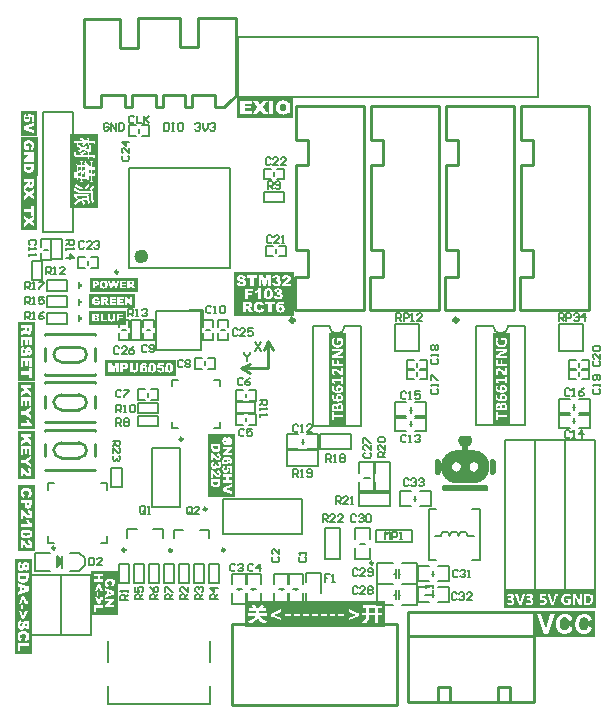
<source format=gto>
G04*
G04 #@! TF.GenerationSoftware,Altium Limited,Altium Designer,21.0.8 (223)*
G04*
G04 Layer_Color=65535*
%FSLAX25Y25*%
%MOIN*%
G70*
G04*
G04 #@! TF.SameCoordinates,F2A8CEE9-D926-4100-BC22-0473D3AB1F95*
G04*
G04*
G04 #@! TF.FilePolarity,Positive*
G04*
G01*
G75*
%ADD10C,0.00984*%
%ADD11C,0.02362*%
%ADD12C,0.01500*%
%ADD13C,0.00787*%
%ADD14C,0.01000*%
%ADD15C,0.00800*%
%ADD16C,0.00600*%
%ADD17C,0.00700*%
%ADD18C,0.00100*%
%ADD19C,0.00591*%
G36*
X11033Y121141D02*
X11433D01*
Y120341D01*
X12133D01*
Y119841D01*
X11433D01*
Y119041D01*
X11033D01*
Y121141D01*
D02*
G37*
G36*
Y126641D02*
X11433D01*
Y125841D01*
X12133D01*
Y125341D01*
X11433D01*
Y124541D01*
X11033D01*
Y126641D01*
D02*
G37*
G36*
Y132141D02*
X11433D01*
Y131341D01*
X12133D01*
Y130841D01*
X11433D01*
Y130041D01*
X11033D01*
Y132141D01*
D02*
G37*
G36*
X30169Y123500D02*
X14831D01*
Y128150D01*
X30169D01*
Y123500D01*
D02*
G37*
G36*
X-3390Y66353D02*
X-9000D01*
Y82647D01*
X-3390D01*
Y66353D01*
D02*
G37*
G36*
X183814Y23500D02*
X153141D01*
Y29252D01*
X183814D01*
Y23500D01*
D02*
G37*
G36*
X27100Y118000D02*
X14900D01*
Y122605D01*
X27100D01*
Y118000D01*
D02*
G37*
G36*
X31054Y129000D02*
X14946D01*
Y133621D01*
X31054D01*
Y129000D01*
D02*
G37*
G36*
X-2483Y167414D02*
Y158586D01*
X-8000D01*
Y167414D01*
X-2483D01*
D02*
G37*
G36*
X43755Y101000D02*
X20245D01*
Y106218D01*
X43755D01*
Y101000D01*
D02*
G37*
G36*
X-4329Y8035D02*
X-10000D01*
Y39965D01*
X-4329D01*
Y8035D01*
D02*
G37*
G36*
X-3336Y83181D02*
X-9000D01*
Y98819D01*
X-3336D01*
Y83181D01*
D02*
G37*
G36*
X100500Y84295D02*
X94748D01*
Y115179D01*
X100500D01*
Y84295D01*
D02*
G37*
G36*
X-2419Y180744D02*
X-8000D01*
Y189256D01*
X-2419D01*
Y180744D01*
D02*
G37*
G36*
X17715Y156678D02*
X8500D01*
Y181503D01*
X17715D01*
Y156678D01*
D02*
G37*
G36*
X83033Y130761D02*
D01*
Y126381D01*
Y121000D01*
X62967D01*
Y126381D01*
D01*
Y130761D01*
Y135432D01*
X83033D01*
Y130761D01*
D02*
G37*
G36*
X24462Y21007D02*
X20154D01*
X15500D01*
Y35993D01*
X20154D01*
X24462D01*
Y21007D01*
D02*
G37*
G36*
X113306Y17193D02*
X66694D01*
Y25807D01*
X113306D01*
Y17193D01*
D02*
G37*
G36*
X-3248Y42390D02*
X-9000D01*
Y64610D01*
X-3248D01*
Y42390D01*
D02*
G37*
G36*
X-2362Y167576D02*
X-8000D01*
Y180424D01*
X-2362D01*
Y167576D01*
D02*
G37*
G36*
X63556Y60499D02*
X59259D01*
X54500D01*
Y81501D01*
X59259D01*
X63556D01*
Y60499D01*
D02*
G37*
G36*
X-2483Y158406D02*
Y149594D01*
X-8000D01*
Y158406D01*
X-2483D01*
D02*
G37*
G36*
X-3248Y118834D02*
Y99166D01*
X-9000D01*
Y118834D01*
X-3248D01*
D02*
G37*
G36*
X155067Y84366D02*
X149315D01*
Y115249D01*
X155067D01*
Y84366D01*
D02*
G37*
G36*
X82801Y187000D02*
X64199D01*
Y193721D01*
X82801D01*
Y187000D01*
D02*
G37*
G36*
X183438Y13889D02*
X163000D01*
Y22514D01*
X183438D01*
Y13889D01*
D02*
G37*
%LPC*%
G36*
X18411Y127121D02*
X15831D01*
X17116D01*
X17042Y127115D01*
X16970Y127108D01*
X16904Y127102D01*
X16842Y127093D01*
X16786Y127080D01*
X16733Y127071D01*
X16686Y127058D01*
X16642Y127046D01*
X16608Y127037D01*
X16577Y127024D01*
X16549Y127015D01*
X16530Y127008D01*
X16514Y127002D01*
X16505Y126996D01*
X16502D01*
X16443Y126965D01*
X16386Y126930D01*
X16333Y126893D01*
X16283Y126856D01*
X16240Y126818D01*
X16199Y126778D01*
X16162Y126740D01*
X16127Y126703D01*
X16096Y126668D01*
X16071Y126634D01*
X16049Y126606D01*
X16031Y126578D01*
X16018Y126559D01*
X16009Y126541D01*
X16003Y126531D01*
X16000Y126528D01*
X15971Y126469D01*
X15943Y126409D01*
X15922Y126347D01*
X15903Y126288D01*
X15872Y126166D01*
X15862Y126110D01*
X15853Y126054D01*
X15847Y126004D01*
X15840Y125957D01*
X15837Y125917D01*
X15834Y125879D01*
X15831Y125851D01*
Y124500D01*
Y125810D01*
X15834Y125739D01*
X15837Y125667D01*
X15847Y125598D01*
X15856Y125533D01*
X15868Y125473D01*
X15881Y125414D01*
X15893Y125361D01*
X15909Y125311D01*
X15925Y125268D01*
X15937Y125227D01*
X15950Y125193D01*
X15962Y125161D01*
X15971Y125140D01*
X15981Y125121D01*
X15984Y125111D01*
X15987Y125108D01*
X16018Y125052D01*
X16049Y125002D01*
X16087Y124955D01*
X16121Y124909D01*
X16159Y124868D01*
X16196Y124831D01*
X16230Y124796D01*
X16265Y124768D01*
X16299Y124740D01*
X16330Y124718D01*
X16355Y124697D01*
X16380Y124681D01*
X16399Y124669D01*
X16414Y124659D01*
X16424Y124656D01*
X16427Y124653D01*
X16483Y124625D01*
X16539Y124603D01*
X16602Y124581D01*
X16661Y124565D01*
X16786Y124537D01*
X16845Y124528D01*
X16901Y124519D01*
X16954Y124513D01*
X17004Y124509D01*
X17051Y124506D01*
X17088Y124503D01*
X17120Y124500D01*
X17163D01*
X17294Y124503D01*
X17357Y124509D01*
X17416Y124513D01*
X17472Y124519D01*
X17522Y124528D01*
X17572Y124534D01*
X17616Y124544D01*
X17656Y124550D01*
X17691Y124556D01*
X17722Y124565D01*
X17747Y124572D01*
X17765Y124578D01*
X17781Y124581D01*
X17790Y124584D01*
X17794D01*
X17843Y124603D01*
X17896Y124622D01*
X18002Y124672D01*
X18105Y124722D01*
X18155Y124750D01*
X18202Y124778D01*
X18246Y124803D01*
X18286Y124828D01*
X18321Y124849D01*
X18352Y124868D01*
X18377Y124884D01*
X18396Y124896D01*
X18408Y124902D01*
X18411Y124906D01*
Y126057D01*
Y125988D01*
X17201D01*
Y125461D01*
X17725D01*
Y125221D01*
X17669Y125189D01*
X17616Y125161D01*
X17569Y125140D01*
X17528Y125124D01*
X17497Y125108D01*
X17472Y125099D01*
X17457Y125096D01*
X17450Y125093D01*
X17407Y125080D01*
X17363Y125071D01*
X17319Y125065D01*
X17282Y125062D01*
X17247Y125058D01*
X17222Y125055D01*
X17201D01*
X17151Y125058D01*
X17104Y125062D01*
X17017Y125083D01*
X16979Y125096D01*
X16942Y125111D01*
X16910Y125127D01*
X16882Y125143D01*
X16854Y125158D01*
X16833Y125174D01*
X16814Y125189D01*
X16798Y125202D01*
X16786Y125215D01*
X16776Y125224D01*
X16773Y125227D01*
X16770Y125230D01*
X16742Y125268D01*
X16720Y125308D01*
X16698Y125352D01*
X16683Y125399D01*
X16655Y125495D01*
X16636Y125592D01*
X16630Y125639D01*
X16627Y125679D01*
X16623Y125720D01*
X16620Y125754D01*
X16617Y125779D01*
Y125801D01*
Y125817D01*
Y125820D01*
X16620Y125888D01*
X16623Y125954D01*
X16630Y126016D01*
X16642Y126073D01*
X16652Y126122D01*
X16664Y126169D01*
X16680Y126210D01*
X16692Y126247D01*
X16708Y126278D01*
X16720Y126306D01*
X16733Y126331D01*
X16745Y126350D01*
X16755Y126366D01*
X16761Y126375D01*
X16764Y126381D01*
X16767Y126384D01*
X16798Y126416D01*
X16829Y126444D01*
X16861Y126469D01*
X16895Y126491D01*
X16929Y126506D01*
X16964Y126522D01*
X17029Y126544D01*
X17088Y126556D01*
X17113Y126559D01*
X17135Y126562D01*
X17154Y126565D01*
X17179D01*
X17241Y126562D01*
X17294Y126553D01*
X17344Y126541D01*
X17385Y126528D01*
X17419Y126512D01*
X17444Y126500D01*
X17457Y126491D01*
X17463Y126487D01*
X17503Y126456D01*
X17535Y126422D01*
X17563Y126384D01*
X17584Y126350D01*
X17600Y126319D01*
X17613Y126294D01*
X17619Y126275D01*
X17622Y126272D01*
Y126269D01*
X18377Y126403D01*
X18349Y126491D01*
X18315Y126569D01*
X18280Y126637D01*
X18246Y126697D01*
X18215Y126743D01*
X18202Y126762D01*
X18190Y126778D01*
X18180Y126790D01*
X18174Y126799D01*
X18171Y126803D01*
X18168Y126806D01*
X18115Y126862D01*
X18056Y126912D01*
X17999Y126952D01*
X17943Y126987D01*
X17896Y127012D01*
X17875Y127021D01*
X17856Y127027D01*
X17843Y127033D01*
X17831Y127040D01*
X17825Y127043D01*
X17822D01*
X17781Y127055D01*
X17734Y127068D01*
X17687Y127080D01*
X17638Y127086D01*
X17531Y127102D01*
X17432Y127111D01*
X17382Y127115D01*
X17338Y127118D01*
X17297D01*
X17263Y127121D01*
X18411D01*
D01*
D02*
G37*
G36*
X29169Y127077D02*
X28430D01*
Y125676D01*
X27478Y127077D01*
X26748D01*
Y124544D01*
X27484D01*
Y125932D01*
X28430Y124544D01*
X28085D01*
X29169D01*
Y127077D01*
D02*
G37*
G36*
X26324D02*
Y125118D01*
X24973D01*
Y125617D01*
X26189D01*
Y126135D01*
X24973D01*
Y126537D01*
X26286D01*
Y127077D01*
X26324D01*
X24186D01*
Y124544D01*
X26324D01*
Y127077D01*
D02*
G37*
G36*
X23768D02*
Y125118D01*
X22417D01*
Y125617D01*
X23634D01*
Y126135D01*
X22417D01*
Y126537D01*
X23731D01*
Y127077D01*
X23768D01*
X21631D01*
Y124544D01*
X23768D01*
Y127077D01*
D02*
G37*
G36*
X20249D02*
X18886D01*
Y124544D01*
X21382D01*
X20998Y125274D01*
X20985Y125296D01*
X20970Y125324D01*
X20932Y125374D01*
X20913Y125399D01*
X20898Y125417D01*
X20888Y125430D01*
X20885Y125433D01*
X20857Y125467D01*
X20832Y125498D01*
X20810Y125520D01*
X20792Y125539D01*
X20779Y125551D01*
X20770Y125561D01*
X20764Y125567D01*
X20761D01*
X20732Y125586D01*
X20701Y125601D01*
X20636Y125633D01*
X20605Y125642D01*
X20580Y125651D01*
X20564Y125657D01*
X20561Y125661D01*
X20558D01*
X20620Y125676D01*
X20676Y125695D01*
X20723Y125711D01*
X20764Y125726D01*
X20795Y125742D01*
X20817Y125754D01*
X20832Y125760D01*
X20835Y125764D01*
X20892Y125801D01*
X20942Y125842D01*
X20985Y125882D01*
X21020Y125923D01*
X21048Y125957D01*
X21069Y125985D01*
X21082Y126004D01*
X21085Y126007D01*
Y126010D01*
X21116Y126069D01*
X21138Y126132D01*
X21154Y126191D01*
X21163Y126247D01*
X21172Y126297D01*
Y126319D01*
X21176Y126338D01*
Y126353D01*
Y126363D01*
Y126369D01*
Y126372D01*
X21169Y126459D01*
X21157Y126541D01*
X21138Y126609D01*
X21116Y126668D01*
X21104Y126697D01*
X21094Y126718D01*
X21085Y126737D01*
X21076Y126753D01*
X21069Y126768D01*
X21063Y126778D01*
X21057Y126781D01*
Y126784D01*
X21010Y126843D01*
X20957Y126890D01*
X20907Y126930D01*
X20857Y126962D01*
X20814Y126987D01*
X20776Y127002D01*
X20764Y127008D01*
X20754Y127012D01*
X20748Y127015D01*
X20745D01*
X20708Y127027D01*
X20667Y127037D01*
X20576Y127052D01*
X20486Y127061D01*
X20396Y127071D01*
X20355D01*
X20314Y127074D01*
X20280D01*
X20249Y127077D01*
D02*
G37*
%LPD*%
G36*
X20090Y126562D02*
X20152Y126556D01*
X20202Y126544D01*
X20243Y126534D01*
X20271Y126522D01*
X20293Y126509D01*
X20305Y126503D01*
X20308Y126500D01*
X20336Y126472D01*
X20355Y126444D01*
X20371Y126413D01*
X20380Y126381D01*
X20386Y126353D01*
X20389Y126331D01*
Y126319D01*
Y126313D01*
X20386Y126281D01*
X20383Y126253D01*
X20374Y126228D01*
X20364Y126207D01*
X20355Y126188D01*
X20349Y126175D01*
X20343Y126166D01*
X20339Y126163D01*
X20321Y126141D01*
X20299Y126126D01*
X20277Y126113D01*
X20258Y126104D01*
X20240Y126094D01*
X20224Y126091D01*
X20215Y126088D01*
X20211D01*
X20158Y126076D01*
X20112Y126069D01*
X20077Y126063D01*
X20049Y126057D01*
X20027D01*
X20012Y126054D01*
X19672D01*
Y126565D01*
X20052D01*
X20090Y126562D01*
D02*
G37*
G36*
X19778Y125570D02*
X19815Y125564D01*
X19846Y125555D01*
X19874Y125545D01*
X19899Y125533D01*
X19915Y125523D01*
X19928Y125517D01*
X19931Y125514D01*
X19956Y125492D01*
X19981Y125464D01*
X20002Y125433D01*
X20027Y125399D01*
X20046Y125367D01*
X20062Y125342D01*
X20071Y125324D01*
X20074Y125321D01*
Y125317D01*
X20495Y124544D01*
X19672D01*
Y125573D01*
X19740D01*
X19778Y125570D01*
D02*
G37*
%LPC*%
G36*
X-4452Y81647D02*
X-8000D01*
Y77885D01*
X-5793Y79235D01*
X-4452Y77941D01*
Y79405D01*
X-5793Y80550D01*
X-4452D01*
Y81647D01*
D02*
G37*
G36*
Y77522D02*
X-8000D01*
Y74528D01*
X-7196D01*
Y76421D01*
X-6497D01*
Y74716D01*
X-5771D01*
Y76421D01*
X-5208D01*
Y74581D01*
X-4452D01*
Y77522D01*
D02*
G37*
G36*
Y74297D02*
X-8000D01*
Y70434D01*
D01*
Y71815D01*
X-6514D01*
X-4452Y70434D01*
Y71649D01*
X-5649Y72365D01*
X-4452Y73082D01*
Y74297D01*
X-6514Y72916D01*
X-8000D01*
Y74297D01*
X-4452D01*
D02*
G37*
G36*
X-4390Y70316D02*
X-8000D01*
Y67353D01*
X-7196D01*
Y68900D01*
X-7148Y68852D01*
X-7108Y68804D01*
X-7069Y68764D01*
X-7039Y68729D01*
X-7017Y68703D01*
X-6995Y68681D01*
X-6986Y68668D01*
X-6982Y68664D01*
X-6964Y68642D01*
X-6947Y68616D01*
X-6903Y68559D01*
X-6855Y68493D01*
X-6807Y68423D01*
X-6763Y68362D01*
X-6728Y68310D01*
X-6711Y68288D01*
X-6702Y68275D01*
X-6698Y68266D01*
X-6693Y68262D01*
X-6628Y68170D01*
X-6567Y68087D01*
X-6505Y68013D01*
X-6444Y67943D01*
X-6387Y67882D01*
X-6335Y67825D01*
X-6287Y67772D01*
X-6239Y67729D01*
X-6195Y67689D01*
X-6160Y67659D01*
X-6125Y67633D01*
X-6099Y67611D01*
X-6077Y67593D01*
X-6060Y67580D01*
X-6051Y67571D01*
X-6047D01*
X-5990Y67536D01*
X-5933Y67506D01*
X-5824Y67462D01*
X-5719Y67427D01*
X-5623Y67401D01*
X-5583Y67397D01*
X-5544Y67388D01*
X-5509Y67383D01*
X-5483D01*
X-5457Y67379D01*
X-5439D01*
X-5430D01*
X-5426D01*
X-5312Y67388D01*
X-5212Y67405D01*
X-5116Y67431D01*
X-5037Y67462D01*
X-4967Y67493D01*
X-4941Y67506D01*
X-4919Y67519D01*
X-4902Y67528D01*
X-4889Y67536D01*
X-4880Y67545D01*
X-4875D01*
X-4788Y67611D01*
X-4714Y67685D01*
X-4653Y67764D01*
X-4600Y67838D01*
X-4561Y67904D01*
X-4548Y67930D01*
X-4535Y67956D01*
X-4526Y67978D01*
X-4517Y67991D01*
X-4513Y68000D01*
Y68004D01*
X-4491Y68061D01*
X-4473Y68122D01*
X-4443Y68253D01*
X-4421Y68388D01*
X-4403Y68515D01*
X-4399Y68576D01*
X-4395Y68633D01*
Y68681D01*
X-4390Y68725D01*
Y68904D01*
X-4395Y68987D01*
X-4403Y69070D01*
X-4408Y69145D01*
X-4421Y69214D01*
X-4430Y69280D01*
X-4443Y69337D01*
X-4452Y69389D01*
X-4465Y69437D01*
X-4478Y69477D01*
X-4487Y69512D01*
X-4495Y69542D01*
X-4504Y69564D01*
X-4513Y69582D01*
X-4517Y69590D01*
Y69595D01*
X-4569Y69695D01*
X-4626Y69783D01*
X-4688Y69857D01*
X-4744Y69918D01*
X-4797Y69966D01*
X-4840Y70001D01*
X-4858Y70014D01*
X-4871Y70023D01*
X-4875Y70032D01*
X-4880D01*
X-4976Y70084D01*
X-5077Y70128D01*
X-5186Y70167D01*
X-5291Y70193D01*
X-5339Y70206D01*
X-5382Y70215D01*
X-5422Y70224D01*
X-5457Y70228D01*
X-5487Y70237D01*
X-5509D01*
X-5522Y70241D01*
X-5527D01*
X-5605Y69254D01*
X-5500Y69236D01*
X-5413Y69214D01*
X-5343Y69188D01*
X-5286Y69162D01*
X-5243Y69136D01*
X-5212Y69114D01*
X-5194Y69101D01*
X-5190Y69096D01*
X-5151Y69048D01*
X-5120Y68996D01*
X-5098Y68944D01*
X-5081Y68896D01*
X-5072Y68852D01*
X-5068Y68817D01*
Y68786D01*
X-5072Y68721D01*
X-5085Y68660D01*
X-5107Y68611D01*
X-5125Y68568D01*
X-5146Y68533D01*
X-5168Y68506D01*
X-5181Y68489D01*
X-5186Y68485D01*
X-5229Y68445D01*
X-5277Y68415D01*
X-5321Y68393D01*
X-5365Y68375D01*
X-5404Y68367D01*
X-5435Y68362D01*
X-5452D01*
X-5461D01*
X-5518Y68367D01*
X-5575Y68380D01*
X-5627Y68402D01*
X-5675Y68423D01*
X-5719Y68445D01*
X-5749Y68467D01*
X-5771Y68480D01*
X-5780Y68485D01*
X-5811Y68511D01*
X-5850Y68542D01*
X-5885Y68581D01*
X-5924Y68625D01*
X-6007Y68712D01*
X-6086Y68808D01*
X-6156Y68896D01*
X-6186Y68935D01*
X-6213Y68970D01*
X-6235Y69000D01*
X-6252Y69022D01*
X-6261Y69035D01*
X-6265Y69040D01*
X-6361Y69166D01*
X-6457Y69284D01*
X-6545Y69394D01*
X-6632Y69490D01*
X-6711Y69582D01*
X-6785Y69660D01*
X-6855Y69730D01*
X-6921Y69791D01*
X-6977Y69844D01*
X-7030Y69892D01*
X-7074Y69927D01*
X-7108Y69957D01*
X-7139Y69979D01*
X-7161Y69997D01*
X-7174Y70005D01*
X-7178Y70010D01*
X-7253Y70053D01*
X-7323Y70097D01*
X-7397Y70132D01*
X-7467Y70167D01*
X-7607Y70220D01*
X-7672Y70241D01*
X-7733Y70259D01*
X-7790Y70276D01*
X-7843Y70285D01*
X-7886Y70298D01*
X-7926Y70303D01*
X-7956Y70311D01*
X-7978D01*
X-7996Y70316D01*
X-4390D01*
D02*
G37*
%LPD*%
G36*
X-6549Y79982D02*
X-8000Y79239D01*
Y80550D01*
X-7143D01*
X-6549Y79982D01*
D02*
G37*
%LPC*%
G36*
X170976Y28201D02*
D01*
Y28097D01*
X170972Y28127D01*
X170963Y28145D01*
X170958Y28149D01*
X170945Y28162D01*
X170932Y28171D01*
X170897Y28184D01*
X170871Y28193D01*
X170858D01*
X170832Y28197D01*
X170797D01*
X170736Y28201D01*
X170976D01*
X167725D01*
X168009D01*
X167969Y28197D01*
X167908D01*
X167891Y28193D01*
X167873D01*
X167843Y28188D01*
X167821Y28184D01*
X167781Y28171D01*
X167764Y28158D01*
X167755Y28153D01*
X167738Y28127D01*
X167729Y28101D01*
X167725Y28075D01*
Y28066D01*
X167734Y28018D01*
X167751Y27965D01*
X167755Y27944D01*
X167764Y27926D01*
X167768Y27913D01*
Y27909D01*
X168843Y24701D01*
X168852Y24675D01*
X168861Y24657D01*
X168870Y24644D01*
Y24640D01*
X168892Y24614D01*
X168900Y24605D01*
X168905Y24600D01*
X168922Y24587D01*
X168940Y24583D01*
X168957Y24574D01*
X168961D01*
X168992Y24570D01*
X169023Y24566D01*
X169044Y24561D01*
X169053D01*
X169097Y24557D01*
X169141Y24552D01*
X169189D01*
X169254Y24548D01*
X169516D01*
X169547Y24552D01*
X169608D01*
X169665Y24557D01*
X169709Y24561D01*
X169735Y24570D01*
X169744D01*
X169779Y24583D01*
X169800Y24596D01*
X169814Y24609D01*
X169818Y24614D01*
X169831Y24640D01*
X169844Y24666D01*
X169849Y24683D01*
X169853Y24692D01*
X170932Y27904D01*
X170954Y27970D01*
X170963Y27996D01*
X170967Y28018D01*
X170972Y28035D01*
X170976Y28048D01*
Y24548D01*
D01*
D01*
Y28201D01*
D02*
G37*
G36*
X160128D02*
D01*
Y28097D01*
X160124Y28127D01*
X160115Y28145D01*
X160110Y28149D01*
X160097Y28162D01*
X160084Y28171D01*
X160049Y28184D01*
X160023Y28193D01*
X160010D01*
X159984Y28197D01*
X159949D01*
X159888Y28201D01*
X159726D01*
X159691Y28197D01*
X159634D01*
X159617Y28193D01*
X159604D01*
X159555Y28188D01*
X159516Y28179D01*
X159494Y28175D01*
X159485Y28171D01*
X159459Y28158D01*
X159442Y28140D01*
X159433Y28127D01*
X159429Y28123D01*
X159420Y28101D01*
X159411Y28075D01*
X159407Y28057D01*
X159402Y28053D01*
Y28048D01*
X158542Y25269D01*
X158537D01*
X157659Y28062D01*
X157650Y28092D01*
X157637Y28114D01*
X157633Y28127D01*
X157628Y28131D01*
X157615Y28153D01*
X157598Y28166D01*
X157580Y28171D01*
X157576Y28175D01*
X157541Y28184D01*
X157506Y28188D01*
X157488Y28193D01*
X157462D01*
X157432Y28197D01*
X157401D01*
X157335Y28201D01*
X157161D01*
X157121Y28197D01*
X157060D01*
X157043Y28193D01*
X157025D01*
X156995Y28188D01*
X156973Y28184D01*
X156933Y28171D01*
X156916Y28158D01*
X156907Y28153D01*
X156890Y28127D01*
X156881Y28101D01*
X156877Y28075D01*
Y28066D01*
X156885Y28018D01*
X156903Y27965D01*
X156907Y27944D01*
X156916Y27926D01*
X156920Y27913D01*
Y27909D01*
X157995Y24701D01*
X158004Y24675D01*
X158013Y24657D01*
X158021Y24644D01*
Y24640D01*
X158043Y24614D01*
X158052Y24605D01*
X158056Y24600D01*
X158074Y24587D01*
X158091Y24583D01*
X158109Y24574D01*
X158113D01*
X158144Y24570D01*
X158175Y24566D01*
X158196Y24561D01*
X158205D01*
X158249Y24557D01*
X158292Y24552D01*
X158341D01*
X158406Y24548D01*
X156877D01*
D01*
X160128D01*
Y28201D01*
D02*
G37*
G36*
X175284Y28241D02*
X174074D01*
X173917Y28236D01*
X173772Y28219D01*
X173641Y28197D01*
X173580Y28184D01*
X173523Y28175D01*
X173475Y28162D01*
X173432Y28149D01*
X173392Y28136D01*
X173357Y28127D01*
X173331Y28118D01*
X173314Y28110D01*
X173301Y28105D01*
X173296D01*
X173174Y28053D01*
X173056Y27992D01*
X172955Y27926D01*
X172868Y27865D01*
X172833Y27839D01*
X172798Y27812D01*
X172772Y27786D01*
X172746Y27764D01*
X172728Y27747D01*
X172715Y27738D01*
X172706Y27729D01*
X172702Y27725D01*
X172614Y27629D01*
X172540Y27528D01*
X172475Y27428D01*
X172422Y27336D01*
X172378Y27253D01*
X172361Y27218D01*
X172348Y27187D01*
X172335Y27161D01*
X172326Y27144D01*
X172322Y27131D01*
Y27126D01*
X172278Y26991D01*
X172247Y26851D01*
X172240Y26813D01*
Y25833D01*
X172252Y25780D01*
X172265Y25732D01*
X172274Y25689D01*
X172287Y25649D01*
X172295Y25619D01*
X172300Y25592D01*
X172309Y25575D01*
X172313Y25562D01*
Y25558D01*
X172365Y25435D01*
X172422Y25326D01*
X172483Y25225D01*
X172540Y25142D01*
X172592Y25073D01*
X172619Y25046D01*
X172636Y25024D01*
X172654Y25007D01*
X172667Y24994D01*
X172671Y24985D01*
X172676Y24981D01*
X172772Y24898D01*
X172868Y24823D01*
X172964Y24762D01*
X173056Y24714D01*
X173134Y24675D01*
X173169Y24657D01*
X173200Y24644D01*
X173222Y24635D01*
X173244Y24627D01*
X173252Y24622D01*
X173257D01*
X173388Y24583D01*
X173523Y24552D01*
X173654Y24531D01*
X173777Y24518D01*
X173829Y24509D01*
X173882D01*
X173925Y24504D01*
X173960Y24500D01*
X174035D01*
X174144Y24504D01*
X174192D01*
X174236Y24509D01*
X174275Y24513D01*
X174301D01*
X174323Y24518D01*
X174327D01*
X174437Y24531D01*
X174485Y24535D01*
X174528Y24544D01*
X174568Y24548D01*
X174594Y24552D01*
X174616Y24557D01*
X174620D01*
X174725Y24579D01*
X174769Y24587D01*
X174812Y24600D01*
X174847Y24609D01*
X174874Y24618D01*
X174891Y24622D01*
X174896D01*
X174944Y24635D01*
X174987Y24649D01*
X175027Y24662D01*
X175062Y24675D01*
X175088Y24683D01*
X175105Y24692D01*
X175118Y24697D01*
X175123D01*
X175153Y24710D01*
X175180Y24727D01*
X175201Y24745D01*
X175219Y24758D01*
X175241Y24784D01*
X175245Y24788D01*
Y24793D01*
X175263Y24845D01*
X175271Y24893D01*
X175276Y24911D01*
Y24928D01*
Y24937D01*
Y24941D01*
Y26383D01*
X175271Y26423D01*
X175267Y26453D01*
X175263Y26471D01*
X175258Y26480D01*
X175245Y26510D01*
X175232Y26532D01*
X175223Y26550D01*
X175219Y26554D01*
X175197Y26576D01*
X175180Y26589D01*
X175162Y26598D01*
X175158Y26602D01*
X175131Y26611D01*
X175105Y26619D01*
X173855D01*
X173838Y26615D01*
X173820Y26611D01*
X173812Y26606D01*
X173807Y26602D01*
X173794Y26589D01*
X173785Y26571D01*
X173781Y26558D01*
X173777Y26554D01*
X173768Y26528D01*
X173759Y26501D01*
X173755Y26480D01*
Y26475D01*
Y26471D01*
X173751Y26427D01*
Y26388D01*
Y26366D01*
Y26353D01*
Y26344D01*
Y26340D01*
Y26287D01*
X173755Y26244D01*
X173759Y26204D01*
X173764Y26174D01*
X173768Y26152D01*
X173772Y26139D01*
X173777Y26130D01*
Y26126D01*
X173790Y26104D01*
X173799Y26091D01*
X173825Y26073D01*
X173847Y26064D01*
X174541D01*
Y25221D01*
X174463Y25186D01*
X174424Y25169D01*
X174389Y25160D01*
X174358Y25151D01*
X174336Y25142D01*
X174319Y25138D01*
X174314D01*
X174227Y25125D01*
X174188Y25116D01*
X174148D01*
X174118Y25112D01*
X174074D01*
X173982Y25116D01*
X173895Y25125D01*
X173816Y25138D01*
X173746Y25151D01*
X173689Y25164D01*
X173646Y25177D01*
X173633Y25182D01*
X173619Y25186D01*
X173615Y25190D01*
X173611D01*
X173536Y25225D01*
X173471Y25265D01*
X173410Y25304D01*
X173357Y25343D01*
X173314Y25378D01*
X173283Y25405D01*
X173266Y25422D01*
X173257Y25431D01*
X173204Y25492D01*
X173156Y25558D01*
X173117Y25623D01*
X173086Y25689D01*
X173060Y25741D01*
X173043Y25785D01*
X173034Y25802D01*
X173029Y25815D01*
X173025Y25820D01*
Y25824D01*
X172999Y25916D01*
X172981Y26012D01*
X172964Y26104D01*
X172955Y26191D01*
X172951Y26265D01*
Y26296D01*
X172947Y26322D01*
Y26344D01*
Y26362D01*
Y26370D01*
Y26375D01*
X172951Y26475D01*
X172960Y26571D01*
X172973Y26659D01*
X172986Y26737D01*
X172999Y26799D01*
X173012Y26847D01*
X173016Y26864D01*
X173021Y26877D01*
X173025Y26882D01*
Y26886D01*
X173060Y26969D01*
X173095Y27048D01*
X173134Y27118D01*
X173174Y27174D01*
X173204Y27222D01*
X173231Y27257D01*
X173252Y27279D01*
X173257Y27288D01*
X173318Y27345D01*
X173379Y27397D01*
X173440Y27441D01*
X173497Y27480D01*
X173545Y27507D01*
X173584Y27528D01*
X173611Y27542D01*
X173615Y27546D01*
X173619D01*
X173703Y27577D01*
X173785Y27598D01*
X173864Y27616D01*
X173939Y27624D01*
X174000Y27633D01*
X174052Y27638D01*
X174183D01*
X174266Y27629D01*
X174340Y27620D01*
X174406Y27611D01*
X174454Y27603D01*
X174494Y27594D01*
X174520Y27590D01*
X174528Y27585D01*
X174598Y27568D01*
X174660Y27546D01*
X174712Y27528D01*
X174760Y27511D01*
X174795Y27498D01*
X174826Y27485D01*
X174843Y27480D01*
X174847Y27476D01*
X174896Y27454D01*
X174939Y27437D01*
X174974Y27415D01*
X175005Y27402D01*
X175031Y27389D01*
X175048Y27375D01*
X175057Y27371D01*
X175062Y27367D01*
X175092Y27349D01*
X175114Y27340D01*
X175153Y27323D01*
X175171Y27319D01*
X175180D01*
X175197Y27323D01*
X175210Y27327D01*
X175219Y27332D01*
X175223D01*
X175236Y27345D01*
X175245Y27362D01*
X175254Y27375D01*
Y27380D01*
X175263Y27410D01*
X175271Y27441D01*
X175276Y27463D01*
Y27467D01*
Y27472D01*
X175280Y27520D01*
X175284Y27568D01*
Y27664D01*
X175280Y27708D01*
Y27742D01*
X175276Y27773D01*
X175271Y27795D01*
Y27812D01*
X175267Y27821D01*
Y27825D01*
X175250Y27874D01*
X175232Y27909D01*
X175219Y27930D01*
X175210Y27935D01*
X175193Y27952D01*
X175175Y27965D01*
X175131Y27996D01*
X175110Y28009D01*
X175096Y28018D01*
X175083Y28022D01*
X175079Y28027D01*
X175040Y28048D01*
X175000Y28066D01*
X174961Y28083D01*
X174922Y28097D01*
X174891Y28110D01*
X174865Y28118D01*
X174843Y28127D01*
X174839D01*
X174782Y28145D01*
X174725Y28158D01*
X174668Y28175D01*
X174616Y28184D01*
X174572Y28193D01*
X174533Y28201D01*
X174511Y28206D01*
X174502D01*
X174354Y28228D01*
X174284Y28232D01*
X174218Y28236D01*
X174157Y28241D01*
X175284D01*
D02*
G37*
G36*
X182810Y28179D02*
Y26423D01*
X182805Y26580D01*
X182792Y26720D01*
X182770Y26851D01*
X182762Y26908D01*
X182748Y26960D01*
X182735Y27008D01*
X182727Y27052D01*
X182718Y27091D01*
X182705Y27122D01*
X182700Y27144D01*
X182692Y27166D01*
X182687Y27174D01*
Y27179D01*
X182639Y27297D01*
X182582Y27402D01*
X182521Y27498D01*
X182464Y27577D01*
X182412Y27642D01*
X182390Y27668D01*
X182373Y27690D01*
X182355Y27708D01*
X182342Y27721D01*
X182338Y27725D01*
X182333Y27729D01*
X182246Y27808D01*
X182150Y27878D01*
X182054Y27935D01*
X181966Y27983D01*
X181887Y28018D01*
X181852Y28031D01*
X181826Y28044D01*
X181800Y28053D01*
X181783Y28062D01*
X181774Y28066D01*
X181770D01*
X181638Y28105D01*
X181499Y28131D01*
X181363Y28153D01*
X181232Y28166D01*
X181175Y28171D01*
X181118Y28175D01*
X181070D01*
X181031Y28179D01*
X180017D01*
X179982Y28175D01*
X179956Y28171D01*
X179908Y28153D01*
X179890Y28140D01*
X179877Y28131D01*
X179869Y28127D01*
X179864Y28123D01*
X179842Y28101D01*
X179829Y28075D01*
X179812Y28014D01*
X179807Y27987D01*
X179803Y27965D01*
Y27970D01*
Y24793D01*
X179807Y24749D01*
X179812Y24710D01*
X179821Y24679D01*
X179834Y24657D01*
X179847Y24635D01*
X179856Y24622D01*
X179860Y24618D01*
X179864Y24614D01*
X179890Y24596D01*
X179912Y24583D01*
X179965Y24570D01*
X179987Y24566D01*
X180004Y24561D01*
X182810D01*
Y28179D01*
D02*
G37*
G36*
X179012Y28193D02*
X176027D01*
X178619D01*
X178593Y28188D01*
X178549D01*
X178536Y28184D01*
X178523D01*
X178479Y28175D01*
X178444Y28166D01*
X178427Y28162D01*
X178418Y28158D01*
X178392Y28145D01*
X178374Y28131D01*
X178365Y28123D01*
X178361Y28118D01*
X178352Y28101D01*
X178348Y28088D01*
Y28075D01*
Y28070D01*
Y26375D01*
Y26230D01*
Y26161D01*
Y26099D01*
Y26047D01*
Y26003D01*
Y25977D01*
Y25973D01*
Y25968D01*
Y25890D01*
X178352Y25815D01*
Y25745D01*
X178357Y25684D01*
Y25636D01*
X178361Y25597D01*
Y25571D01*
Y25566D01*
Y25562D01*
X178322Y25641D01*
X178304Y25680D01*
X178291Y25710D01*
X178273Y25741D01*
X178265Y25763D01*
X178260Y25776D01*
X178256Y25780D01*
X178217Y25863D01*
X178199Y25903D01*
X178182Y25938D01*
X178169Y25964D01*
X178156Y25990D01*
X178151Y26003D01*
X178147Y26008D01*
X178103Y26095D01*
X178086Y26134D01*
X178068Y26169D01*
X178051Y26195D01*
X178038Y26222D01*
X178033Y26235D01*
X178029Y26239D01*
X177985Y26327D01*
X177968Y26366D01*
X177950Y26405D01*
X177933Y26436D01*
X177920Y26458D01*
X177915Y26475D01*
X177911Y26480D01*
X177207Y27799D01*
X177168Y27874D01*
X177150Y27904D01*
X177137Y27930D01*
X177120Y27952D01*
X177111Y27970D01*
X177107Y27979D01*
X177102Y27983D01*
X177063Y28031D01*
X177028Y28066D01*
X177002Y28088D01*
X176997Y28097D01*
X176993D01*
X176949Y28123D01*
X176906Y28145D01*
X176888Y28149D01*
X176875Y28153D01*
X176866Y28158D01*
X176862D01*
X176805Y28171D01*
X176748Y28175D01*
X176722Y28179D01*
X176289D01*
X176250Y28175D01*
X176215Y28171D01*
X176180Y28158D01*
X176154Y28145D01*
X176132Y28131D01*
X176115Y28123D01*
X176106Y28114D01*
X176102Y28110D01*
X176075Y28083D01*
X176058Y28053D01*
X176045Y28018D01*
X176036Y27987D01*
X176032Y27957D01*
X176027Y27935D01*
Y24662D01*
X176032Y24644D01*
X176036Y24627D01*
X176040Y24614D01*
Y24609D01*
X176054Y24596D01*
X176071Y24583D01*
X176084Y24579D01*
X176089Y24574D01*
X176119Y24566D01*
X176154Y24557D01*
X176180Y24552D01*
X176189D01*
X176242Y24548D01*
X176298Y24544D01*
X176027D01*
X179012D01*
Y28070D01*
X179008Y28088D01*
X179003Y28105D01*
X178999Y28114D01*
X178995Y28118D01*
X178981Y28136D01*
X178964Y28149D01*
X178951Y28153D01*
X178946Y28158D01*
X178916Y28171D01*
X178885Y28179D01*
X178859Y28184D01*
X178846D01*
X178798Y28188D01*
X178745Y28193D01*
X179012D01*
D02*
G37*
G36*
X161644Y28249D02*
X161526D01*
X161456Y28245D01*
X161395Y28236D01*
X161338Y28232D01*
X161290Y28223D01*
X161255Y28214D01*
X161233Y28210D01*
X161225D01*
X161164Y28197D01*
X161107Y28184D01*
X161054Y28166D01*
X161011Y28153D01*
X160976Y28140D01*
X160945Y28131D01*
X160928Y28127D01*
X160923Y28123D01*
X160875Y28105D01*
X160836Y28088D01*
X160796Y28070D01*
X160766Y28053D01*
X160740Y28040D01*
X160722Y28031D01*
X160709Y28027D01*
X160705Y28022D01*
X160674Y28005D01*
X160648Y27987D01*
X160630Y27974D01*
X160613Y27961D01*
X160591Y27944D01*
X160587Y27939D01*
X160569Y27922D01*
X160556Y27904D01*
X160552Y27896D01*
X160547Y27891D01*
X160534Y27856D01*
X160530Y27843D01*
Y27839D01*
X160526Y27812D01*
X160521Y27786D01*
X160517Y27769D01*
Y27764D01*
Y27760D01*
Y27725D01*
Y27686D01*
Y27659D01*
Y27651D01*
Y27646D01*
Y27590D01*
X160521Y27546D01*
Y27533D01*
Y27520D01*
Y27515D01*
Y27511D01*
X160526Y27476D01*
X160530Y27450D01*
X160534Y27432D01*
Y27428D01*
X160543Y27410D01*
X160556Y27402D01*
X160561Y27393D01*
X160565D01*
X160591Y27384D01*
X160604D01*
X160635Y27393D01*
X160670Y27406D01*
X160696Y27419D01*
X160705Y27428D01*
X160709D01*
X160766Y27463D01*
X160823Y27493D01*
X160845Y27507D01*
X160862Y27515D01*
X160875Y27520D01*
X160880Y27524D01*
X160958Y27563D01*
X160997Y27577D01*
X161037Y27594D01*
X161067Y27603D01*
X161089Y27611D01*
X161107Y27620D01*
X161111D01*
X161212Y27646D01*
X161255Y27655D01*
X161299Y27659D01*
X161334Y27664D01*
X161434D01*
X161474Y27659D01*
X161513Y27655D01*
X161544Y27646D01*
X161574Y27642D01*
X161592Y27633D01*
X161605Y27629D01*
X161609D01*
X161675Y27598D01*
X161701Y27585D01*
X161723Y27568D01*
X161740Y27555D01*
X161753Y27542D01*
X161758Y27537D01*
X161762Y27533D01*
X161802Y27485D01*
X161832Y27437D01*
X161841Y27419D01*
X161850Y27402D01*
X161854Y27393D01*
Y27389D01*
X161876Y27327D01*
X161885Y27271D01*
X161889Y27249D01*
Y27231D01*
Y27218D01*
Y27214D01*
Y27170D01*
X161880Y27131D01*
X161876Y27091D01*
X161867Y27061D01*
X161858Y27035D01*
X161850Y27013D01*
X161845Y27000D01*
X161841Y26995D01*
X161802Y26930D01*
X161780Y26899D01*
X161758Y26877D01*
X161740Y26855D01*
X161723Y26842D01*
X161714Y26834D01*
X161710Y26829D01*
X161644Y26781D01*
X161574Y26750D01*
X161544Y26737D01*
X161522Y26729D01*
X161504Y26720D01*
X161500D01*
X161404Y26698D01*
X161356Y26694D01*
X161312Y26689D01*
X161273Y26685D01*
X160875D01*
X160858Y26681D01*
X160845Y26676D01*
X160840Y26672D01*
X160827Y26659D01*
X160814Y26646D01*
X160805Y26637D01*
X160801Y26632D01*
X160792Y26611D01*
X160783Y26585D01*
X160779Y26563D01*
Y26558D01*
Y26554D01*
X160775Y26510D01*
Y26467D01*
Y26449D01*
Y26432D01*
Y26423D01*
Y26418D01*
Y26357D01*
X160779Y26313D01*
Y26296D01*
Y26283D01*
Y26279D01*
Y26274D01*
X160788Y26239D01*
X160792Y26213D01*
X160801Y26195D01*
Y26191D01*
X160814Y26174D01*
X160831Y26161D01*
X160840Y26152D01*
X160845D01*
X160866Y26147D01*
X160884Y26143D01*
X161290D01*
X161356Y26139D01*
X161413Y26130D01*
X161465Y26126D01*
X161504Y26117D01*
X161535Y26108D01*
X161557Y26104D01*
X161561D01*
X161614Y26086D01*
X161662Y26069D01*
X161705Y26051D01*
X161740Y26034D01*
X161767Y26016D01*
X161788Y26003D01*
X161802Y25995D01*
X161806Y25990D01*
X161841Y25964D01*
X161867Y25933D01*
X161893Y25907D01*
X161915Y25881D01*
X161928Y25855D01*
X161941Y25837D01*
X161950Y25824D01*
Y25820D01*
X161968Y25780D01*
X161981Y25741D01*
X161989Y25702D01*
X161998Y25667D01*
Y25636D01*
X162003Y25614D01*
Y25597D01*
Y25592D01*
X161994Y25510D01*
X161989Y25475D01*
X161981Y25440D01*
X161972Y25413D01*
X161968Y25396D01*
X161959Y25383D01*
Y25378D01*
X161924Y25317D01*
X161885Y25265D01*
X161867Y25247D01*
X161850Y25234D01*
X161841Y25225D01*
X161837Y25221D01*
X161771Y25177D01*
X161705Y25147D01*
X161679Y25134D01*
X161657Y25129D01*
X161640Y25120D01*
X161635D01*
X161544Y25099D01*
X161500Y25094D01*
X161456Y25090D01*
X161421Y25086D01*
X161299D01*
X161238Y25090D01*
X161185Y25099D01*
X161137Y25103D01*
X161098Y25112D01*
X161067Y25116D01*
X161050Y25120D01*
X161041D01*
X160989Y25134D01*
X160941Y25151D01*
X160897Y25164D01*
X160862Y25173D01*
X160831Y25186D01*
X160810Y25190D01*
X160796Y25199D01*
X160792D01*
X160722Y25230D01*
X160692Y25243D01*
X160665Y25256D01*
X160643Y25269D01*
X160630Y25273D01*
X160622Y25282D01*
X160617D01*
X160574Y25304D01*
X160543Y25317D01*
X160526Y25321D01*
X160508D01*
X160491Y25313D01*
X160473Y25295D01*
X160460Y25278D01*
X160456Y25273D01*
Y25269D01*
X160447Y25247D01*
X160442Y25217D01*
X160438Y25155D01*
X160434Y25125D01*
Y24941D01*
X160438Y24902D01*
X160442Y24871D01*
X160447Y24854D01*
Y24845D01*
X160456Y24819D01*
X160464Y24802D01*
X160473Y24784D01*
Y24780D01*
X160486Y24762D01*
X160495Y24745D01*
X160504Y24736D01*
X160508Y24732D01*
X160521Y24723D01*
X160534Y24714D01*
X160569Y24692D01*
X160600Y24675D01*
X160609Y24666D01*
X160613D01*
X160679Y24635D01*
X160748Y24614D01*
X160775Y24600D01*
X160796Y24596D01*
X160814Y24587D01*
X160818D01*
X160919Y24561D01*
X160967Y24552D01*
X161011Y24544D01*
X161050Y24535D01*
X161081Y24531D01*
X161098Y24526D01*
X161107D01*
X161233Y24513D01*
X161290Y24504D01*
X161343D01*
X161391Y24500D01*
X160434D01*
X162855D01*
Y25623D01*
X162850Y25684D01*
X162846Y25737D01*
X162837Y25789D01*
X162829Y25833D01*
X162815Y25872D01*
X162807Y25898D01*
X162802Y25920D01*
X162798Y25925D01*
X162776Y25977D01*
X162750Y26025D01*
X162724Y26069D01*
X162697Y26104D01*
X162671Y26134D01*
X162654Y26161D01*
X162641Y26174D01*
X162636Y26178D01*
X162597Y26217D01*
X162553Y26257D01*
X162510Y26287D01*
X162470Y26313D01*
X162431Y26335D01*
X162405Y26353D01*
X162387Y26362D01*
X162378Y26366D01*
X162322Y26392D01*
X162265Y26414D01*
X162204Y26427D01*
X162151Y26440D01*
X162108Y26453D01*
X162068Y26458D01*
X162046Y26462D01*
X162038D01*
Y26471D01*
X162094Y26488D01*
X162151Y26506D01*
X162199Y26528D01*
X162239Y26545D01*
X162274Y26563D01*
X162295Y26576D01*
X162313Y26585D01*
X162317Y26589D01*
X162361Y26619D01*
X162400Y26650D01*
X162435Y26685D01*
X162466Y26711D01*
X162488Y26737D01*
X162505Y26759D01*
X162514Y26772D01*
X162518Y26777D01*
X162575Y26864D01*
X162597Y26908D01*
X162614Y26947D01*
X162627Y26982D01*
X162636Y27008D01*
X162645Y27030D01*
Y27035D01*
X162671Y27144D01*
X162680Y27196D01*
X162684Y27240D01*
X162689Y27284D01*
Y27314D01*
Y27332D01*
Y27340D01*
X162684Y27419D01*
X162676Y27489D01*
X162667Y27555D01*
X162654Y27611D01*
X162636Y27655D01*
X162627Y27690D01*
X162619Y27712D01*
X162614Y27721D01*
X162584Y27782D01*
X162553Y27839D01*
X162518Y27887D01*
X162483Y27926D01*
X162453Y27961D01*
X162426Y27983D01*
X162409Y28000D01*
X162405Y28005D01*
X162352Y28048D01*
X162295Y28083D01*
X162239Y28114D01*
X162182Y28140D01*
X162138Y28158D01*
X162099Y28171D01*
X162073Y28179D01*
X162068Y28184D01*
X162064D01*
X161985Y28206D01*
X161906Y28223D01*
X161828Y28232D01*
X161758Y28241D01*
X161692Y28245D01*
X161644Y28249D01*
D02*
G37*
G36*
X167397Y28184D02*
X165313D01*
X165286Y28175D01*
X165260Y28166D01*
X165243Y28158D01*
X165225Y28149D01*
X165216Y28140D01*
X165212Y28136D01*
X165208Y28131D01*
X165194Y28110D01*
X165186Y28088D01*
X165173Y28031D01*
Y28009D01*
X165168Y27987D01*
Y27974D01*
Y27970D01*
Y26397D01*
Y26357D01*
X165173Y26327D01*
X165177Y26300D01*
X165186Y26283D01*
X165190Y26265D01*
X165194Y26257D01*
X165199Y26248D01*
X165212Y26235D01*
X165234Y26226D01*
X165273Y26213D01*
X165291D01*
X165304Y26209D01*
X165317D01*
X165404Y26213D01*
X165448D01*
X165487Y26217D01*
X165518Y26222D01*
X165544D01*
X165562Y26226D01*
X165566D01*
X165671Y26235D01*
X165719Y26239D01*
X165767Y26244D01*
X165937D01*
X166003Y26239D01*
X166060Y26230D01*
X166108Y26226D01*
X166147Y26217D01*
X166178Y26209D01*
X166200Y26204D01*
X166204D01*
X166256Y26191D01*
X166300Y26174D01*
X166339Y26156D01*
X166374Y26139D01*
X166401Y26121D01*
X166418Y26108D01*
X166431Y26099D01*
X166436Y26095D01*
X166466Y26069D01*
X166497Y26038D01*
X166519Y26008D01*
X166536Y25981D01*
X166554Y25955D01*
X166562Y25938D01*
X166571Y25925D01*
Y25920D01*
X166597Y25837D01*
X166606Y25798D01*
X166610Y25763D01*
X166615Y25728D01*
Y25702D01*
Y25684D01*
Y25680D01*
Y25623D01*
X166606Y25571D01*
X166597Y25527D01*
X166588Y25488D01*
X166580Y25453D01*
X166571Y25431D01*
X166567Y25413D01*
X166562Y25409D01*
X166519Y25335D01*
X166492Y25304D01*
X166471Y25278D01*
X166449Y25256D01*
X166436Y25238D01*
X166422Y25230D01*
X166418Y25225D01*
X166344Y25177D01*
X166270Y25142D01*
X166239Y25129D01*
X166213Y25125D01*
X166195Y25116D01*
X166191D01*
X166090Y25099D01*
X166042Y25094D01*
X165994Y25090D01*
X165955Y25086D01*
X165832D01*
X165771Y25090D01*
X165715Y25094D01*
X165671Y25103D01*
X165631Y25107D01*
X165605Y25112D01*
X165583Y25116D01*
X165579D01*
X165531Y25129D01*
X165487Y25138D01*
X165448Y25151D01*
X165413Y25164D01*
X165387Y25173D01*
X165365Y25182D01*
X165352Y25186D01*
X165347D01*
X165286Y25212D01*
X165238Y25234D01*
X165221Y25243D01*
X165208Y25252D01*
X165203Y25256D01*
X165199D01*
X165164Y25278D01*
X165138Y25287D01*
X165120Y25291D01*
X165116D01*
X165103Y25287D01*
X165090Y25282D01*
X165081Y25278D01*
X165076Y25273D01*
X165063Y25260D01*
X165055Y25243D01*
X165050Y25230D01*
X165046Y25225D01*
X165037Y25199D01*
X165033Y25169D01*
X165028Y25147D01*
Y25142D01*
Y25138D01*
X165024Y25094D01*
D01*
Y24880D01*
X165028Y24845D01*
Y24819D01*
X165033Y24797D01*
Y24793D01*
X165041Y24767D01*
X165046Y24749D01*
X165050Y24736D01*
Y24732D01*
X165063Y24714D01*
X165072Y24697D01*
X165081Y24688D01*
X165085Y24683D01*
X165098Y24675D01*
X165111Y24666D01*
X165146Y24653D01*
X165173Y24635D01*
X165181Y24631D01*
X165186D01*
X165251Y24609D01*
X165313Y24587D01*
X165343Y24583D01*
X165365Y24574D01*
X165378Y24570D01*
X165382D01*
X165479Y24552D01*
X165522Y24544D01*
X165566Y24535D01*
X165601Y24531D01*
X165627Y24526D01*
X165649Y24522D01*
X165653D01*
X165767Y24509D01*
X165824Y24504D01*
X165872D01*
X165916Y24500D01*
X165024D01*
D01*
X167397D01*
Y25737D01*
X167393Y25828D01*
X167384Y25916D01*
X167371Y25995D01*
X167358Y26060D01*
X167340Y26117D01*
X167327Y26156D01*
X167318Y26182D01*
X167314Y26191D01*
X167279Y26261D01*
X167244Y26327D01*
X167205Y26383D01*
X167165Y26427D01*
X167130Y26467D01*
X167104Y26497D01*
X167087Y26515D01*
X167078Y26519D01*
X167017Y26567D01*
X166956Y26606D01*
X166890Y26646D01*
X166829Y26672D01*
X166776Y26694D01*
X166733Y26711D01*
X166715Y26716D01*
X166702Y26720D01*
X166698Y26724D01*
X166693D01*
X166606Y26746D01*
X166519Y26764D01*
X166431Y26777D01*
X166348Y26785D01*
X166278Y26790D01*
X166248Y26794D01*
X166033D01*
X166007Y26790D01*
X165972D01*
X165902Y26785D01*
X165867D01*
X165841Y26781D01*
X165815D01*
X165798Y26777D01*
X165780D01*
Y27555D01*
X167060D01*
X167082Y27559D01*
X167100Y27568D01*
X167126Y27594D01*
X167143Y27616D01*
X167148Y27624D01*
Y27629D01*
X167157Y27659D01*
X167165Y27699D01*
X167174Y27777D01*
X167178Y27812D01*
Y27843D01*
Y27861D01*
Y27869D01*
Y27930D01*
X167174Y27974D01*
Y27992D01*
X167170Y28005D01*
Y28009D01*
Y28014D01*
X167161Y28053D01*
X167152Y28083D01*
X167148Y28105D01*
X167143Y28110D01*
X167135Y28136D01*
X167122Y28153D01*
X167113Y28162D01*
X167109Y28166D01*
X167091Y28175D01*
X167078Y28184D01*
X167397D01*
D02*
G37*
G36*
X155356Y28249D02*
X155238D01*
X155168Y28245D01*
X155107Y28236D01*
X155050Y28232D01*
X155002Y28223D01*
X154967Y28214D01*
X154945Y28210D01*
X154936D01*
X154875Y28197D01*
X154818Y28184D01*
X154766Y28166D01*
X154722Y28153D01*
X154687Y28140D01*
X154657Y28131D01*
X154639Y28127D01*
X154635Y28123D01*
X154587Y28105D01*
X154547Y28088D01*
X154508Y28070D01*
X154477Y28053D01*
X154451Y28040D01*
X154434Y28031D01*
X154421Y28027D01*
X154416Y28022D01*
X154386Y28005D01*
X154359Y27987D01*
X154342Y27974D01*
X154324Y27961D01*
X154303Y27944D01*
X154298Y27939D01*
X154281Y27922D01*
X154268Y27904D01*
X154263Y27896D01*
X154259Y27891D01*
X154246Y27856D01*
X154242Y27843D01*
Y27839D01*
X154237Y27812D01*
X154233Y27786D01*
X154228Y27769D01*
Y27764D01*
Y27760D01*
Y27725D01*
Y27686D01*
Y27659D01*
Y27651D01*
Y27646D01*
Y27590D01*
X154233Y27546D01*
Y27533D01*
Y27520D01*
Y27515D01*
Y27511D01*
X154237Y27476D01*
X154242Y27450D01*
X154246Y27432D01*
Y27428D01*
X154255Y27410D01*
X154268Y27402D01*
X154272Y27393D01*
X154276D01*
X154303Y27384D01*
X154316D01*
X154346Y27393D01*
X154381Y27406D01*
X154408Y27419D01*
X154416Y27428D01*
X154421D01*
X154477Y27463D01*
X154534Y27493D01*
X154556Y27507D01*
X154574Y27515D01*
X154587Y27520D01*
X154591Y27524D01*
X154670Y27563D01*
X154709Y27577D01*
X154748Y27594D01*
X154779Y27603D01*
X154801Y27611D01*
X154818Y27620D01*
X154823D01*
X154923Y27646D01*
X154967Y27655D01*
X155011Y27659D01*
X155046Y27664D01*
X155146D01*
X155185Y27659D01*
X155225Y27655D01*
X155255Y27646D01*
X155286Y27642D01*
X155303Y27633D01*
X155316Y27629D01*
X155321D01*
X155386Y27598D01*
X155413Y27585D01*
X155435Y27568D01*
X155452Y27555D01*
X155465Y27542D01*
X155469Y27537D01*
X155474Y27533D01*
X155513Y27485D01*
X155544Y27437D01*
X155552Y27419D01*
X155561Y27402D01*
X155566Y27393D01*
Y27389D01*
X155587Y27327D01*
X155596Y27271D01*
X155601Y27249D01*
Y27231D01*
Y27218D01*
Y27214D01*
Y27170D01*
X155592Y27131D01*
X155587Y27091D01*
X155579Y27061D01*
X155570Y27035D01*
X155561Y27013D01*
X155557Y27000D01*
X155552Y26995D01*
X155513Y26930D01*
X155491Y26899D01*
X155469Y26877D01*
X155452Y26855D01*
X155435Y26842D01*
X155426Y26834D01*
X155421Y26829D01*
X155356Y26781D01*
X155286Y26750D01*
X155255Y26737D01*
X155234Y26729D01*
X155216Y26720D01*
X155212D01*
X155115Y26698D01*
X155067Y26694D01*
X155024Y26689D01*
X154984Y26685D01*
X154587D01*
X154569Y26681D01*
X154556Y26676D01*
X154552Y26672D01*
X154539Y26659D01*
X154525Y26646D01*
X154517Y26637D01*
X154512Y26632D01*
X154504Y26611D01*
X154495Y26585D01*
X154491Y26563D01*
Y26558D01*
Y26554D01*
X154486Y26510D01*
Y26467D01*
Y26449D01*
Y26432D01*
Y26423D01*
Y26418D01*
Y26357D01*
X154491Y26313D01*
Y26296D01*
Y26283D01*
Y26279D01*
Y26274D01*
X154499Y26239D01*
X154504Y26213D01*
X154512Y26195D01*
Y26191D01*
X154525Y26174D01*
X154543Y26161D01*
X154552Y26152D01*
X154556D01*
X154578Y26147D01*
X154595Y26143D01*
X155002D01*
X155067Y26139D01*
X155124Y26130D01*
X155177Y26126D01*
X155216Y26117D01*
X155247Y26108D01*
X155268Y26104D01*
X155273D01*
X155325Y26086D01*
X155373Y26069D01*
X155417Y26051D01*
X155452Y26034D01*
X155478Y26016D01*
X155500Y26003D01*
X155513Y25995D01*
X155517Y25990D01*
X155552Y25964D01*
X155579Y25933D01*
X155605Y25907D01*
X155627Y25881D01*
X155640Y25855D01*
X155653Y25837D01*
X155662Y25824D01*
Y25820D01*
X155679Y25780D01*
X155692Y25741D01*
X155701Y25702D01*
X155710Y25667D01*
Y25636D01*
X155714Y25614D01*
Y25597D01*
Y25592D01*
X155705Y25510D01*
X155701Y25475D01*
X155692Y25440D01*
X155684Y25413D01*
X155679Y25396D01*
X155670Y25383D01*
Y25378D01*
X155635Y25317D01*
X155596Y25265D01*
X155579Y25247D01*
X155561Y25234D01*
X155552Y25225D01*
X155548Y25221D01*
X155482Y25177D01*
X155417Y25147D01*
X155391Y25134D01*
X155369Y25129D01*
X155351Y25120D01*
X155347D01*
X155255Y25099D01*
X155212Y25094D01*
X155168Y25090D01*
X155133Y25086D01*
X155011D01*
X154949Y25090D01*
X154897Y25099D01*
X154849Y25103D01*
X154810Y25112D01*
X154779Y25116D01*
X154762Y25120D01*
X154753D01*
X154700Y25134D01*
X154652Y25151D01*
X154609Y25164D01*
X154574Y25173D01*
X154543Y25186D01*
X154521Y25190D01*
X154508Y25199D01*
X154504D01*
X154434Y25230D01*
X154403Y25243D01*
X154377Y25256D01*
X154355Y25269D01*
X154342Y25273D01*
X154333Y25282D01*
X154329D01*
X154285Y25304D01*
X154255Y25317D01*
X154237Y25321D01*
X154220D01*
X154202Y25313D01*
X154185Y25295D01*
X154172Y25278D01*
X154167Y25273D01*
Y25269D01*
X154158Y25247D01*
X154154Y25217D01*
X154150Y25155D01*
X154145Y25125D01*
D01*
Y24941D01*
X154150Y24902D01*
X154154Y24871D01*
X154158Y24854D01*
Y24845D01*
X154167Y24819D01*
X154176Y24802D01*
X154185Y24784D01*
Y24780D01*
X154198Y24762D01*
X154207Y24745D01*
X154215Y24736D01*
X154220Y24732D01*
X154233Y24723D01*
X154246Y24714D01*
X154281Y24692D01*
X154311Y24675D01*
X154320Y24666D01*
X154324D01*
X154390Y24635D01*
X154460Y24614D01*
X154486Y24600D01*
X154508Y24596D01*
X154525Y24587D01*
X154530D01*
X154630Y24561D01*
X154678Y24552D01*
X154722Y24544D01*
X154762Y24535D01*
X154792Y24531D01*
X154810Y24526D01*
X154818D01*
X154945Y24513D01*
X155002Y24504D01*
X155054D01*
X155102Y24500D01*
X154145D01*
X156566D01*
Y25623D01*
X156562Y25684D01*
X156558Y25737D01*
X156549Y25789D01*
X156540Y25833D01*
X156527Y25872D01*
X156518Y25898D01*
X156514Y25920D01*
X156509Y25925D01*
X156488Y25977D01*
X156461Y26025D01*
X156435Y26069D01*
X156409Y26104D01*
X156383Y26134D01*
X156365Y26161D01*
X156352Y26174D01*
X156348Y26178D01*
X156308Y26217D01*
X156265Y26257D01*
X156221Y26287D01*
X156182Y26313D01*
X156142Y26335D01*
X156116Y26353D01*
X156099Y26362D01*
X156090Y26366D01*
X156033Y26392D01*
X155976Y26414D01*
X155915Y26427D01*
X155863Y26440D01*
X155819Y26453D01*
X155780Y26458D01*
X155758Y26462D01*
X155749D01*
Y26471D01*
X155806Y26488D01*
X155863Y26506D01*
X155911Y26528D01*
X155950Y26545D01*
X155985Y26563D01*
X156007Y26576D01*
X156024Y26585D01*
X156029Y26589D01*
X156072Y26619D01*
X156112Y26650D01*
X156147Y26685D01*
X156177Y26711D01*
X156199Y26737D01*
X156217Y26759D01*
X156226Y26772D01*
X156230Y26777D01*
X156287Y26864D01*
X156308Y26908D01*
X156326Y26947D01*
X156339Y26982D01*
X156348Y27008D01*
X156357Y27030D01*
Y27035D01*
X156383Y27144D01*
X156392Y27196D01*
X156396Y27240D01*
X156400Y27284D01*
Y27314D01*
Y27332D01*
Y27340D01*
X156396Y27419D01*
X156387Y27489D01*
X156378Y27555D01*
X156365Y27611D01*
X156348Y27655D01*
X156339Y27690D01*
X156330Y27712D01*
X156326Y27721D01*
X156295Y27782D01*
X156265Y27839D01*
X156230Y27887D01*
X156195Y27926D01*
X156164Y27961D01*
X156138Y27983D01*
X156121Y28000D01*
X156116Y28005D01*
X156064Y28048D01*
X156007Y28083D01*
X155950Y28114D01*
X155893Y28140D01*
X155850Y28158D01*
X155810Y28171D01*
X155784Y28179D01*
X155780Y28184D01*
X155775D01*
X155697Y28206D01*
X155618Y28223D01*
X155539Y28232D01*
X155469Y28241D01*
X155404Y28245D01*
X155356Y28249D01*
D02*
G37*
%LPD*%
G36*
X170539Y28197D02*
X170482D01*
X170465Y28193D01*
X170452D01*
X170404Y28188D01*
X170364Y28179D01*
X170342Y28175D01*
X170334Y28171D01*
X170307Y28158D01*
X170290Y28140D01*
X170281Y28127D01*
X170277Y28123D01*
X170268Y28101D01*
X170259Y28075D01*
X170255Y28057D01*
X170251Y28053D01*
Y28048D01*
X169390Y25269D01*
X169385D01*
X168507Y28062D01*
X168498Y28092D01*
X168485Y28114D01*
X168481Y28127D01*
X168476Y28131D01*
X168463Y28153D01*
X168446Y28166D01*
X168428Y28171D01*
X168424Y28175D01*
X168389Y28184D01*
X168354Y28188D01*
X168336Y28193D01*
X168310D01*
X168280Y28197D01*
X168249D01*
X168184Y28201D01*
X170574D01*
X170539Y28197D01*
D02*
G37*
G36*
X160128Y24548D02*
X158668D01*
X158699Y24552D01*
X158760D01*
X158817Y24557D01*
X158861Y24561D01*
X158887Y24570D01*
X158896D01*
X158931Y24583D01*
X158952Y24596D01*
X158965Y24609D01*
X158970Y24614D01*
X158983Y24640D01*
X158996Y24666D01*
X159000Y24683D01*
X159005Y24692D01*
X160084Y27904D01*
X160106Y27970D01*
X160115Y27996D01*
X160119Y28018D01*
X160124Y28035D01*
X160128Y28048D01*
Y24548D01*
D02*
G37*
G36*
X181027Y27598D02*
X181136Y27590D01*
X181228Y27572D01*
X181306Y27559D01*
X181368Y27542D01*
X181394Y27533D01*
X181411Y27524D01*
X181429Y27520D01*
X181442Y27515D01*
X181446Y27511D01*
X181450D01*
X181525Y27476D01*
X181590Y27432D01*
X181651Y27389D01*
X181700Y27349D01*
X181739Y27314D01*
X181770Y27284D01*
X181787Y27266D01*
X181791Y27257D01*
X181839Y27196D01*
X181879Y27131D01*
X181914Y27065D01*
X181940Y27004D01*
X181962Y26952D01*
X181975Y26912D01*
X181984Y26895D01*
Y26882D01*
X181988Y26877D01*
Y26873D01*
X182010Y26790D01*
X182023Y26707D01*
X182036Y26628D01*
X182041Y26554D01*
X182045Y26488D01*
X182049Y26440D01*
Y26423D01*
Y26410D01*
Y26401D01*
Y26397D01*
X182045Y26283D01*
X182041Y26178D01*
X182027Y26086D01*
X182014Y26003D01*
X182001Y25938D01*
X181997Y25912D01*
X181992Y25890D01*
X181988Y25868D01*
X181984Y25855D01*
X181979Y25850D01*
Y25846D01*
X181949Y25763D01*
X181918Y25689D01*
X181883Y25619D01*
X181848Y25562D01*
X181818Y25518D01*
X181791Y25483D01*
X181774Y25461D01*
X181770Y25453D01*
X181717Y25396D01*
X181660Y25348D01*
X181599Y25308D01*
X181547Y25278D01*
X181499Y25252D01*
X181459Y25230D01*
X181433Y25221D01*
X181429Y25217D01*
X181424D01*
X181346Y25190D01*
X181258Y25173D01*
X181175Y25160D01*
X181092Y25151D01*
X181022Y25147D01*
X180992D01*
X180970Y25142D01*
X180537D01*
Y27603D01*
X180909D01*
X181027Y27598D01*
D02*
G37*
G36*
X182810Y24561D02*
X180882D01*
X181057Y24566D01*
X181214Y24579D01*
X181289Y24583D01*
X181354Y24592D01*
X181420Y24600D01*
X181477Y24614D01*
X181529Y24622D01*
X181577Y24631D01*
X181617Y24640D01*
X181651Y24644D01*
X181678Y24653D01*
X181695Y24657D01*
X181708Y24662D01*
X181713D01*
X181839Y24705D01*
X181953Y24758D01*
X182054Y24810D01*
X182141Y24867D01*
X182176Y24889D01*
X182206Y24915D01*
X182237Y24933D01*
X182259Y24954D01*
X182276Y24968D01*
X182294Y24981D01*
X182298Y24985D01*
X182303Y24989D01*
X182390Y25081D01*
X182464Y25177D01*
X182530Y25273D01*
X182582Y25365D01*
X182626Y25448D01*
X182639Y25483D01*
X182652Y25514D01*
X182665Y25536D01*
X182674Y25553D01*
X182678Y25566D01*
Y25571D01*
X182722Y25710D01*
X182753Y25855D01*
X182779Y25995D01*
X182792Y26130D01*
X182801Y26191D01*
Y26248D01*
X182805Y26296D01*
X182810Y26340D01*
Y24561D01*
D02*
G37*
G36*
X176722Y27249D02*
X176744Y27192D01*
X176766Y27139D01*
X176788Y27096D01*
X176801Y27061D01*
X176810Y27039D01*
X176814Y27030D01*
X176845Y26965D01*
X176875Y26904D01*
X176901Y26851D01*
X176928Y26803D01*
X176945Y26759D01*
X176962Y26729D01*
X176971Y26711D01*
X176976Y26702D01*
X177876Y25011D01*
X177902Y24963D01*
X177924Y24915D01*
X177946Y24880D01*
X177968Y24845D01*
X177981Y24819D01*
X177994Y24802D01*
X177998Y24788D01*
X178003Y24784D01*
X178046Y24727D01*
X178081Y24683D01*
X178094Y24666D01*
X178108Y24653D01*
X178112Y24649D01*
X178116Y24644D01*
X178164Y24609D01*
X178204Y24592D01*
X178221Y24583D01*
X178234Y24579D01*
X178243Y24574D01*
X178247D01*
X178304Y24566D01*
X178361Y24561D01*
X178383Y24557D01*
X178732D01*
X178772Y24561D01*
X178807Y24566D01*
X178829Y24570D01*
X178837D01*
X178872Y24583D01*
X178903Y24600D01*
X178920Y24614D01*
X178925Y24618D01*
X178951Y24644D01*
X178968Y24675D01*
X178981Y24692D01*
X178986Y24701D01*
X179003Y24740D01*
X179008Y24780D01*
X179012Y24810D01*
Y24544D01*
X176425D01*
X176451Y24548D01*
X176491D01*
X176504Y24552D01*
X176517D01*
X176560Y24561D01*
X176591Y24566D01*
X176613Y24574D01*
X176617D01*
X176644Y24587D01*
X176661Y24596D01*
X176670Y24605D01*
X176674Y24609D01*
X176683Y24627D01*
X176692Y24644D01*
Y24657D01*
Y24662D01*
Y26554D01*
Y26632D01*
Y26707D01*
X176687Y26777D01*
Y26838D01*
Y26890D01*
X176683Y26930D01*
Y26956D01*
Y26965D01*
Y27039D01*
X176679Y27113D01*
X176674Y27183D01*
Y27244D01*
X176670Y27297D01*
Y27336D01*
X176665Y27362D01*
Y27367D01*
Y27371D01*
X176674D01*
X176722Y27249D01*
D02*
G37*
G36*
X162855Y24500D02*
X161456D01*
X161570Y24504D01*
X161675Y24513D01*
X161771Y24522D01*
X161854Y24535D01*
X161924Y24548D01*
X161950Y24552D01*
X161976Y24561D01*
X161994Y24566D01*
X162007D01*
X162016Y24570D01*
X162020D01*
X162112Y24600D01*
X162199Y24635D01*
X162274Y24670D01*
X162339Y24705D01*
X162391Y24740D01*
X162431Y24767D01*
X162453Y24784D01*
X162461Y24788D01*
X162527Y24845D01*
X162584Y24906D01*
X162632Y24963D01*
X162676Y25020D01*
X162706Y25068D01*
X162732Y25107D01*
X162745Y25134D01*
X162750Y25138D01*
Y25142D01*
X162785Y25225D01*
X162811Y25304D01*
X162829Y25387D01*
X162842Y25461D01*
X162850Y25527D01*
Y25553D01*
X162855Y25579D01*
Y24500D01*
D02*
G37*
G36*
X167397D02*
X165977D01*
X166095Y24504D01*
X166204Y24513D01*
X166300Y24526D01*
X166387Y24544D01*
X166457Y24557D01*
X166488Y24566D01*
X166514Y24570D01*
X166532Y24574D01*
X166545Y24579D01*
X166554Y24583D01*
X166558D01*
X166654Y24618D01*
X166737Y24657D01*
X166816Y24697D01*
X166881Y24736D01*
X166934Y24771D01*
X166973Y24797D01*
X166995Y24815D01*
X167004Y24823D01*
X167069Y24884D01*
X167126Y24950D01*
X167178Y25016D01*
X167218Y25077D01*
X167248Y25129D01*
X167275Y25173D01*
X167283Y25190D01*
X167288Y25204D01*
X167292Y25208D01*
Y25212D01*
X167327Y25300D01*
X167353Y25392D01*
X167371Y25479D01*
X167384Y25562D01*
X167393Y25632D01*
Y25662D01*
X167397Y25689D01*
Y24500D01*
D02*
G37*
G36*
X156566D02*
X155168D01*
X155281Y24504D01*
X155386Y24513D01*
X155482Y24522D01*
X155566Y24535D01*
X155635Y24548D01*
X155662Y24552D01*
X155688Y24561D01*
X155705Y24566D01*
X155719D01*
X155727Y24570D01*
X155732D01*
X155823Y24600D01*
X155911Y24635D01*
X155985Y24670D01*
X156051Y24705D01*
X156103Y24740D01*
X156142Y24767D01*
X156164Y24784D01*
X156173Y24788D01*
X156239Y24845D01*
X156295Y24906D01*
X156343Y24963D01*
X156387Y25020D01*
X156418Y25068D01*
X156444Y25107D01*
X156457Y25134D01*
X156461Y25138D01*
Y25142D01*
X156496Y25225D01*
X156523Y25304D01*
X156540Y25387D01*
X156553Y25461D01*
X156562Y25527D01*
Y25553D01*
X156566Y25579D01*
Y24500D01*
D02*
G37*
%LPC*%
G36*
X18244Y121577D02*
D01*
Y119764D01*
X18237Y119852D01*
X18222Y119930D01*
X18203Y119995D01*
X18178Y120055D01*
X18153Y120101D01*
X18144Y120120D01*
X18134Y120136D01*
X18125Y120148D01*
X18119Y120158D01*
X18116Y120161D01*
X18112Y120164D01*
X18088Y120192D01*
X18059Y120220D01*
X17997Y120267D01*
X17928Y120307D01*
X17863Y120338D01*
X17804Y120363D01*
X17779Y120373D01*
X17754Y120379D01*
X17735Y120385D01*
X17722Y120388D01*
X17713Y120391D01*
X17710D01*
X17772Y120416D01*
X17829Y120445D01*
X17875Y120473D01*
X17916Y120501D01*
X17944Y120523D01*
X17966Y120541D01*
X17981Y120557D01*
X17985Y120560D01*
X18010Y120591D01*
X18031Y120622D01*
X18066Y120688D01*
X18091Y120753D01*
X18106Y120813D01*
X18119Y120866D01*
X18122Y120888D01*
Y120906D01*
X18125Y120922D01*
Y120934D01*
Y120941D01*
Y120944D01*
X18122Y120994D01*
X18116Y121040D01*
X18106Y121084D01*
X18094Y121128D01*
X18063Y121203D01*
X18044Y121237D01*
X18028Y121268D01*
X18010Y121296D01*
X17991Y121321D01*
X17975Y121343D01*
X17960Y121362D01*
X17947Y121374D01*
X17938Y121384D01*
X17932Y121390D01*
X17928Y121393D01*
X17891Y121424D01*
X17847Y121455D01*
X17804Y121477D01*
X17757Y121499D01*
X17710Y121518D01*
X17663Y121533D01*
X17573Y121555D01*
X17529Y121562D01*
X17492Y121568D01*
X17454Y121571D01*
X17423Y121574D01*
X17398Y121577D01*
X15900D01*
Y119044D01*
X17270D01*
X17292Y119047D01*
X17342Y119050D01*
X17401Y119056D01*
X17460Y119062D01*
X17513Y119069D01*
X17538D01*
X17557Y119072D01*
X17576Y119075D01*
X17588Y119078D01*
X17601D01*
X17673Y119087D01*
X17732Y119100D01*
X17785Y119115D01*
X17825Y119128D01*
X17860Y119140D01*
X17882Y119150D01*
X17897Y119156D01*
X17900Y119159D01*
X17956Y119197D01*
X18006Y119237D01*
X18050Y119281D01*
X18084Y119318D01*
X18112Y119356D01*
X18134Y119384D01*
X18147Y119403D01*
X18150Y119406D01*
Y119409D01*
X18181Y119468D01*
X18203Y119530D01*
X18222Y119590D01*
X18231Y119646D01*
X18237Y119693D01*
X18240Y119714D01*
X18244Y119730D01*
Y119044D01*
D01*
D01*
Y121577D01*
D02*
G37*
G36*
X20658D02*
D01*
Y119668D01*
X19435D01*
Y121577D01*
X20658D01*
X18652D01*
Y119044D01*
X20658D01*
Y121577D01*
D02*
G37*
G36*
X26100D02*
D01*
Y119618D01*
X24749D01*
Y120117D01*
X25965D01*
Y120635D01*
X24749D01*
Y121037D01*
X26062D01*
Y121577D01*
X26100D01*
X23962D01*
Y119044D01*
X26100D01*
Y121577D01*
D02*
G37*
G36*
X23445D02*
X21017D01*
Y120067D01*
X21020Y119995D01*
X21030Y119920D01*
X21039Y119849D01*
X21055Y119783D01*
X21067Y119724D01*
X21073Y119699D01*
X21076Y119677D01*
X21083Y119661D01*
X21086Y119649D01*
X21089Y119640D01*
Y119636D01*
X21108Y119580D01*
X21133Y119527D01*
X21161Y119477D01*
X21189Y119434D01*
X21214Y119396D01*
X21236Y119368D01*
X21248Y119349D01*
X21254Y119346D01*
Y119343D01*
X21301Y119293D01*
X21348Y119250D01*
X21392Y119212D01*
X21435Y119181D01*
X21470Y119156D01*
X21498Y119140D01*
X21516Y119128D01*
X21520Y119125D01*
X21523D01*
X21582Y119100D01*
X21641Y119078D01*
X21704Y119059D01*
X21760Y119047D01*
X21810Y119037D01*
X21832Y119034D01*
X21850Y119031D01*
X21866Y119028D01*
X21878Y119025D01*
X21888D01*
X21969Y119016D01*
X22044Y119009D01*
X22112Y119006D01*
X22172Y119003D01*
X22221Y119000D01*
X22293D01*
X22409Y119003D01*
X22512Y119012D01*
X22562Y119019D01*
X22605Y119028D01*
X22649Y119034D01*
X22686Y119044D01*
X22721Y119050D01*
X22752Y119056D01*
X22777Y119065D01*
X22799Y119072D01*
X22817Y119078D01*
X22830Y119081D01*
X22836Y119084D01*
X22839D01*
X22902Y119109D01*
X22958Y119143D01*
X23011Y119178D01*
X23058Y119212D01*
X23098Y119243D01*
X23129Y119268D01*
X23148Y119287D01*
X23151Y119290D01*
X23154Y119293D01*
X23207Y119353D01*
X23251Y119412D01*
X23289Y119471D01*
X23320Y119524D01*
X23345Y119571D01*
X23351Y119593D01*
X23360Y119608D01*
X23367Y119624D01*
X23370Y119633D01*
X23373Y119640D01*
Y119643D01*
X23398Y119718D01*
X23413Y119792D01*
X23426Y119864D01*
X23435Y119930D01*
X23441Y119986D01*
Y120008D01*
X23445Y120030D01*
Y119000D01*
D01*
Y121577D01*
D02*
G37*
%LPD*%
G36*
X17095Y121059D02*
X17148Y121053D01*
X17189Y121044D01*
X17223Y121031D01*
X17251Y121019D01*
X17270Y121009D01*
X17279Y121003D01*
X17282Y121000D01*
X17308Y120975D01*
X17326Y120947D01*
X17339Y120919D01*
X17348Y120891D01*
X17354Y120866D01*
X17357Y120847D01*
Y120835D01*
Y120828D01*
X17354Y120788D01*
X17345Y120750D01*
X17332Y120719D01*
X17320Y120694D01*
X17308Y120672D01*
X17295Y120660D01*
X17286Y120650D01*
X17282Y120647D01*
X17251Y120625D01*
X17214Y120610D01*
X17170Y120601D01*
X17130Y120594D01*
X17092Y120588D01*
X17058Y120585D01*
X16690D01*
Y121062D01*
X17033D01*
X17095Y121059D01*
D02*
G37*
G36*
X17158Y120098D02*
X17217Y120092D01*
X17267Y120080D01*
X17308Y120067D01*
X17336Y120055D01*
X17357Y120042D01*
X17370Y120036D01*
X17373Y120033D01*
X17401Y120005D01*
X17423Y119977D01*
X17435Y119945D01*
X17448Y119917D01*
X17454Y119892D01*
X17457Y119870D01*
Y119858D01*
Y119852D01*
X17454Y119808D01*
X17445Y119771D01*
X17429Y119736D01*
X17417Y119708D01*
X17401Y119686D01*
X17386Y119671D01*
X17376Y119661D01*
X17373Y119658D01*
X17336Y119636D01*
X17292Y119618D01*
X17245Y119605D01*
X17198Y119599D01*
X17155Y119593D01*
X17120Y119590D01*
X16690D01*
Y120101D01*
X17086D01*
X17158Y120098D01*
D02*
G37*
G36*
X22664Y120033D02*
X22658Y119958D01*
X22646Y119892D01*
X22627Y119836D01*
X22608Y119789D01*
X22587Y119752D01*
X22568Y119727D01*
X22555Y119711D01*
X22549Y119705D01*
X22502Y119668D01*
X22449Y119640D01*
X22396Y119621D01*
X22346Y119608D01*
X22303Y119599D01*
X22265Y119596D01*
X22250Y119593D01*
X22231D01*
X22159Y119599D01*
X22097Y119612D01*
X22040Y119630D01*
X21997Y119652D01*
X21959Y119671D01*
X21934Y119690D01*
X21919Y119702D01*
X21913Y119708D01*
X21875Y119755D01*
X21847Y119808D01*
X21828Y119861D01*
X21816Y119914D01*
X21806Y119961D01*
X21803Y119980D01*
Y119998D01*
X21800Y120014D01*
Y120023D01*
Y120030D01*
Y120033D01*
Y121577D01*
X22664D01*
Y120033D01*
D02*
G37*
%LPC*%
G36*
X24738Y132577D02*
X23995D01*
X23727Y131167D01*
X23334Y132577D01*
X21193D01*
X21755Y130044D01*
X21193D01*
X22523D01*
X22966Y131638D01*
X23409Y130044D01*
X24179D01*
X24738Y132577D01*
D02*
G37*
G36*
X27131D02*
Y130618D01*
X25780D01*
Y131117D01*
X26997D01*
Y131635D01*
X25780D01*
Y132037D01*
X27093D01*
Y132577D01*
X27131D01*
X24994D01*
Y130044D01*
X27131D01*
Y132577D01*
D02*
G37*
G36*
X30054D02*
X27558D01*
Y130044D01*
X28345D01*
Y131073D01*
X28413D01*
X28451Y131070D01*
X28488Y131064D01*
X28519Y131055D01*
X28547Y131045D01*
X28572Y131033D01*
X28588Y131023D01*
X28600Y131017D01*
X28604Y131014D01*
X28629Y130992D01*
X28653Y130964D01*
X28675Y130933D01*
X28700Y130899D01*
X28719Y130867D01*
X28735Y130842D01*
X28744Y130824D01*
X28747Y130821D01*
Y130817D01*
X29168Y130044D01*
X30054D01*
X29671Y130774D01*
X29658Y130796D01*
X29643Y130824D01*
X29605Y130874D01*
X29586Y130899D01*
X29571Y130917D01*
X29561Y130930D01*
X29558Y130933D01*
X29530Y130967D01*
X29505Y130998D01*
X29483Y131020D01*
X29465Y131039D01*
X29452Y131051D01*
X29443Y131061D01*
X29437Y131067D01*
X29433D01*
X29405Y131086D01*
X29374Y131101D01*
X29309Y131133D01*
X29277Y131142D01*
X29252Y131151D01*
X29237Y131158D01*
X29234Y131161D01*
X29231D01*
X29293Y131176D01*
X29349Y131195D01*
X29396Y131211D01*
X29437Y131226D01*
X29468Y131242D01*
X29490Y131254D01*
X29505Y131261D01*
X29508Y131264D01*
X29564Y131301D01*
X29614Y131342D01*
X29658Y131382D01*
X29692Y131423D01*
X29721Y131457D01*
X29742Y131485D01*
X29755Y131504D01*
X29758Y131507D01*
Y131510D01*
X29789Y131569D01*
X29811Y131632D01*
X29827Y131691D01*
X29836Y131747D01*
X29845Y131797D01*
Y131819D01*
X29848Y131838D01*
Y131853D01*
Y131863D01*
Y131869D01*
Y131872D01*
X29842Y131959D01*
X29830Y132041D01*
X29811Y132109D01*
X29789Y132168D01*
X29777Y132196D01*
X29767Y132218D01*
X29758Y132237D01*
X29749Y132253D01*
X29742Y132268D01*
X29736Y132278D01*
X29730Y132281D01*
Y132284D01*
X29683Y132343D01*
X29630Y132390D01*
X29580Y132431D01*
X29530Y132462D01*
X29487Y132487D01*
X29449Y132502D01*
X29437Y132509D01*
X29427Y132512D01*
X29421Y132515D01*
X29418D01*
X29380Y132527D01*
X29340Y132537D01*
X29249Y132552D01*
X29159Y132562D01*
X29068Y132571D01*
X29028D01*
X28987Y132574D01*
X28953D01*
X28922Y132577D01*
X30054D01*
D02*
G37*
G36*
X17287D02*
X15946D01*
Y130044D01*
X18099D01*
X16732D01*
Y130983D01*
X17159D01*
X17247Y130986D01*
X17325Y130992D01*
X17400Y131001D01*
X17468Y131017D01*
X17534Y131033D01*
X17590Y131051D01*
X17643Y131070D01*
X17690Y131092D01*
X17730Y131111D01*
X17768Y131129D01*
X17796Y131148D01*
X17821Y131164D01*
X17840Y131179D01*
X17855Y131189D01*
X17861Y131195D01*
X17864Y131198D01*
X17905Y131242D01*
X17943Y131285D01*
X17974Y131332D01*
X17999Y131382D01*
X18024Y131432D01*
X18042Y131482D01*
X18058Y131532D01*
X18070Y131579D01*
X18080Y131622D01*
X18086Y131663D01*
X18092Y131700D01*
X18095Y131735D01*
X18099Y131760D01*
Y131797D01*
X18095Y131866D01*
X18089Y131928D01*
X18080Y131991D01*
X18064Y132047D01*
X18049Y132097D01*
X18033Y132143D01*
X18011Y132187D01*
X17992Y132228D01*
X17974Y132262D01*
X17955Y132290D01*
X17936Y132315D01*
X17921Y132337D01*
X17905Y132352D01*
X17896Y132365D01*
X17889Y132371D01*
X17886Y132374D01*
X17846Y132409D01*
X17799Y132440D01*
X17749Y132468D01*
X17696Y132493D01*
X17643Y132512D01*
X17590Y132527D01*
X17487Y132552D01*
X17437Y132562D01*
X17393Y132568D01*
X17353Y132571D01*
X17319Y132574D01*
X17287Y132577D01*
D02*
G37*
G36*
X19743Y132621D02*
X18407D01*
X19715D01*
X19602Y132618D01*
X19496Y132605D01*
X19396Y132590D01*
X19303Y132568D01*
X19219Y132540D01*
X19137Y132512D01*
X19066Y132480D01*
X19000Y132449D01*
X18944Y132415D01*
X18894Y132384D01*
X18850Y132356D01*
X18813Y132327D01*
X18788Y132306D01*
X18766Y132290D01*
X18754Y132278D01*
X18751Y132274D01*
X18691Y132206D01*
X18638Y132134D01*
X18591Y132056D01*
X18551Y131978D01*
X18520Y131897D01*
X18492Y131816D01*
X18470Y131738D01*
X18451Y131660D01*
X18435Y131588D01*
X18426Y131523D01*
X18417Y131463D01*
X18414Y131410D01*
X18410Y131367D01*
X18407Y131335D01*
Y130000D01*
Y131307D01*
X18410Y131226D01*
X18414Y131148D01*
X18423Y131073D01*
X18435Y131005D01*
X18448Y130939D01*
X18460Y130880D01*
X18476Y130824D01*
X18495Y130771D01*
X18510Y130727D01*
X18526Y130686D01*
X18538Y130649D01*
X18551Y130621D01*
X18563Y130599D01*
X18573Y130580D01*
X18576Y130571D01*
X18579Y130568D01*
X18613Y130515D01*
X18648Y130465D01*
X18685Y130418D01*
X18722Y130374D01*
X18763Y130337D01*
X18801Y130299D01*
X18838Y130268D01*
X18872Y130240D01*
X18907Y130215D01*
X18938Y130193D01*
X18963Y130175D01*
X18988Y130159D01*
X19006Y130150D01*
X19022Y130140D01*
X19031Y130137D01*
X19035Y130134D01*
X19087Y130109D01*
X19147Y130090D01*
X19265Y130056D01*
X19384Y130034D01*
X19440Y130025D01*
X19496Y130016D01*
X19546Y130013D01*
X19596Y130006D01*
X19637Y130003D01*
X19674D01*
X19705Y130000D01*
X18407D01*
X21031D01*
Y131335D01*
Y131329D01*
X21028Y131441D01*
X21016Y131544D01*
X21000Y131644D01*
X20978Y131735D01*
X20953Y131822D01*
X20922Y131900D01*
X20891Y131969D01*
X20860Y132034D01*
X20829Y132090D01*
X20797Y132140D01*
X20769Y132184D01*
X20741Y132218D01*
X20719Y132246D01*
X20704Y132265D01*
X20691Y132278D01*
X20688Y132281D01*
X20619Y132340D01*
X20548Y132393D01*
X20470Y132440D01*
X20392Y132477D01*
X20311Y132512D01*
X20229Y132537D01*
X20148Y132562D01*
X20073Y132577D01*
X19999Y132593D01*
X19933Y132602D01*
X19871Y132611D01*
X19818Y132615D01*
X19774Y132618D01*
X19743Y132621D01*
D02*
G37*
%LPD*%
G36*
X22204Y131167D02*
X21936Y132577D01*
X22598D01*
X22204Y131167D01*
D02*
G37*
G36*
X28763Y132062D02*
X28825Y132056D01*
X28875Y132044D01*
X28916Y132034D01*
X28944Y132022D01*
X28965Y132009D01*
X28978Y132003D01*
X28981Y132000D01*
X29009Y131972D01*
X29028Y131944D01*
X29043Y131913D01*
X29053Y131881D01*
X29059Y131853D01*
X29062Y131831D01*
Y131819D01*
Y131813D01*
X29059Y131781D01*
X29056Y131753D01*
X29047Y131728D01*
X29037Y131707D01*
X29028Y131688D01*
X29022Y131675D01*
X29015Y131666D01*
X29012Y131663D01*
X28993Y131641D01*
X28972Y131625D01*
X28950Y131613D01*
X28931Y131604D01*
X28912Y131594D01*
X28897Y131591D01*
X28887Y131588D01*
X28884D01*
X28831Y131576D01*
X28784Y131569D01*
X28750Y131563D01*
X28722Y131557D01*
X28700D01*
X28685Y131554D01*
X28345D01*
Y132065D01*
X28725D01*
X28763Y132062D01*
D02*
G37*
G36*
X17031Y132059D02*
X17094Y132050D01*
X17147Y132034D01*
X17187Y132022D01*
X17219Y132006D01*
X17241Y131991D01*
X17253Y131981D01*
X17256Y131978D01*
X17284Y131944D01*
X17303Y131909D01*
X17319Y131878D01*
X17328Y131844D01*
X17334Y131816D01*
X17337Y131794D01*
Y131781D01*
Y131775D01*
X17334Y131732D01*
X17322Y131694D01*
X17309Y131660D01*
X17290Y131629D01*
X17275Y131607D01*
X17259Y131591D01*
X17247Y131579D01*
X17244Y131576D01*
X17225Y131563D01*
X17203Y131551D01*
X17153Y131532D01*
X17100Y131516D01*
X17047Y131507D01*
X17000Y131501D01*
X16978D01*
X16960Y131498D01*
X16732D01*
Y132062D01*
X16994D01*
X17031Y132059D01*
D02*
G37*
G36*
X19755Y132025D02*
X19799Y132022D01*
X19877Y132003D01*
X19942Y131975D01*
X19999Y131947D01*
X20042Y131916D01*
X20061Y131900D01*
X20077Y131888D01*
X20086Y131878D01*
X20095Y131869D01*
X20098Y131866D01*
X20101Y131863D01*
X20127Y131828D01*
X20151Y131794D01*
X20186Y131710D01*
X20214Y131625D01*
X20229Y131538D01*
X20236Y131498D01*
X20242Y131460D01*
X20245Y131426D01*
Y131398D01*
X20248Y131373D01*
Y131354D01*
Y131342D01*
Y131339D01*
Y131261D01*
X20242Y131192D01*
X20236Y131126D01*
X20226Y131067D01*
X20217Y131014D01*
X20204Y130964D01*
X20192Y130923D01*
X20179Y130886D01*
X20164Y130852D01*
X20151Y130824D01*
X20139Y130799D01*
X20130Y130780D01*
X20120Y130768D01*
X20114Y130758D01*
X20111Y130752D01*
X20108Y130749D01*
X20080Y130721D01*
X20052Y130696D01*
X20020Y130674D01*
X19989Y130655D01*
X19924Y130627D01*
X19861Y130608D01*
X19805Y130596D01*
X19780Y130593D01*
X19758Y130590D01*
X19743Y130587D01*
X19718D01*
X19674Y130590D01*
X19630Y130593D01*
X19556Y130612D01*
X19490Y130640D01*
X19434Y130671D01*
X19390Y130699D01*
X19356Y130727D01*
X19346Y130736D01*
X19337Y130746D01*
X19334Y130749D01*
X19331Y130752D01*
X19306Y130786D01*
X19284Y130824D01*
X19265Y130864D01*
X19250Y130908D01*
X19225Y131001D01*
X19209Y131092D01*
X19203Y131133D01*
X19197Y131173D01*
X19194Y131211D01*
Y131242D01*
X19191Y131267D01*
Y131289D01*
Y131301D01*
Y131304D01*
X19194Y131373D01*
X19197Y131438D01*
X19203Y131501D01*
X19212Y131554D01*
X19222Y131604D01*
X19234Y131650D01*
X19247Y131691D01*
X19262Y131728D01*
X19275Y131760D01*
X19287Y131785D01*
X19300Y131810D01*
X19309Y131828D01*
X19318Y131841D01*
X19325Y131850D01*
X19331Y131856D01*
Y131860D01*
X19359Y131891D01*
X19387Y131916D01*
X19418Y131938D01*
X19453Y131956D01*
X19515Y131987D01*
X19574Y132006D01*
X19630Y132019D01*
X19652Y132022D01*
X19671Y132025D01*
X19690Y132028D01*
X19712D01*
X19755Y132025D01*
D02*
G37*
G36*
X21031Y130000D02*
X19746D01*
X19824Y130003D01*
X19896Y130006D01*
X19967Y130016D01*
X20033Y130025D01*
X20095Y130037D01*
X20155Y130050D01*
X20208Y130062D01*
X20254Y130078D01*
X20298Y130094D01*
X20335Y130106D01*
X20370Y130119D01*
X20398Y130131D01*
X20420Y130140D01*
X20435Y130150D01*
X20445Y130153D01*
X20448Y130156D01*
X20501Y130187D01*
X20548Y130221D01*
X20595Y130256D01*
X20635Y130293D01*
X20676Y130331D01*
X20710Y130365D01*
X20741Y130403D01*
X20772Y130437D01*
X20797Y130471D01*
X20819Y130502D01*
X20838Y130527D01*
X20853Y130552D01*
X20866Y130571D01*
X20875Y130587D01*
X20878Y130596D01*
X20881Y130599D01*
X20907Y130655D01*
X20931Y130711D01*
X20969Y130833D01*
X20994Y130955D01*
X21003Y131014D01*
X21013Y131070D01*
X21019Y131123D01*
X21025Y131173D01*
X21028Y131217D01*
Y131254D01*
X21031Y131285D01*
Y130000D01*
D02*
G37*
%LPC*%
G36*
X-3703Y166414D02*
X-7000D01*
Y159585D01*
D01*
X-5303Y160710D01*
X-3703Y159683D01*
Y160795D01*
X-4718Y161364D01*
X-3703Y161944D01*
Y163170D01*
Y163069D01*
X-5283Y162038D01*
X-6988Y163166D01*
D01*
X-6993Y163170D01*
X-6050Y163666D01*
X-6022Y163682D01*
X-5985Y163702D01*
X-5920Y163751D01*
X-5888Y163776D01*
X-5863Y163796D01*
X-5847Y163808D01*
X-5843Y163812D01*
X-5798Y163848D01*
X-5758Y163881D01*
X-5729Y163909D01*
X-5705Y163934D01*
X-5689Y163950D01*
X-5676Y163962D01*
X-5668Y163970D01*
Y163974D01*
X-5644Y164011D01*
X-5624Y164051D01*
X-5583Y164137D01*
X-5571Y164177D01*
X-5559Y164210D01*
X-5551Y164230D01*
X-5547Y164234D01*
Y164238D01*
X-5526Y164157D01*
X-5502Y164084D01*
X-5482Y164023D01*
X-5461Y163970D01*
X-5441Y163930D01*
X-5425Y163901D01*
X-5417Y163881D01*
X-5412Y163877D01*
X-5364Y163804D01*
X-5311Y163739D01*
X-5258Y163682D01*
X-5206Y163637D01*
X-5161Y163601D01*
X-5124Y163573D01*
X-5100Y163556D01*
X-5096Y163552D01*
X-5092D01*
X-5015Y163512D01*
X-4933Y163483D01*
X-4856Y163463D01*
X-4783Y163451D01*
X-4718Y163438D01*
X-4690D01*
X-4665Y163434D01*
X-4645D01*
X-4633D01*
X-4625D01*
X-4621D01*
X-4507Y163443D01*
X-4402Y163459D01*
X-4312Y163483D01*
X-4235Y163512D01*
X-4199Y163528D01*
X-4170Y163540D01*
X-4146Y163552D01*
X-4126Y163564D01*
X-4105Y163573D01*
X-4093Y163581D01*
X-4089Y163589D01*
X-4085D01*
X-4008Y163650D01*
X-3947Y163719D01*
X-3894Y163784D01*
X-3853Y163848D01*
X-3821Y163905D01*
X-3801Y163954D01*
X-3793Y163970D01*
X-3788Y163982D01*
X-3785Y163991D01*
Y163995D01*
X-3768Y164043D01*
X-3756Y164096D01*
X-3736Y164214D01*
X-3724Y164332D01*
X-3711Y164449D01*
Y164502D01*
X-3707Y164555D01*
Y164600D01*
X-3703Y164640D01*
Y166414D01*
D02*
G37*
%LPD*%
G36*
X-4369Y164896D02*
X-4373Y164847D01*
X-4381Y164766D01*
X-4397Y164701D01*
X-4410Y164648D01*
X-4426Y164612D01*
X-4442Y164583D01*
X-4450Y164567D01*
X-4454Y164563D01*
X-4491Y164527D01*
X-4527Y164502D01*
X-4568Y164482D01*
X-4609Y164470D01*
X-4645Y164462D01*
X-4674Y164457D01*
X-4690D01*
X-4698D01*
X-4739Y164462D01*
X-4775Y164466D01*
X-4808Y164478D01*
X-4836Y164490D01*
X-4860Y164502D01*
X-4877Y164510D01*
X-4889Y164518D01*
X-4893Y164523D01*
X-4921Y164547D01*
X-4942Y164575D01*
X-4958Y164604D01*
X-4970Y164628D01*
X-4982Y164652D01*
X-4986Y164673D01*
X-4990Y164685D01*
Y164689D01*
X-5006Y164758D01*
X-5015Y164819D01*
X-5023Y164864D01*
X-5031Y164900D01*
Y164928D01*
X-5035Y164949D01*
Y165391D01*
X-4369D01*
Y164896D01*
D02*
G37*
G36*
X-5660Y165302D02*
X-5664Y165253D01*
X-5672Y165205D01*
X-5685Y165164D01*
X-5697Y165127D01*
X-5713Y165095D01*
X-5725Y165075D01*
X-5733Y165058D01*
X-5737Y165054D01*
X-5766Y165022D01*
X-5802Y164989D01*
X-5843Y164961D01*
X-5888Y164928D01*
X-5928Y164904D01*
X-5961Y164884D01*
X-5985Y164872D01*
X-5989Y164868D01*
X-5993D01*
X-7000Y164320D01*
Y165391D01*
X-5660D01*
Y165302D01*
D02*
G37*
G36*
X-5944Y161384D02*
X-7000Y160731D01*
Y162038D01*
X-5944Y161384D01*
D02*
G37*
%LPC*%
G36*
X41474Y105150D02*
X40269D01*
D01*
X41474D01*
D02*
G37*
G36*
X35797D02*
X34591D01*
D01*
X35797D01*
D02*
G37*
G36*
X34265D02*
X31756D01*
Y102000D01*
D01*
Y103556D01*
X31760Y103455D01*
X31764Y103358D01*
X31771Y103264D01*
X31782Y103177D01*
X31794Y103099D01*
X31809Y103024D01*
X31824Y102956D01*
X31839Y102892D01*
X31854Y102840D01*
X31869Y102791D01*
X31884Y102750D01*
X31895Y102716D01*
X31906Y102686D01*
X31914Y102667D01*
X31921Y102656D01*
Y102653D01*
X31955Y102593D01*
X31989Y102532D01*
X32023Y102480D01*
X32060Y102431D01*
X32098Y102386D01*
X32131Y102345D01*
X32169Y102307D01*
X32203Y102274D01*
X32236Y102248D01*
X32266Y102221D01*
X32293Y102202D01*
X32315Y102184D01*
X32334Y102173D01*
X32349Y102161D01*
X32356Y102157D01*
X32360Y102154D01*
X32412Y102128D01*
X32473Y102101D01*
X32592Y102064D01*
X32716Y102038D01*
X32833Y102019D01*
X32885Y102011D01*
X32937Y102007D01*
X32979Y102004D01*
X33020D01*
X33050Y102000D01*
X33095D01*
X33230Y102004D01*
X33354Y102019D01*
X33410Y102030D01*
X33463Y102041D01*
X33507Y102052D01*
X33553Y102064D01*
X33590Y102075D01*
X33628Y102086D01*
X33654Y102097D01*
X33680Y102109D01*
X33699Y102116D01*
X33714Y102124D01*
X33721Y102128D01*
X33725D01*
X33815Y102180D01*
X33894Y102240D01*
X33961Y102304D01*
X34021Y102364D01*
X34062Y102416D01*
X34096Y102461D01*
X34108Y102480D01*
X34115Y102491D01*
X34122Y102499D01*
Y102503D01*
X34171Y102596D01*
X34205Y102694D01*
X34231Y102787D01*
X34246Y102870D01*
X34254Y102911D01*
X34258Y102945D01*
X34261Y102975D01*
Y103001D01*
X34265Y103024D01*
Y103054D01*
X34261Y103136D01*
X34254Y103215D01*
X34239Y103286D01*
X34220Y103358D01*
X34201Y103421D01*
X34175Y103481D01*
X34152Y103537D01*
X34126Y103590D01*
X34100Y103635D01*
X34074Y103673D01*
X34047Y103710D01*
X34029Y103736D01*
X34010Y103759D01*
X33995Y103774D01*
X33988Y103785D01*
X33984Y103789D01*
X33931Y103841D01*
X33875Y103886D01*
X33815Y103924D01*
X33759Y103957D01*
X33699Y103988D01*
X33643Y104010D01*
X33586Y104029D01*
X33534Y104044D01*
X33485Y104055D01*
X33436Y104066D01*
X33399Y104074D01*
X33361Y104077D01*
X33335Y104081D01*
X33294D01*
X33219Y104077D01*
X33147Y104070D01*
X33084Y104059D01*
X33031Y104044D01*
X32986Y104029D01*
X32952Y104017D01*
X32930Y104010D01*
X32926Y104006D01*
X32923D01*
X32862Y103976D01*
X32810Y103939D01*
X32757Y103901D01*
X32709Y103864D01*
X32671Y103830D01*
X32641Y103804D01*
X32623Y103785D01*
X32615Y103778D01*
X32623Y103867D01*
X32630Y103946D01*
X32641Y104017D01*
X32649Y104085D01*
X32660Y104145D01*
X32671Y104198D01*
X32679Y104243D01*
X32690Y104284D01*
X32697Y104317D01*
X32709Y104344D01*
X32716Y104370D01*
X32720Y104389D01*
X32728Y104400D01*
X32731Y104411D01*
X32735Y104419D01*
X32757Y104456D01*
X32784Y104490D01*
X32806Y104516D01*
X32836Y104539D01*
X32889Y104576D01*
X32941Y104603D01*
X32986Y104618D01*
X33024Y104625D01*
X33039Y104629D01*
X33057D01*
X33099Y104625D01*
X33136Y104618D01*
X33166Y104606D01*
X33196Y104591D01*
X33219Y104576D01*
X33234Y104565D01*
X33245Y104558D01*
X33249Y104554D01*
X33275Y104524D01*
X33301Y104486D01*
X33320Y104445D01*
X33335Y104404D01*
X33346Y104366D01*
X33354Y104336D01*
X33361Y104314D01*
Y104310D01*
Y104306D01*
X34201Y104408D01*
X34171Y104498D01*
X34137Y104576D01*
X34100Y104648D01*
X34066Y104704D01*
X34036Y104753D01*
X34010Y104786D01*
X33995Y104809D01*
X33988Y104816D01*
X33931Y104873D01*
X33875Y104921D01*
X33815Y104966D01*
X33759Y105000D01*
X33710Y105026D01*
X33672Y105049D01*
X33658Y105056D01*
X33646Y105060D01*
X33639Y105064D01*
X33635D01*
X33549Y105094D01*
X33459Y105113D01*
X33361Y105128D01*
X33271Y105139D01*
X33226Y105142D01*
X33189Y105146D01*
X33151D01*
X33121Y105150D01*
X34265D01*
D02*
G37*
G36*
X24672Y105097D02*
X23431D01*
X22959Y103245D01*
X22482Y105097D01*
X21245D01*
Y102052D01*
X22491D01*
X22017D01*
Y104374D01*
X22606Y102052D01*
X24672D01*
Y105097D01*
D02*
G37*
G36*
X31265D02*
X30327D01*
Y103241D01*
X30320Y103151D01*
X30305Y103073D01*
X30283Y103005D01*
X30260Y102949D01*
X30234Y102904D01*
X30211Y102874D01*
X30196Y102855D01*
X30189Y102848D01*
X30132Y102803D01*
X30069Y102769D01*
X30005Y102746D01*
X29945Y102731D01*
X29893Y102720D01*
X29847Y102716D01*
X29829Y102713D01*
X29806D01*
X29720Y102720D01*
X29645Y102735D01*
X29577Y102758D01*
X29525Y102784D01*
X29480Y102806D01*
X29450Y102829D01*
X29431Y102844D01*
X29424Y102851D01*
X29379Y102908D01*
X29345Y102971D01*
X29322Y103035D01*
X29307Y103099D01*
X29296Y103155D01*
X29293Y103177D01*
Y103200D01*
X29289Y103219D01*
Y103230D01*
Y103237D01*
Y103241D01*
Y105097D01*
X28348D01*
Y102000D01*
D01*
Y103282D01*
X28351Y103196D01*
X28363Y103106D01*
X28374Y103020D01*
X28392Y102941D01*
X28407Y102870D01*
X28415Y102840D01*
X28419Y102814D01*
X28426Y102795D01*
X28430Y102780D01*
X28434Y102769D01*
Y102765D01*
X28456Y102698D01*
X28486Y102634D01*
X28520Y102574D01*
X28554Y102521D01*
X28584Y102476D01*
X28610Y102443D01*
X28625Y102420D01*
X28633Y102416D01*
Y102412D01*
X28689Y102352D01*
X28745Y102300D01*
X28798Y102255D01*
X28850Y102217D01*
X28891Y102188D01*
X28925Y102169D01*
X28947Y102154D01*
X28951Y102150D01*
X28955D01*
X29026Y102120D01*
X29098Y102094D01*
X29173Y102071D01*
X29240Y102056D01*
X29300Y102045D01*
X29326Y102041D01*
X29349Y102038D01*
X29368Y102034D01*
X29383Y102030D01*
X29394D01*
X29491Y102019D01*
X29581Y102011D01*
X29664Y102007D01*
X29735Y102004D01*
X29795Y102000D01*
X31265D01*
X29881D01*
X30020Y102004D01*
X30144Y102015D01*
X30204Y102023D01*
X30256Y102034D01*
X30309Y102041D01*
X30354Y102052D01*
X30395Y102060D01*
X30433Y102067D01*
X30463Y102079D01*
X30489Y102086D01*
X30511Y102094D01*
X30526Y102097D01*
X30534Y102101D01*
X30538D01*
X30612Y102131D01*
X30680Y102173D01*
X30744Y102214D01*
X30800Y102255D01*
X30849Y102293D01*
X30886Y102322D01*
X30909Y102345D01*
X30913Y102349D01*
X30916Y102352D01*
X30980Y102424D01*
X31032Y102495D01*
X31078Y102566D01*
X31115Y102630D01*
X31145Y102686D01*
X31152Y102713D01*
X31164Y102731D01*
X31171Y102750D01*
X31175Y102761D01*
X31179Y102769D01*
Y102772D01*
X31209Y102863D01*
X31227Y102953D01*
X31242Y103039D01*
X31254Y103118D01*
X31261Y103185D01*
Y103211D01*
X31265Y103237D01*
Y105097D01*
D02*
G37*
G36*
X39928D02*
X37771D01*
X37501Y103459D01*
X38221Y103354D01*
X38259Y103395D01*
X38293Y103429D01*
X38326Y103455D01*
X38353Y103478D01*
X38375Y103492D01*
X38394Y103504D01*
X38405Y103507D01*
X38409Y103511D01*
X38454Y103534D01*
X38495Y103549D01*
X38536Y103560D01*
X38570Y103568D01*
X38600Y103571D01*
X38626Y103575D01*
X38645D01*
X38716Y103571D01*
X38776Y103556D01*
X38829Y103534D01*
X38874Y103511D01*
X38908Y103489D01*
X38934Y103466D01*
X38952Y103451D01*
X38956Y103447D01*
X38998Y103395D01*
X39028Y103331D01*
X39046Y103264D01*
X39061Y103200D01*
X39069Y103140D01*
X39072Y103114D01*
X39076Y103091D01*
Y103073D01*
Y103058D01*
Y103050D01*
Y103046D01*
X39072Y102953D01*
X39057Y102870D01*
X39039Y102803D01*
X39020Y102746D01*
X38998Y102701D01*
X38979Y102671D01*
X38964Y102653D01*
X38960Y102645D01*
X38915Y102600D01*
X38866Y102570D01*
X38814Y102548D01*
X38769Y102529D01*
X38728Y102521D01*
X38694Y102517D01*
X38671Y102514D01*
X38664D01*
X38607Y102517D01*
X38555Y102529D01*
X38506Y102548D01*
X38469Y102566D01*
X38435Y102585D01*
X38412Y102604D01*
X38394Y102615D01*
X38390Y102619D01*
X38353Y102664D01*
X38319Y102713D01*
X38296Y102765D01*
X38278Y102817D01*
X38263Y102863D01*
X38255Y102900D01*
X38251Y102915D01*
X38247Y102926D01*
Y102930D01*
Y102934D01*
X37393Y102840D01*
D01*
X37415Y102765D01*
X37441Y102694D01*
X37468Y102634D01*
X37494Y102581D01*
X37512Y102536D01*
X37531Y102506D01*
X37543Y102488D01*
X37546Y102480D01*
X37584Y102427D01*
X37625Y102379D01*
X37666Y102338D01*
X37704Y102300D01*
X37738Y102270D01*
X37764Y102244D01*
X37782Y102229D01*
X37790Y102225D01*
X37850Y102184D01*
X37910Y102150D01*
X37970Y102124D01*
X38030Y102097D01*
X38079Y102079D01*
X38120Y102067D01*
X38135Y102064D01*
X38146Y102060D01*
X38150Y102056D01*
X38154D01*
X38240Y102038D01*
X38326Y102023D01*
X38416Y102015D01*
X38495Y102007D01*
X38566Y102004D01*
X38596Y102000D01*
X37393D01*
X38754D01*
X38825Y102007D01*
X38896Y102015D01*
X38960Y102023D01*
X39020Y102034D01*
X39076Y102045D01*
X39129Y102056D01*
X39178Y102071D01*
X39219Y102086D01*
X39256Y102097D01*
X39286Y102109D01*
X39312Y102120D01*
X39335Y102131D01*
X39350Y102135D01*
X39358Y102143D01*
X39361D01*
X39455Y102202D01*
X39541Y102266D01*
X39612Y102338D01*
X39672Y102401D01*
X39718Y102461D01*
X39736Y102488D01*
X39751Y102510D01*
X39762Y102529D01*
X39770Y102544D01*
X39777Y102551D01*
Y102555D01*
X39826Y102660D01*
X39864Y102761D01*
X39890Y102855D01*
X39909Y102941D01*
X39916Y102982D01*
X39920Y103016D01*
X39924Y103046D01*
Y103076D01*
X39928Y103095D01*
Y103125D01*
X39924Y103204D01*
X39916Y103275D01*
X39901Y103346D01*
X39882Y103410D01*
X39860Y103474D01*
X39838Y103530D01*
X39811Y103583D01*
X39785Y103631D01*
X39755Y103676D01*
X39729Y103714D01*
X39706Y103744D01*
X39684Y103774D01*
X39665Y103793D01*
X39650Y103811D01*
X39643Y103819D01*
X39639Y103823D01*
X39582Y103871D01*
X39526Y103912D01*
X39466Y103950D01*
X39402Y103984D01*
X39339Y104010D01*
X39279Y104033D01*
X39219Y104051D01*
X39162Y104066D01*
X39106Y104077D01*
X39057Y104085D01*
X39013Y104093D01*
X38971Y104096D01*
X38941Y104100D01*
X38896D01*
X38795Y104096D01*
X38750Y104089D01*
X38709Y104085D01*
X38675Y104077D01*
X38645Y104070D01*
X38630Y104066D01*
X38622D01*
X38521Y104036D01*
X38473Y104021D01*
X38431Y104002D01*
X38397Y103988D01*
X38368Y103976D01*
X38353Y103969D01*
X38345Y103965D01*
X38416Y104422D01*
X39781D01*
Y105097D01*
X39928D01*
D02*
G37*
G36*
X26881D02*
X25269D01*
Y102052D01*
X27856D01*
Y104160D01*
X27852Y104243D01*
X27845Y104317D01*
X27834Y104393D01*
X27815Y104460D01*
X27796Y104520D01*
X27777Y104576D01*
X27751Y104629D01*
X27729Y104677D01*
X27706Y104719D01*
X27684Y104753D01*
X27661Y104782D01*
X27643Y104809D01*
X27624Y104827D01*
X27613Y104842D01*
X27605Y104850D01*
X27601Y104854D01*
X27553Y104895D01*
X27496Y104932D01*
X27436Y104966D01*
X27373Y104996D01*
X27309Y105019D01*
X27245Y105037D01*
X27121Y105068D01*
X27061Y105079D01*
X27009Y105086D01*
X26960Y105090D01*
X26919Y105094D01*
X26881Y105097D01*
D02*
G37*
G36*
X42755Y105150D02*
X41532D01*
X41416Y105146D01*
X41308Y105135D01*
X41206Y105116D01*
X41113Y105097D01*
X41026Y105068D01*
X40951Y105041D01*
X40880Y105008D01*
X40816Y104978D01*
X40760Y104944D01*
X40711Y104910D01*
X40674Y104884D01*
X40640Y104858D01*
X40614Y104835D01*
X40595Y104816D01*
X40584Y104805D01*
X40580Y104801D01*
X40524Y104730D01*
X40479Y104648D01*
X40437Y104561D01*
X40400Y104464D01*
X40370Y104366D01*
X40344Y104265D01*
X40325Y104164D01*
X40306Y104062D01*
X40295Y103969D01*
X40284Y103879D01*
X40280Y103796D01*
X40273Y103729D01*
Y103669D01*
X40269Y103646D01*
Y102000D01*
D01*
Y103586D01*
X40273Y103459D01*
X40280Y103339D01*
X40288Y103226D01*
X40295Y103177D01*
X40299Y103132D01*
X40306Y103091D01*
X40310Y103054D01*
X40314Y103020D01*
X40321Y102994D01*
X40325Y102971D01*
Y102956D01*
X40329Y102945D01*
Y102941D01*
X40355Y102836D01*
X40381Y102746D01*
X40407Y102667D01*
X40437Y102600D01*
X40460Y102548D01*
X40479Y102510D01*
X40486Y102499D01*
X40494Y102488D01*
X40497Y102484D01*
Y102480D01*
X40558Y102398D01*
X40625Y102322D01*
X40689Y102262D01*
X40749Y102210D01*
X40805Y102173D01*
X40850Y102143D01*
X40865Y102131D01*
X40876Y102128D01*
X40884Y102120D01*
X40887D01*
X40981Y102079D01*
X41083Y102052D01*
X41188Y102030D01*
X41285Y102015D01*
X41330Y102011D01*
X41371Y102007D01*
X41409Y102004D01*
X41442D01*
X41469Y102000D01*
X41506D01*
X41630Y102004D01*
X41746Y102015D01*
X41851Y102034D01*
X41949Y102060D01*
X42035Y102090D01*
X42114Y102120D01*
X42185Y102157D01*
X42249Y102191D01*
X42301Y102229D01*
X42350Y102262D01*
X42388Y102293D01*
X42417Y102322D01*
X42444Y102349D01*
X42459Y102367D01*
X42470Y102379D01*
X42474Y102383D01*
X42522Y102461D01*
X42568Y102548D01*
X42605Y102638D01*
X42635Y102735D01*
X42665Y102836D01*
X42687Y102937D01*
X42706Y103039D01*
X42721Y103136D01*
X42733Y103230D01*
X42740Y103316D01*
X42748Y103395D01*
X42751Y103463D01*
X42755Y103519D01*
Y103597D01*
X42751Y103733D01*
X42740Y103864D01*
X42729Y103984D01*
X42721Y104040D01*
X42714Y104089D01*
X42702Y104138D01*
X42695Y104179D01*
X42687Y104216D01*
X42684Y104246D01*
X42676Y104272D01*
X42673Y104291D01*
X42669Y104303D01*
Y104306D01*
X42650Y104370D01*
X42631Y104430D01*
X42612Y104482D01*
X42594Y104531D01*
X42579Y104565D01*
X42564Y104595D01*
X42556Y104610D01*
X42553Y104618D01*
X42522Y104666D01*
X42492Y104715D01*
X42459Y104756D01*
X42429Y104797D01*
X42399Y104827D01*
X42376Y104850D01*
X42361Y104869D01*
X42358Y104873D01*
X42309Y104918D01*
X42256Y104955D01*
X42200Y104989D01*
X42151Y105019D01*
X42106Y105041D01*
X42069Y105056D01*
X42054Y105064D01*
X42042Y105068D01*
X42039Y105071D01*
X42035D01*
X41956Y105097D01*
X41874Y105116D01*
X41787Y105131D01*
X41709Y105139D01*
X41638Y105146D01*
X41607D01*
X41585Y105150D01*
X42755D01*
D02*
G37*
G36*
X37393Y105097D02*
Y102000D01*
D01*
Y102840D01*
D01*
D01*
Y105097D01*
D02*
G37*
G36*
X37078Y105150D02*
X35855D01*
X35739Y105146D01*
X35630Y105135D01*
X35529Y105116D01*
X35435Y105097D01*
X35349Y105068D01*
X35274Y105041D01*
X35203Y105008D01*
X35139Y104978D01*
X35083Y104944D01*
X35034Y104910D01*
X34996Y104884D01*
X34962Y104858D01*
X34936Y104835D01*
X34918Y104816D01*
X34906Y104805D01*
X34903Y104801D01*
X34846Y104730D01*
X34801Y104648D01*
X34760Y104561D01*
X34723Y104464D01*
X34692Y104366D01*
X34666Y104265D01*
X34648Y104164D01*
X34629Y104062D01*
X34617Y103969D01*
X34606Y103879D01*
X34602Y103796D01*
X34595Y103729D01*
Y103669D01*
X34591Y103646D01*
Y102000D01*
D01*
Y103586D01*
X34595Y103459D01*
X34602Y103339D01*
X34610Y103226D01*
X34617Y103177D01*
X34621Y103132D01*
X34629Y103091D01*
X34633Y103054D01*
X34636Y103020D01*
X34644Y102994D01*
X34648Y102971D01*
Y102956D01*
X34651Y102945D01*
Y102941D01*
X34677Y102836D01*
X34704Y102746D01*
X34730Y102667D01*
X34760Y102600D01*
X34782Y102548D01*
X34801Y102510D01*
X34809Y102499D01*
X34816Y102488D01*
X34820Y102484D01*
Y102480D01*
X34880Y102398D01*
X34947Y102322D01*
X35011Y102262D01*
X35071Y102210D01*
X35127Y102173D01*
X35173Y102143D01*
X35188Y102131D01*
X35199Y102128D01*
X35206Y102120D01*
X35210D01*
X35304Y102079D01*
X35405Y102052D01*
X35510Y102030D01*
X35607Y102015D01*
X35653Y102011D01*
X35694Y102007D01*
X35731Y102004D01*
X35765D01*
X35791Y102000D01*
X35829D01*
X35952Y102004D01*
X36069Y102015D01*
X36174Y102034D01*
X36271Y102060D01*
X36358Y102090D01*
X36436Y102120D01*
X36507Y102157D01*
X36571Y102191D01*
X36624Y102229D01*
X36672Y102262D01*
X36710Y102293D01*
X36740Y102322D01*
X36766Y102349D01*
X36781Y102367D01*
X36792Y102379D01*
X36796Y102383D01*
X36845Y102461D01*
X36890Y102548D01*
X36928Y102638D01*
X36957Y102735D01*
X36988Y102836D01*
X37010Y102937D01*
X37029Y103039D01*
X37044Y103136D01*
X37055Y103230D01*
X37062Y103316D01*
X37070Y103395D01*
X37074Y103463D01*
X37078Y103519D01*
Y103597D01*
X37074Y103733D01*
X37062Y103864D01*
X37051Y103984D01*
X37044Y104040D01*
X37036Y104089D01*
X37025Y104138D01*
X37018Y104179D01*
X37010Y104216D01*
X37006Y104246D01*
X36999Y104272D01*
X36995Y104291D01*
X36991Y104303D01*
Y104306D01*
X36972Y104370D01*
X36954Y104430D01*
X36935Y104482D01*
X36916Y104531D01*
X36901Y104565D01*
X36886Y104595D01*
X36879Y104610D01*
X36875Y104618D01*
X36845Y104666D01*
X36815Y104715D01*
X36781Y104756D01*
X36751Y104797D01*
X36721Y104827D01*
X36699Y104850D01*
X36684Y104869D01*
X36680Y104873D01*
X36631Y104918D01*
X36579Y104955D01*
X36522Y104989D01*
X36474Y105019D01*
X36429Y105041D01*
X36391Y105056D01*
X36376Y105064D01*
X36365Y105068D01*
X36361Y105071D01*
X36358D01*
X36279Y105097D01*
X36196Y105116D01*
X36110Y105131D01*
X36031Y105139D01*
X35960Y105146D01*
X35930D01*
X35908Y105150D01*
X37078D01*
D02*
G37*
%LPD*%
G36*
X32949Y105146D02*
X32844Y105135D01*
X32746Y105116D01*
X32653Y105090D01*
X32566Y105060D01*
X32487Y105026D01*
X32416Y104992D01*
X32353Y104959D01*
X32296Y104921D01*
X32244Y104887D01*
X32203Y104854D01*
X32165Y104824D01*
X32139Y104801D01*
X32116Y104779D01*
X32105Y104768D01*
X32101Y104764D01*
X32041Y104689D01*
X31989Y104603D01*
X31940Y104509D01*
X31903Y104415D01*
X31869Y104314D01*
X31839Y104212D01*
X31816Y104115D01*
X31801Y104017D01*
X31786Y103924D01*
X31775Y103838D01*
X31767Y103759D01*
X31760Y103691D01*
Y103635D01*
X31756Y103612D01*
Y105150D01*
X33061D01*
X32949Y105146D01*
D02*
G37*
G36*
X33121Y103549D02*
X33174Y103534D01*
X33226Y103515D01*
X33268Y103489D01*
X33301Y103463D01*
X33324Y103444D01*
X33342Y103429D01*
X33346Y103421D01*
X33384Y103365D01*
X33414Y103301D01*
X33432Y103237D01*
X33448Y103174D01*
X33455Y103118D01*
X33459Y103091D01*
X33463Y103069D01*
Y103054D01*
Y103039D01*
Y103031D01*
Y103027D01*
X33459Y102941D01*
X33444Y102866D01*
X33429Y102799D01*
X33406Y102746D01*
X33388Y102705D01*
X33369Y102675D01*
X33354Y102660D01*
X33350Y102653D01*
X33305Y102611D01*
X33260Y102581D01*
X33211Y102559D01*
X33170Y102544D01*
X33132Y102536D01*
X33099Y102532D01*
X33080Y102529D01*
X33073D01*
X33009Y102536D01*
X32949Y102551D01*
X32896Y102574D01*
X32851Y102600D01*
X32814Y102622D01*
X32787Y102645D01*
X32772Y102660D01*
X32765Y102667D01*
X32724Y102724D01*
X32694Y102787D01*
X32671Y102851D01*
X32656Y102911D01*
X32649Y102968D01*
X32645Y103013D01*
X32641Y103031D01*
Y103042D01*
Y103050D01*
Y103054D01*
X32645Y103140D01*
X32660Y103215D01*
X32679Y103275D01*
X32701Y103331D01*
X32724Y103373D01*
X32743Y103402D01*
X32757Y103418D01*
X32761Y103425D01*
X32810Y103470D01*
X32859Y103500D01*
X32908Y103523D01*
X32956Y103541D01*
X32994Y103549D01*
X33027Y103552D01*
X33050Y103556D01*
X33057D01*
X33121Y103549D01*
D02*
G37*
G36*
X23900Y102052D02*
X23304D01*
X23900Y104374D01*
Y102052D01*
D02*
G37*
G36*
X26574Y104475D02*
X26649Y104464D01*
X26713Y104445D01*
X26761Y104430D01*
X26799Y104411D01*
X26825Y104393D01*
X26840Y104381D01*
X26844Y104377D01*
X26877Y104336D01*
X26900Y104295D01*
X26919Y104258D01*
X26930Y104216D01*
X26937Y104183D01*
X26941Y104156D01*
Y104141D01*
Y104134D01*
X26937Y104081D01*
X26923Y104036D01*
X26908Y103995D01*
X26885Y103957D01*
X26866Y103931D01*
X26847Y103912D01*
X26833Y103898D01*
X26829Y103894D01*
X26806Y103879D01*
X26780Y103864D01*
X26720Y103841D01*
X26656Y103823D01*
X26592Y103811D01*
X26536Y103804D01*
X26510D01*
X26487Y103800D01*
X26214D01*
Y104479D01*
X26529D01*
X26574Y104475D01*
D02*
G37*
G36*
X27856Y102052D02*
X26214D01*
Y103181D01*
X26728D01*
X26833Y103185D01*
X26926Y103192D01*
X27016Y103204D01*
X27099Y103223D01*
X27178Y103241D01*
X27245Y103264D01*
X27309Y103286D01*
X27365Y103313D01*
X27414Y103335D01*
X27459Y103358D01*
X27492Y103380D01*
X27523Y103399D01*
X27545Y103418D01*
X27564Y103429D01*
X27571Y103436D01*
X27575Y103440D01*
X27624Y103492D01*
X27669Y103545D01*
X27706Y103601D01*
X27736Y103661D01*
X27766Y103721D01*
X27789Y103781D01*
X27808Y103841D01*
X27823Y103898D01*
X27834Y103950D01*
X27841Y103999D01*
X27849Y104044D01*
X27852Y104085D01*
X27856Y104115D01*
Y102052D01*
D02*
G37*
G36*
X41540Y104584D02*
X41574Y104580D01*
X41638Y104554D01*
X41690Y104520D01*
X41735Y104482D01*
X41769Y104445D01*
X41791Y104411D01*
X41806Y104385D01*
X41810Y104381D01*
Y104377D01*
X41829Y104332D01*
X41844Y104284D01*
X41859Y104224D01*
X41870Y104160D01*
X41889Y104025D01*
X41904Y103890D01*
X41908Y103826D01*
X41911Y103762D01*
Y103706D01*
X41915Y103657D01*
Y103616D01*
Y103586D01*
Y103568D01*
Y103560D01*
Y103485D01*
Y103414D01*
X41911Y103350D01*
X41908Y103290D01*
X41904Y103237D01*
X41900Y103185D01*
X41896Y103140D01*
X41892Y103103D01*
X41889Y103065D01*
X41885Y103035D01*
X41881Y103009D01*
X41877Y102990D01*
X41874Y102975D01*
Y102960D01*
X41870Y102956D01*
Y102953D01*
X41851Y102885D01*
X41829Y102825D01*
X41806Y102776D01*
X41784Y102739D01*
X41761Y102705D01*
X41743Y102686D01*
X41731Y102671D01*
X41728Y102667D01*
X41690Y102638D01*
X41653Y102615D01*
X41615Y102600D01*
X41581Y102589D01*
X41551Y102581D01*
X41529Y102577D01*
X41506D01*
X41473Y102581D01*
X41439Y102585D01*
X41379Y102611D01*
X41326Y102645D01*
X41285Y102682D01*
X41251Y102720D01*
X41229Y102754D01*
X41214Y102780D01*
X41210Y102784D01*
Y102787D01*
X41191Y102832D01*
X41176Y102885D01*
X41165Y102941D01*
X41150Y103001D01*
X41135Y103132D01*
X41120Y103264D01*
X41116Y103328D01*
X41113Y103387D01*
Y103440D01*
X41109Y103489D01*
Y103526D01*
Y103556D01*
Y103575D01*
Y103583D01*
Y103688D01*
X41113Y103781D01*
X41116Y103871D01*
X41124Y103950D01*
X41131Y104021D01*
X41139Y104085D01*
X41146Y104145D01*
X41154Y104194D01*
X41161Y104239D01*
X41169Y104276D01*
X41176Y104306D01*
X41184Y104332D01*
X41191Y104351D01*
X41195Y104362D01*
X41199Y104370D01*
Y104374D01*
X41217Y104411D01*
X41240Y104445D01*
X41263Y104471D01*
X41285Y104498D01*
X41311Y104520D01*
X41337Y104535D01*
X41386Y104561D01*
X41431Y104576D01*
X41469Y104584D01*
X41484Y104587D01*
X41502D01*
X41540Y104584D01*
D02*
G37*
G36*
X35862D02*
X35896Y104580D01*
X35960Y104554D01*
X36013Y104520D01*
X36057Y104482D01*
X36091Y104445D01*
X36114Y104411D01*
X36129Y104385D01*
X36132Y104381D01*
Y104377D01*
X36151Y104332D01*
X36166Y104284D01*
X36181Y104224D01*
X36193Y104160D01*
X36211Y104025D01*
X36226Y103890D01*
X36230Y103826D01*
X36234Y103762D01*
Y103706D01*
X36237Y103657D01*
Y103616D01*
Y103586D01*
Y103568D01*
Y103560D01*
Y103485D01*
Y103414D01*
X36234Y103350D01*
X36230Y103290D01*
X36226Y103237D01*
X36222Y103185D01*
X36219Y103140D01*
X36215Y103103D01*
X36211Y103065D01*
X36208Y103035D01*
X36204Y103009D01*
X36200Y102990D01*
X36196Y102975D01*
Y102960D01*
X36193Y102956D01*
Y102953D01*
X36174Y102885D01*
X36151Y102825D01*
X36129Y102776D01*
X36106Y102739D01*
X36084Y102705D01*
X36065Y102686D01*
X36054Y102671D01*
X36050Y102667D01*
X36013Y102638D01*
X35975Y102615D01*
X35938Y102600D01*
X35904Y102589D01*
X35874Y102581D01*
X35851Y102577D01*
X35829D01*
X35795Y102581D01*
X35761Y102585D01*
X35701Y102611D01*
X35649Y102645D01*
X35607Y102682D01*
X35574Y102720D01*
X35551Y102754D01*
X35536Y102780D01*
X35533Y102784D01*
Y102787D01*
X35514Y102832D01*
X35499Y102885D01*
X35487Y102941D01*
X35473Y103001D01*
X35458Y103132D01*
X35443Y103264D01*
X35439Y103328D01*
X35435Y103387D01*
Y103440D01*
X35431Y103489D01*
Y103526D01*
Y103556D01*
Y103575D01*
Y103583D01*
Y103688D01*
X35435Y103781D01*
X35439Y103871D01*
X35446Y103950D01*
X35454Y104021D01*
X35461Y104085D01*
X35469Y104145D01*
X35476Y104194D01*
X35484Y104239D01*
X35491Y104276D01*
X35499Y104306D01*
X35506Y104332D01*
X35514Y104351D01*
X35517Y104362D01*
X35521Y104370D01*
Y104374D01*
X35540Y104411D01*
X35563Y104445D01*
X35585Y104471D01*
X35607Y104498D01*
X35634Y104520D01*
X35660Y104535D01*
X35709Y104561D01*
X35754Y104576D01*
X35791Y104584D01*
X35806Y104587D01*
X35825D01*
X35862Y104584D01*
D02*
G37*
%LPC*%
G36*
X-5329Y38965D02*
D01*
Y37427D01*
X-5333Y37523D01*
X-5342Y37615D01*
X-5351Y37698D01*
X-5360Y37776D01*
X-5373Y37846D01*
X-5386Y37912D01*
X-5399Y37973D01*
X-5412Y38026D01*
X-5425Y38069D01*
X-5438Y38109D01*
X-5447Y38144D01*
X-5456Y38165D01*
X-5465Y38187D01*
X-5469Y38196D01*
Y38200D01*
X-5526Y38314D01*
X-5587Y38410D01*
X-5653Y38493D01*
X-5714Y38559D01*
X-5771Y38611D01*
X-5814Y38646D01*
X-5832Y38659D01*
X-5841Y38668D01*
X-5849Y38677D01*
X-5854D01*
X-5945Y38729D01*
X-6037Y38768D01*
X-6120Y38795D01*
X-6203Y38812D01*
X-6269Y38825D01*
X-6299Y38830D01*
X-6321D01*
X-6343Y38834D01*
X-6356D01*
X-6365D01*
X-6369D01*
X-6443Y38830D01*
X-6518Y38821D01*
X-6588Y38808D01*
X-6653Y38786D01*
X-6710Y38764D01*
X-6767Y38738D01*
X-6819Y38707D01*
X-6867Y38681D01*
X-6911Y38650D01*
X-6946Y38624D01*
X-6981Y38598D01*
X-7007Y38576D01*
X-7029Y38554D01*
X-7042Y38541D01*
X-7051Y38532D01*
X-7055Y38528D01*
X-7103Y38467D01*
X-7152Y38393D01*
X-7195Y38318D01*
X-7235Y38235D01*
X-7309Y38065D01*
X-7370Y37894D01*
X-7396Y37816D01*
X-7418Y37741D01*
X-7440Y37672D01*
X-7453Y37615D01*
X-7466Y37567D01*
X-7475Y37527D01*
X-7484Y37505D01*
Y37497D01*
X-7501Y37418D01*
X-7519Y37344D01*
X-7536Y37283D01*
X-7558Y37221D01*
X-7575Y37169D01*
X-7593Y37125D01*
X-7606Y37086D01*
X-7623Y37051D01*
X-7637Y37020D01*
X-7650Y36994D01*
X-7658Y36977D01*
X-7671Y36959D01*
X-7685Y36937D01*
X-7689Y36933D01*
X-7733Y36894D01*
X-7772Y36863D01*
X-7816Y36841D01*
X-7855Y36824D01*
X-7890Y36815D01*
X-7916Y36811D01*
X-7934D01*
X-7938D01*
X-7991Y36815D01*
X-8039Y36832D01*
X-8082Y36850D01*
X-8117Y36876D01*
X-8148Y36898D01*
X-8174Y36920D01*
X-8187Y36937D01*
X-8191Y36942D01*
X-8226Y36994D01*
X-8253Y37051D01*
X-8275Y37112D01*
X-8288Y37169D01*
X-8296Y37221D01*
X-8301Y37261D01*
Y37300D01*
X-8296Y37357D01*
X-8292Y37409D01*
X-8266Y37510D01*
X-8231Y37593D01*
X-8191Y37658D01*
X-8152Y37715D01*
X-8122Y37755D01*
X-8095Y37776D01*
X-8091Y37785D01*
X-8087D01*
X-8034Y37820D01*
X-7969Y37851D01*
X-7908Y37872D01*
X-7842Y37890D01*
X-7785Y37903D01*
X-7741Y37912D01*
X-7724Y37916D01*
X-7711Y37921D01*
X-7702D01*
X-7698D01*
X-7763Y38965D01*
X-7864Y38952D01*
X-7955Y38934D01*
X-8047Y38913D01*
X-8130Y38886D01*
X-8209Y38856D01*
X-8283Y38821D01*
X-8349Y38786D01*
X-8410Y38751D01*
X-8467Y38716D01*
X-8515Y38685D01*
X-8559Y38655D01*
X-8594Y38629D01*
X-8620Y38602D01*
X-8637Y38585D01*
X-8650Y38576D01*
X-8655Y38572D01*
X-8716Y38502D01*
X-8768Y38419D01*
X-8816Y38327D01*
X-8856Y38227D01*
X-8886Y38126D01*
X-8917Y38021D01*
X-8939Y37916D01*
X-8956Y37811D01*
X-8969Y37715D01*
X-8982Y37624D01*
X-8991Y37536D01*
X-8996Y37466D01*
Y37405D01*
X-9000Y37357D01*
Y37221D01*
X-8996Y37134D01*
X-8987Y37047D01*
X-8978Y36968D01*
X-8965Y36889D01*
X-8952Y36819D01*
X-8939Y36758D01*
X-8926Y36697D01*
X-8913Y36645D01*
X-8900Y36601D01*
X-8886Y36557D01*
X-8873Y36527D01*
X-8864Y36500D01*
X-8856Y36483D01*
X-8851Y36470D01*
Y36465D01*
X-8790Y36343D01*
X-8720Y36238D01*
X-8646Y36146D01*
X-8576Y36072D01*
X-8515Y36015D01*
X-8462Y35972D01*
X-8441Y35954D01*
X-8427Y35945D01*
X-8419Y35937D01*
X-8414D01*
X-8358Y35902D01*
X-8305Y35871D01*
X-8196Y35827D01*
X-8087Y35792D01*
X-7991Y35766D01*
X-7947Y35762D01*
X-7908Y35753D01*
X-7873Y35749D01*
X-7842D01*
X-7820Y35744D01*
X-9000D01*
X-7785D01*
X-7680Y35749D01*
X-7580Y35766D01*
X-7492Y35788D01*
X-7414Y35814D01*
X-7352Y35845D01*
X-7326Y35854D01*
X-7300Y35867D01*
X-7283Y35875D01*
X-7270Y35884D01*
X-7265Y35889D01*
X-7261D01*
X-7178Y35950D01*
X-7099Y36020D01*
X-7034Y36094D01*
X-6977Y36168D01*
X-6929Y36234D01*
X-6911Y36264D01*
X-6894Y36291D01*
X-6885Y36312D01*
X-6876Y36330D01*
X-6867Y36339D01*
Y36343D01*
X-6837Y36404D01*
X-6806Y36474D01*
X-6780Y36553D01*
X-6749Y36636D01*
X-6697Y36806D01*
X-6649Y36977D01*
X-6627Y37055D01*
X-6610Y37130D01*
X-6592Y37200D01*
X-6579Y37256D01*
X-6566Y37304D01*
X-6561Y37344D01*
X-6553Y37366D01*
Y37374D01*
X-6540Y37427D01*
X-6531Y37475D01*
X-6518Y37514D01*
X-6505Y37554D01*
X-6483Y37619D01*
X-6465Y37667D01*
X-6448Y37702D01*
X-6435Y37724D01*
X-6426Y37737D01*
X-6422Y37741D01*
X-6396Y37768D01*
X-6369Y37785D01*
X-6343Y37803D01*
X-6321Y37811D01*
X-6299Y37816D01*
X-6282Y37820D01*
X-6273D01*
X-6269D01*
X-6229Y37816D01*
X-6190Y37807D01*
X-6155Y37789D01*
X-6129Y37772D01*
X-6103Y37755D01*
X-6085Y37737D01*
X-6076Y37728D01*
X-6072Y37724D01*
X-6046Y37685D01*
X-6024Y37637D01*
X-6011Y37589D01*
X-5998Y37545D01*
X-5993Y37501D01*
X-5989Y37466D01*
Y37435D01*
X-5993Y37352D01*
X-6007Y37283D01*
X-6024Y37217D01*
X-6041Y37169D01*
X-6063Y37125D01*
X-6081Y37095D01*
X-6094Y37077D01*
X-6098Y37073D01*
X-6146Y37029D01*
X-6199Y36990D01*
X-6256Y36959D01*
X-6312Y36937D01*
X-6365Y36920D01*
X-6409Y36907D01*
X-6426Y36902D01*
X-6439Y36898D01*
X-6443D01*
X-6448D01*
X-6391Y35862D01*
X-6291Y35880D01*
X-6199Y35902D01*
X-6111Y35928D01*
X-6028Y35958D01*
X-5958Y35993D01*
X-5893Y36028D01*
X-5832Y36063D01*
X-5779Y36103D01*
X-5731Y36138D01*
X-5692Y36173D01*
X-5657Y36203D01*
X-5631Y36234D01*
X-5609Y36256D01*
X-5596Y36273D01*
X-5587Y36286D01*
X-5583Y36291D01*
X-5539Y36360D01*
X-5500Y36435D01*
X-5465Y36518D01*
X-5434Y36601D01*
X-5412Y36688D01*
X-5390Y36776D01*
X-5360Y36942D01*
X-5351Y37020D01*
X-5342Y37090D01*
X-5338Y37156D01*
X-5333Y37213D01*
X-5329Y37261D01*
Y35744D01*
D01*
Y38965D01*
D02*
G37*
G36*
X-5390Y35185D02*
X-8939D01*
Y33555D01*
X-8934Y33441D01*
X-8926Y33328D01*
X-8908Y33219D01*
X-8891Y33118D01*
X-8882Y33074D01*
X-8873Y33031D01*
X-8864Y32996D01*
X-8856Y32965D01*
X-8851Y32939D01*
X-8847Y32921D01*
X-8843Y32908D01*
Y32904D01*
X-8812Y32808D01*
X-8768Y32716D01*
X-8725Y32629D01*
X-8677Y32559D01*
X-8633Y32497D01*
X-8598Y32449D01*
X-8585Y32432D01*
X-8572Y32419D01*
X-8567Y32414D01*
X-8563Y32410D01*
X-8480Y32327D01*
X-8393Y32257D01*
X-8301Y32192D01*
X-8222Y32144D01*
X-8148Y32100D01*
X-8117Y32087D01*
X-8091Y32069D01*
X-8069Y32060D01*
X-8052Y32052D01*
X-8043Y32047D01*
X-8039D01*
X-7977Y32026D01*
X-7912Y32004D01*
X-7768Y31973D01*
X-7619Y31947D01*
X-7479Y31934D01*
X-7414Y31925D01*
X-7352D01*
X-7296Y31921D01*
X-7248Y31916D01*
X-7156D01*
X-7020Y31921D01*
X-6894Y31929D01*
X-6780Y31942D01*
X-6675Y31960D01*
X-6631Y31969D01*
X-6592Y31977D01*
X-6557Y31982D01*
X-6527Y31991D01*
X-6500Y31995D01*
X-6483Y31999D01*
X-6474Y32004D01*
X-6470D01*
X-6352Y32043D01*
X-6242Y32087D01*
X-6146Y32130D01*
X-6059Y32178D01*
X-5993Y32222D01*
X-5963Y32240D01*
X-5941Y32257D01*
X-5923Y32270D01*
X-5910Y32279D01*
X-5902Y32283D01*
X-5897Y32288D01*
X-5810Y32362D01*
X-5736Y32445D01*
X-5670Y32528D01*
X-5618Y32602D01*
X-5574Y32672D01*
X-5561Y32703D01*
X-5548Y32729D01*
X-5535Y32746D01*
X-5526Y32764D01*
X-5522Y32773D01*
Y32777D01*
X-5478Y32895D01*
X-5447Y33022D01*
X-5421Y33153D01*
X-5408Y33275D01*
X-5399Y33336D01*
Y33389D01*
X-5395Y33433D01*
X-5390Y33476D01*
Y32026D01*
Y35185D01*
D02*
G37*
G36*
Y31698D02*
D01*
Y30369D01*
X-8939Y31698D01*
Y30579D01*
X-8353Y30404D01*
Y29159D01*
X-8939Y28980D01*
Y27830D01*
X-5390Y29163D01*
Y31698D01*
D02*
G37*
G36*
X-5661Y27586D02*
D01*
Y24833D01*
X-6806Y27586D01*
X-8668D01*
X-7527D01*
X-8668Y24833D01*
D01*
X-7816D01*
X-7169Y26506D01*
X-6522Y24833D01*
X-6769D01*
X-5661D01*
Y27586D01*
D02*
G37*
G36*
X-7261Y24461D02*
X-8026D01*
Y23028D01*
X-7261D01*
Y24461D01*
D02*
G37*
G36*
X-6769Y22656D02*
X-7816D01*
D01*
X-6769D01*
D02*
G37*
G36*
X-5661D02*
X-6522D01*
X-7169Y20987D01*
X-7816Y22656D01*
X-8668D01*
X-7527Y19903D01*
X-6806D01*
D01*
X-5661D01*
X-6806D01*
X-5661Y22656D01*
D02*
G37*
G36*
X-5329Y19470D02*
D01*
Y17932D01*
X-5333Y18028D01*
X-5342Y18120D01*
X-5351Y18203D01*
X-5360Y18282D01*
X-5373Y18352D01*
X-5386Y18417D01*
X-5399Y18478D01*
X-5412Y18531D01*
X-5425Y18575D01*
X-5438Y18614D01*
X-5447Y18649D01*
X-5456Y18671D01*
X-5465Y18693D01*
X-5469Y18701D01*
Y18706D01*
X-5526Y18819D01*
X-5587Y18915D01*
X-5653Y18999D01*
X-5714Y19064D01*
X-5771Y19117D01*
X-5814Y19151D01*
X-5832Y19165D01*
X-5841Y19173D01*
X-5849Y19182D01*
X-5854D01*
X-5945Y19234D01*
X-6037Y19274D01*
X-6120Y19300D01*
X-6203Y19318D01*
X-6269Y19331D01*
X-6299Y19335D01*
X-6321D01*
X-6343Y19339D01*
X-6356D01*
X-6365D01*
X-6369D01*
X-6443Y19335D01*
X-6518Y19326D01*
X-6588Y19313D01*
X-6653Y19291D01*
X-6710Y19270D01*
X-6767Y19243D01*
X-6819Y19213D01*
X-6867Y19186D01*
X-6911Y19156D01*
X-6946Y19130D01*
X-6981Y19103D01*
X-7007Y19082D01*
X-7029Y19060D01*
X-7042Y19047D01*
X-7051Y19038D01*
X-7055Y19034D01*
X-7103Y18972D01*
X-7152Y18898D01*
X-7195Y18824D01*
X-7235Y18741D01*
X-7309Y18570D01*
X-7370Y18400D01*
X-7396Y18321D01*
X-7418Y18247D01*
X-7440Y18177D01*
X-7453Y18120D01*
X-7466Y18072D01*
X-7475Y18033D01*
X-7484Y18011D01*
Y18002D01*
X-7501Y17923D01*
X-7519Y17849D01*
X-7536Y17788D01*
X-7558Y17727D01*
X-7575Y17674D01*
X-7593Y17631D01*
X-7606Y17591D01*
X-7623Y17556D01*
X-7637Y17526D01*
X-7650Y17500D01*
X-7658Y17482D01*
X-7671Y17465D01*
X-7685Y17443D01*
X-7689Y17438D01*
X-7733Y17399D01*
X-7772Y17368D01*
X-7816Y17347D01*
X-7855Y17329D01*
X-7890Y17320D01*
X-7916Y17316D01*
X-7934D01*
X-7938D01*
X-7991Y17320D01*
X-8039Y17338D01*
X-8082Y17355D01*
X-8117Y17382D01*
X-8148Y17403D01*
X-8174Y17425D01*
X-8187Y17443D01*
X-8191Y17447D01*
X-8226Y17500D01*
X-8253Y17556D01*
X-8275Y17618D01*
X-8288Y17674D01*
X-8296Y17727D01*
X-8301Y17766D01*
Y17806D01*
X-8296Y17862D01*
X-8292Y17915D01*
X-8266Y18015D01*
X-8231Y18098D01*
X-8191Y18164D01*
X-8152Y18221D01*
X-8122Y18260D01*
X-8095Y18282D01*
X-8091Y18291D01*
X-8087D01*
X-8034Y18326D01*
X-7969Y18356D01*
X-7908Y18378D01*
X-7842Y18395D01*
X-7785Y18409D01*
X-7741Y18417D01*
X-7724Y18422D01*
X-7711Y18426D01*
X-7702D01*
X-7698D01*
X-7763Y19470D01*
X-7864Y19457D01*
X-7955Y19440D01*
X-8047Y19418D01*
X-8130Y19392D01*
X-8209Y19361D01*
X-8283Y19326D01*
X-8349Y19291D01*
X-8410Y19256D01*
X-8467Y19221D01*
X-8515Y19191D01*
X-8559Y19160D01*
X-8594Y19134D01*
X-8620Y19108D01*
X-8637Y19090D01*
X-8650Y19082D01*
X-8655Y19077D01*
X-8716Y19007D01*
X-8768Y18924D01*
X-8816Y18833D01*
X-8856Y18732D01*
X-8886Y18631D01*
X-8917Y18527D01*
X-8939Y18422D01*
X-8956Y18317D01*
X-8969Y18221D01*
X-8982Y18129D01*
X-8991Y18042D01*
X-8996Y17972D01*
Y17910D01*
X-9000Y17862D01*
Y17727D01*
X-8996Y17639D01*
X-8987Y17552D01*
X-8978Y17473D01*
X-8965Y17395D01*
X-8952Y17325D01*
X-8939Y17264D01*
X-8926Y17202D01*
X-8913Y17150D01*
X-8900Y17106D01*
X-8886Y17063D01*
X-8873Y17032D01*
X-8864Y17006D01*
X-8856Y16988D01*
X-8851Y16975D01*
Y16971D01*
X-8790Y16849D01*
X-8720Y16744D01*
X-8646Y16652D01*
X-8576Y16578D01*
X-8515Y16521D01*
X-8462Y16477D01*
X-8441Y16459D01*
X-8427Y16451D01*
X-8419Y16442D01*
X-8414D01*
X-8358Y16407D01*
X-8305Y16376D01*
X-8196Y16333D01*
X-8087Y16298D01*
X-7991Y16272D01*
X-7947Y16267D01*
X-7908Y16259D01*
X-7873Y16254D01*
X-7842D01*
X-7820Y16250D01*
X-9000D01*
X-7785D01*
X-7680Y16254D01*
X-7580Y16272D01*
X-7492Y16294D01*
X-7414Y16320D01*
X-7352Y16350D01*
X-7326Y16359D01*
X-7300Y16372D01*
X-7283Y16381D01*
X-7270Y16390D01*
X-7265Y16394D01*
X-7261D01*
X-7178Y16455D01*
X-7099Y16525D01*
X-7034Y16599D01*
X-6977Y16674D01*
X-6929Y16739D01*
X-6911Y16770D01*
X-6894Y16796D01*
X-6885Y16818D01*
X-6876Y16835D01*
X-6867Y16844D01*
Y16849D01*
X-6837Y16910D01*
X-6806Y16980D01*
X-6780Y17058D01*
X-6749Y17141D01*
X-6697Y17312D01*
X-6649Y17482D01*
X-6627Y17561D01*
X-6610Y17635D01*
X-6592Y17705D01*
X-6579Y17762D01*
X-6566Y17810D01*
X-6561Y17849D01*
X-6553Y17871D01*
Y17880D01*
X-6540Y17932D01*
X-6531Y17980D01*
X-6518Y18020D01*
X-6505Y18059D01*
X-6483Y18124D01*
X-6465Y18173D01*
X-6448Y18207D01*
X-6435Y18229D01*
X-6426Y18243D01*
X-6422Y18247D01*
X-6396Y18273D01*
X-6369Y18291D01*
X-6343Y18308D01*
X-6321Y18317D01*
X-6299Y18321D01*
X-6282Y18326D01*
X-6273D01*
X-6269D01*
X-6229Y18321D01*
X-6190Y18312D01*
X-6155Y18295D01*
X-6129Y18278D01*
X-6103Y18260D01*
X-6085Y18243D01*
X-6076Y18234D01*
X-6072Y18229D01*
X-6046Y18190D01*
X-6024Y18142D01*
X-6011Y18094D01*
X-5998Y18050D01*
X-5993Y18007D01*
X-5989Y17972D01*
Y17941D01*
X-5993Y17858D01*
X-6007Y17788D01*
X-6024Y17722D01*
X-6041Y17674D01*
X-6063Y17631D01*
X-6081Y17600D01*
X-6094Y17583D01*
X-6098Y17578D01*
X-6146Y17535D01*
X-6199Y17495D01*
X-6256Y17465D01*
X-6312Y17443D01*
X-6365Y17425D01*
X-6409Y17412D01*
X-6426Y17408D01*
X-6439Y17403D01*
X-6443D01*
X-6448D01*
X-6391Y16368D01*
X-6291Y16385D01*
X-6199Y16407D01*
X-6111Y16433D01*
X-6028Y16464D01*
X-5958Y16499D01*
X-5893Y16534D01*
X-5832Y16569D01*
X-5779Y16608D01*
X-5731Y16643D01*
X-5692Y16678D01*
X-5657Y16709D01*
X-5631Y16739D01*
X-5609Y16761D01*
X-5596Y16779D01*
X-5587Y16792D01*
X-5583Y16796D01*
X-5539Y16866D01*
X-5500Y16940D01*
X-5465Y17023D01*
X-5434Y17106D01*
X-5412Y17194D01*
X-5390Y17281D01*
X-5360Y17447D01*
X-5351Y17526D01*
X-5342Y17596D01*
X-5338Y17661D01*
X-5333Y17718D01*
X-5329Y17766D01*
Y16250D01*
D01*
Y19470D01*
D02*
G37*
G36*
Y15830D02*
D01*
Y14039D01*
X-5333Y14196D01*
X-5351Y14340D01*
X-5373Y14480D01*
X-5404Y14607D01*
X-5438Y14725D01*
X-5478Y14834D01*
X-5522Y14934D01*
X-5565Y15022D01*
X-5613Y15100D01*
X-5653Y15170D01*
X-5696Y15227D01*
X-5731Y15275D01*
X-5762Y15315D01*
X-5784Y15341D01*
X-5801Y15358D01*
X-5805Y15363D01*
X-5897Y15446D01*
X-5998Y15516D01*
X-6107Y15581D01*
X-6216Y15634D01*
X-6330Y15677D01*
X-6443Y15717D01*
X-6553Y15747D01*
X-6658Y15773D01*
X-6763Y15791D01*
X-6854Y15804D01*
X-6942Y15817D01*
X-7016Y15822D01*
X-7077Y15826D01*
X-7121Y15830D01*
X-7160D01*
X-7283Y15826D01*
X-7396Y15817D01*
X-7505Y15804D01*
X-7606Y15791D01*
X-7702Y15769D01*
X-7794Y15747D01*
X-7877Y15725D01*
X-7951Y15699D01*
X-8017Y15673D01*
X-8073Y15651D01*
X-8126Y15629D01*
X-8165Y15607D01*
X-8200Y15594D01*
X-8226Y15581D01*
X-8240Y15572D01*
X-8244Y15568D01*
X-8318Y15516D01*
X-8393Y15463D01*
X-8454Y15411D01*
X-8515Y15358D01*
X-8567Y15302D01*
X-8615Y15249D01*
X-8659Y15201D01*
X-8698Y15153D01*
X-8729Y15105D01*
X-8760Y15066D01*
X-8782Y15026D01*
X-8803Y14996D01*
X-8816Y14969D01*
X-8825Y14952D01*
X-8834Y14939D01*
Y14934D01*
X-8864Y14864D01*
X-8891Y14790D01*
X-8930Y14633D01*
X-8961Y14471D01*
X-8978Y14323D01*
X-8987Y14253D01*
X-8991Y14187D01*
X-8996Y14130D01*
Y14082D01*
X-9000Y14043D01*
Y13899D01*
X-8996Y13816D01*
X-8987Y13737D01*
X-8978Y13663D01*
X-8969Y13593D01*
X-8956Y13527D01*
X-8943Y13471D01*
X-8930Y13418D01*
X-8921Y13370D01*
X-8908Y13326D01*
X-8895Y13291D01*
X-8886Y13261D01*
X-8878Y13235D01*
X-8869Y13217D01*
X-8864Y13208D01*
Y13204D01*
X-8808Y13095D01*
X-8742Y12994D01*
X-8672Y12902D01*
X-8607Y12828D01*
X-8546Y12771D01*
X-8497Y12723D01*
X-8480Y12710D01*
X-8467Y12697D01*
X-8458Y12693D01*
X-8454Y12688D01*
X-8349Y12614D01*
X-8235Y12553D01*
X-8122Y12496D01*
X-8017Y12452D01*
X-7969Y12435D01*
X-7921Y12422D01*
X-7881Y12409D01*
X-7846Y12395D01*
X-7820Y12387D01*
X-7798Y12382D01*
X-7785Y12378D01*
X-7781D01*
X-7488Y13339D01*
X-7606Y13370D01*
X-7711Y13409D01*
X-7803Y13449D01*
X-7873Y13484D01*
X-7929Y13519D01*
X-7969Y13549D01*
X-7995Y13567D01*
X-8004Y13575D01*
X-8060Y13641D01*
X-8104Y13720D01*
X-8135Y13798D01*
X-8157Y13872D01*
X-8170Y13942D01*
X-8174Y13973D01*
Y13999D01*
X-8178Y14021D01*
Y14052D01*
X-8174Y14108D01*
X-8170Y14165D01*
X-8143Y14266D01*
X-8108Y14353D01*
X-8069Y14423D01*
X-8030Y14480D01*
X-7995Y14519D01*
X-7969Y14546D01*
X-7964Y14550D01*
X-7960Y14554D01*
X-7916Y14585D01*
X-7864Y14611D01*
X-7803Y14637D01*
X-7741Y14655D01*
X-7606Y14685D01*
X-7475Y14707D01*
X-7409Y14716D01*
X-7348Y14720D01*
X-7296Y14725D01*
X-7248D01*
X-7208Y14729D01*
X-7178D01*
X-7156D01*
X-7152D01*
X-7064D01*
X-6985Y14725D01*
X-6911Y14716D01*
X-6841Y14707D01*
X-6780Y14694D01*
X-6719Y14681D01*
X-6671Y14668D01*
X-6623Y14655D01*
X-6583Y14642D01*
X-6548Y14628D01*
X-6518Y14615D01*
X-6496Y14602D01*
X-6474Y14593D01*
X-6461Y14585D01*
X-6457Y14580D01*
X-6452D01*
X-6400Y14541D01*
X-6352Y14497D01*
X-6312Y14454D01*
X-6278Y14410D01*
X-6247Y14362D01*
X-6225Y14314D01*
X-6203Y14266D01*
X-6190Y14222D01*
X-6168Y14139D01*
X-6160Y14104D01*
X-6155Y14074D01*
X-6151Y14047D01*
Y14012D01*
X-6155Y13951D01*
X-6160Y13894D01*
X-6173Y13846D01*
X-6186Y13803D01*
X-6199Y13763D01*
X-6208Y13737D01*
X-6216Y13720D01*
X-6221Y13715D01*
X-6247Y13667D01*
X-6278Y13623D01*
X-6308Y13589D01*
X-6343Y13554D01*
X-6369Y13527D01*
X-6391Y13510D01*
X-6409Y13497D01*
X-6413Y13492D01*
X-6443Y13471D01*
X-6483Y13453D01*
X-6557Y13418D01*
X-6592Y13400D01*
X-6623Y13392D01*
X-6640Y13387D01*
X-6649Y13383D01*
X-6435Y12413D01*
X-6334Y12452D01*
X-6238Y12492D01*
X-6151Y12535D01*
X-6068Y12583D01*
X-5993Y12627D01*
X-5928Y12675D01*
X-5867Y12723D01*
X-5810Y12771D01*
X-5762Y12815D01*
X-5718Y12854D01*
X-5683Y12889D01*
X-5657Y12924D01*
X-5635Y12950D01*
X-5618Y12968D01*
X-5609Y12981D01*
X-5604Y12985D01*
X-5556Y13060D01*
X-5513Y13143D01*
X-5478Y13226D01*
X-5447Y13313D01*
X-5417Y13400D01*
X-5395Y13488D01*
X-5377Y13575D01*
X-5364Y13654D01*
X-5351Y13733D01*
X-5342Y13807D01*
X-5338Y13872D01*
X-5333Y13929D01*
X-5329Y13973D01*
Y12378D01*
D01*
Y15830D01*
D02*
G37*
G36*
X-5390Y11845D02*
X-8939D01*
Y9035D01*
X-8065D01*
Y10748D01*
X-5390D01*
Y9035D01*
D01*
Y11845D01*
D02*
G37*
%LPD*%
G36*
X-6194Y33817D02*
X-6199Y33738D01*
X-6203Y33669D01*
X-6212Y33603D01*
X-6225Y33542D01*
X-6242Y33485D01*
X-6260Y33437D01*
X-6278Y33389D01*
X-6299Y33350D01*
X-6317Y33315D01*
X-6339Y33284D01*
X-6356Y33262D01*
X-6369Y33240D01*
X-6387Y33223D01*
X-6396Y33214D01*
X-6400Y33205D01*
X-6404D01*
X-6448Y33170D01*
X-6496Y33144D01*
X-6553Y33118D01*
X-6614Y33096D01*
X-6741Y33061D01*
X-6867Y33039D01*
X-6929Y33035D01*
X-6985Y33026D01*
X-7038Y33022D01*
X-7081D01*
X-7121Y33018D01*
X-7147D01*
X-7169D01*
X-7173D01*
X-7252D01*
X-7322Y33022D01*
X-7387Y33026D01*
X-7449Y33031D01*
X-7505Y33035D01*
X-7558Y33044D01*
X-7602Y33052D01*
X-7645Y33057D01*
X-7680Y33066D01*
X-7711Y33074D01*
X-7737Y33083D01*
X-7759Y33087D01*
X-7772Y33092D01*
X-7785Y33096D01*
X-7790Y33101D01*
X-7794D01*
X-7859Y33136D01*
X-7912Y33170D01*
X-7960Y33210D01*
X-7995Y33249D01*
X-8021Y33280D01*
X-8043Y33306D01*
X-8052Y33323D01*
X-8056Y33332D01*
X-8069Y33363D01*
X-8082Y33393D01*
X-8100Y33468D01*
X-8113Y33551D01*
X-8122Y33629D01*
X-8126Y33704D01*
Y33738D01*
X-8130Y33765D01*
Y34088D01*
X-6194D01*
Y33817D01*
D02*
G37*
G36*
X-6312Y29779D02*
X-7584Y29386D01*
Y30168D01*
X-6312Y29779D01*
D02*
G37*
%LPC*%
G36*
X-4452Y97819D02*
X-8000D01*
Y94057D01*
X-5793Y95407D01*
X-4452Y94114D01*
Y95578D01*
X-5793Y96723D01*
X-4452D01*
Y97819D01*
D02*
G37*
G36*
Y93694D02*
X-8000D01*
Y90701D01*
X-7196D01*
Y92593D01*
X-6497D01*
Y90889D01*
X-5771D01*
Y92593D01*
X-5208D01*
Y90753D01*
X-4452D01*
Y93694D01*
D02*
G37*
G36*
Y90469D02*
X-8000D01*
Y86606D01*
D01*
Y87987D01*
X-6514D01*
X-4452Y86606D01*
Y87821D01*
X-5649Y88538D01*
X-4452Y89254D01*
Y90469D01*
X-6514Y89088D01*
X-8000D01*
Y90469D01*
X-4452D01*
D02*
G37*
G36*
X-4390Y86213D02*
X-6151D01*
X-6112Y86090D01*
X-6077Y85981D01*
X-6038Y85885D01*
X-6007Y85802D01*
X-5977Y85736D01*
X-5968Y85710D01*
X-5955Y85688D01*
X-5951Y85671D01*
X-5942Y85658D01*
X-5937Y85653D01*
Y85649D01*
X-5894Y85562D01*
X-5841Y85479D01*
X-5793Y85400D01*
X-5745Y85325D01*
X-5706Y85264D01*
X-5671Y85221D01*
X-5658Y85199D01*
X-5649Y85186D01*
X-5640Y85181D01*
Y85177D01*
X-8000D01*
Y85181D01*
Y84181D01*
X-4390D01*
Y84998D01*
X-4513Y85063D01*
X-4622Y85133D01*
X-4718Y85203D01*
X-4801Y85273D01*
X-4867Y85339D01*
X-4893Y85365D01*
X-4915Y85387D01*
X-4937Y85409D01*
X-4950Y85422D01*
X-4954Y85430D01*
X-4958Y85435D01*
X-5002Y85487D01*
X-5042Y85548D01*
X-5116Y85671D01*
X-5181Y85802D01*
X-5238Y85929D01*
X-5264Y85985D01*
X-5286Y86038D01*
X-5304Y86086D01*
X-5317Y86130D01*
X-5330Y86165D01*
X-5339Y86191D01*
X-5347Y86208D01*
Y86213D01*
X-4390D01*
D02*
G37*
%LPD*%
G36*
X-6549Y96154D02*
X-8000Y95411D01*
Y96723D01*
X-7143D01*
X-6549Y96154D01*
D02*
G37*
%LPC*%
G36*
X96428Y113400D02*
X96332D01*
X96288Y113395D01*
X96253D01*
X96223Y113391D01*
X96201Y113387D01*
X96183D01*
X96174Y113382D01*
X96170D01*
X96122Y113365D01*
X96087Y113347D01*
X96065Y113334D01*
X96061Y113325D01*
X96043Y113308D01*
X96030Y113290D01*
X96000Y113247D01*
X95986Y113225D01*
X95978Y113212D01*
X95973Y113199D01*
X95969Y113194D01*
X95947Y113155D01*
X95930Y113116D01*
X95912Y113076D01*
X95899Y113037D01*
X95886Y113006D01*
X95877Y112980D01*
X95868Y112958D01*
Y112954D01*
X95851Y112897D01*
X95838Y112840D01*
X95820Y112784D01*
X95812Y112731D01*
X95803Y112687D01*
X95794Y112648D01*
X95790Y112626D01*
Y112618D01*
X95768Y112469D01*
X95764Y112399D01*
X95759Y112333D01*
X95755Y112272D01*
Y113400D01*
D01*
Y110306D01*
X99496D01*
X97665D01*
X97822Y110310D01*
X97966Y110323D01*
X98097Y110345D01*
X98158Y110354D01*
X98215Y110367D01*
X98263Y110380D01*
X98307Y110389D01*
X98346Y110402D01*
X98377Y110411D01*
X98403Y110415D01*
X98421Y110424D01*
X98434Y110428D01*
X98438D01*
X98561Y110480D01*
X98670Y110537D01*
X98770Y110599D01*
X98853Y110655D01*
X98923Y110708D01*
X98949Y110734D01*
X98971Y110751D01*
X98989Y110769D01*
X99002Y110782D01*
X99011Y110786D01*
X99015Y110791D01*
X99098Y110887D01*
X99172Y110983D01*
X99233Y111079D01*
X99282Y111171D01*
X99321Y111250D01*
X99338Y111285D01*
X99351Y111315D01*
X99360Y111337D01*
X99369Y111359D01*
X99373Y111368D01*
Y111372D01*
X99413Y111503D01*
X99443Y111639D01*
X99465Y111770D01*
X99478Y111892D01*
X99487Y111944D01*
Y111997D01*
X99491Y112041D01*
X99496Y112076D01*
Y112150D01*
X99491Y112259D01*
Y112307D01*
X99487Y112351D01*
X99483Y112390D01*
Y112416D01*
X99478Y112438D01*
Y112443D01*
X99465Y112552D01*
X99461Y112600D01*
X99452Y112644D01*
X99448Y112683D01*
X99443Y112709D01*
X99439Y112731D01*
Y112735D01*
X99417Y112840D01*
X99408Y112884D01*
X99395Y112928D01*
X99386Y112963D01*
X99378Y112989D01*
X99373Y113006D01*
Y113011D01*
X99360Y113059D01*
X99347Y113102D01*
X99334Y113142D01*
X99321Y113177D01*
X99312Y113203D01*
X99303Y113221D01*
X99299Y113234D01*
Y113238D01*
X99286Y113269D01*
X99268Y113295D01*
X99251Y113317D01*
X99238Y113334D01*
X99212Y113356D01*
X99207Y113360D01*
X99203D01*
X99150Y113378D01*
X99102Y113387D01*
X99085Y113391D01*
X99067D01*
X99059D01*
X99054D01*
X97612D01*
X97573Y113387D01*
X97542Y113382D01*
X97525Y113378D01*
X97516Y113373D01*
X97485Y113360D01*
X97464Y113347D01*
X97446Y113338D01*
X97442Y113334D01*
X97420Y113312D01*
X97407Y113295D01*
X97398Y113277D01*
X97394Y113273D01*
X97385Y113247D01*
X97376Y113221D01*
Y111971D01*
X97381Y111953D01*
X97385Y111936D01*
X97389Y111927D01*
X97394Y111923D01*
X97407Y111909D01*
X97424Y111901D01*
X97437Y111896D01*
X97442Y111892D01*
X97468Y111883D01*
X97494Y111874D01*
X97516Y111870D01*
X97520D01*
X97525D01*
X97569Y111866D01*
X97608D01*
X97630D01*
X97643D01*
X97651D01*
X97656D01*
X97708D01*
X97752Y111870D01*
X97791Y111874D01*
X97822Y111879D01*
X97844Y111883D01*
X97857Y111888D01*
X97866Y111892D01*
X97870D01*
X97892Y111905D01*
X97905Y111914D01*
X97922Y111940D01*
X97931Y111962D01*
Y112657D01*
X98775D01*
X98810Y112578D01*
X98827Y112539D01*
X98836Y112504D01*
X98844Y112473D01*
X98853Y112451D01*
X98858Y112434D01*
Y112429D01*
X98871Y112342D01*
X98879Y112303D01*
Y112264D01*
X98884Y112233D01*
Y112189D01*
X98879Y112097D01*
X98871Y112010D01*
X98858Y111931D01*
X98844Y111861D01*
X98831Y111805D01*
X98818Y111761D01*
X98814Y111748D01*
X98810Y111735D01*
X98805Y111730D01*
Y111726D01*
X98770Y111652D01*
X98731Y111586D01*
X98692Y111525D01*
X98652Y111472D01*
X98617Y111429D01*
X98591Y111398D01*
X98574Y111381D01*
X98565Y111372D01*
X98504Y111320D01*
X98438Y111272D01*
X98373Y111232D01*
X98307Y111202D01*
X98255Y111175D01*
X98211Y111158D01*
X98193Y111149D01*
X98180Y111145D01*
X98176Y111140D01*
X98172D01*
X98080Y111114D01*
X97984Y111097D01*
X97892Y111079D01*
X97804Y111071D01*
X97730Y111066D01*
X97700D01*
X97673Y111062D01*
X97651D01*
X97634D01*
X97625D01*
X97621D01*
X97520Y111066D01*
X97424Y111075D01*
X97337Y111088D01*
X97258Y111101D01*
X97197Y111114D01*
X97149Y111127D01*
X97132Y111132D01*
X97118Y111136D01*
X97114Y111140D01*
X97110D01*
X97027Y111175D01*
X96948Y111210D01*
X96878Y111250D01*
X96821Y111289D01*
X96773Y111320D01*
X96738Y111346D01*
X96716Y111368D01*
X96708Y111372D01*
X96651Y111433D01*
X96598Y111494D01*
X96555Y111556D01*
X96515Y111612D01*
X96489Y111660D01*
X96467Y111700D01*
X96454Y111726D01*
X96450Y111730D01*
Y111735D01*
X96419Y111818D01*
X96397Y111901D01*
X96380Y111979D01*
X96371Y112054D01*
X96362Y112115D01*
X96358Y112167D01*
Y112298D01*
X96367Y112381D01*
X96376Y112456D01*
X96384Y112521D01*
X96393Y112569D01*
X96402Y112609D01*
X96406Y112635D01*
X96410Y112644D01*
X96428Y112714D01*
X96450Y112775D01*
X96467Y112827D01*
X96485Y112875D01*
X96498Y112910D01*
X96511Y112941D01*
X96515Y112958D01*
X96520Y112963D01*
X96542Y113011D01*
X96559Y113054D01*
X96581Y113089D01*
X96594Y113120D01*
X96607Y113146D01*
X96620Y113164D01*
X96624Y113172D01*
X96629Y113177D01*
X96646Y113207D01*
X96655Y113229D01*
X96673Y113269D01*
X96677Y113286D01*
Y113295D01*
X96673Y113312D01*
X96668Y113325D01*
X96664Y113334D01*
Y113338D01*
X96651Y113352D01*
X96633Y113360D01*
X96620Y113369D01*
X96616D01*
X96585Y113378D01*
X96555Y113387D01*
X96533Y113391D01*
X96528D01*
X96524D01*
X96476Y113395D01*
X96428Y113400D01*
D02*
G37*
G36*
X99185Y109703D02*
X95925D01*
X95908Y109698D01*
X95890Y109694D01*
X95882Y109690D01*
X95877Y109685D01*
X95860Y109672D01*
X95847Y109655D01*
X95842Y109642D01*
X95838Y109637D01*
X95825Y109607D01*
X95816Y109576D01*
X95812Y109550D01*
Y109537D01*
X95807Y109488D01*
X95803Y109436D01*
Y106718D01*
D01*
Y109309D01*
X95807Y109283D01*
Y109239D01*
X95812Y109226D01*
Y109213D01*
X95820Y109169D01*
X95829Y109135D01*
X95834Y109117D01*
X95838Y109108D01*
X95851Y109082D01*
X95864Y109065D01*
X95873Y109056D01*
X95877Y109052D01*
X95895Y109043D01*
X95908Y109038D01*
X95921D01*
X95925D01*
X97621D01*
X97765D01*
X97835D01*
X97896D01*
X97949D01*
X97992D01*
X98019D01*
X98023D01*
X98027D01*
X98106D01*
X98180Y109043D01*
X98250D01*
X98311Y109047D01*
X98359D01*
X98399Y109052D01*
X98425D01*
X98429D01*
X98434D01*
X98355Y109012D01*
X98316Y108995D01*
X98285Y108982D01*
X98255Y108964D01*
X98233Y108955D01*
X98220Y108951D01*
X98215Y108947D01*
X98132Y108907D01*
X98093Y108890D01*
X98058Y108872D01*
X98032Y108859D01*
X98005Y108846D01*
X97992Y108842D01*
X97988Y108837D01*
X97901Y108794D01*
X97861Y108776D01*
X97826Y108759D01*
X97800Y108741D01*
X97774Y108728D01*
X97761Y108724D01*
X97756Y108719D01*
X97669Y108676D01*
X97630Y108658D01*
X97590Y108641D01*
X97560Y108623D01*
X97538Y108610D01*
X97520Y108606D01*
X97516Y108601D01*
X96196Y107898D01*
X96122Y107859D01*
X96091Y107841D01*
X96065Y107828D01*
X96043Y107810D01*
X96026Y107802D01*
X96017Y107797D01*
X96013Y107793D01*
X95965Y107754D01*
X95930Y107719D01*
X95908Y107693D01*
X95899Y107688D01*
Y107684D01*
X95873Y107640D01*
X95851Y107596D01*
X95847Y107579D01*
X95842Y107566D01*
X95838Y107557D01*
Y107553D01*
X95825Y107496D01*
X95820Y107439D01*
X95816Y107413D01*
Y106980D01*
X95820Y106941D01*
X95825Y106906D01*
X95838Y106871D01*
X95851Y106845D01*
X95864Y106823D01*
X95873Y106805D01*
X95882Y106797D01*
X95886Y106792D01*
X95912Y106766D01*
X95943Y106748D01*
X95978Y106735D01*
X96008Y106727D01*
X96039Y106722D01*
X96061Y106718D01*
X95803D01*
X99334D01*
X99351Y106722D01*
X99369Y106727D01*
X99382Y106731D01*
X99386D01*
X99400Y106744D01*
X99413Y106762D01*
X99417Y106775D01*
X99421Y106779D01*
X99430Y106810D01*
X99439Y106845D01*
X99443Y106871D01*
Y106880D01*
X99448Y106932D01*
X99452Y106989D01*
Y107116D01*
X99448Y107142D01*
Y107181D01*
X99443Y107194D01*
Y107207D01*
X99435Y107251D01*
X99430Y107282D01*
X99421Y107304D01*
Y107308D01*
X99408Y107334D01*
X99400Y107352D01*
X99391Y107360D01*
X99386Y107365D01*
X99369Y107373D01*
X99351Y107382D01*
X99338D01*
X99334D01*
X97442D01*
X97363D01*
X97289D01*
X97219Y107378D01*
X97158D01*
X97105D01*
X97066Y107373D01*
X97040D01*
X97031D01*
X96957D01*
X96882Y107369D01*
X96812Y107365D01*
X96751D01*
X96699Y107360D01*
X96659D01*
X96633Y107356D01*
X96629D01*
X96624D01*
Y107365D01*
X96747Y107413D01*
X96804Y107435D01*
X96856Y107457D01*
X96900Y107478D01*
X96935Y107491D01*
X96957Y107500D01*
X96965Y107504D01*
X97031Y107535D01*
X97092Y107566D01*
X97145Y107592D01*
X97193Y107618D01*
X97236Y107636D01*
X97267Y107653D01*
X97284Y107662D01*
X97293Y107666D01*
X98984Y108566D01*
X99032Y108593D01*
X99080Y108615D01*
X99115Y108636D01*
X99150Y108658D01*
X99177Y108671D01*
X99194Y108684D01*
X99207Y108689D01*
X99212Y108693D01*
X99268Y108737D01*
X99312Y108772D01*
X99330Y108785D01*
X99343Y108798D01*
X99347Y108802D01*
X99351Y108807D01*
X99386Y108855D01*
X99404Y108894D01*
X99413Y108912D01*
X99417Y108925D01*
X99421Y108933D01*
Y108938D01*
X99430Y108995D01*
X99435Y109052D01*
X99439Y109073D01*
Y109423D01*
X99435Y109462D01*
X99430Y109497D01*
X99426Y109519D01*
Y109528D01*
X99413Y109563D01*
X99395Y109593D01*
X99382Y109611D01*
X99378Y109615D01*
X99351Y109642D01*
X99321Y109659D01*
X99303Y109672D01*
X99295Y109676D01*
X99255Y109694D01*
X99216Y109698D01*
X99185Y109703D01*
D02*
G37*
G36*
X96170Y106119D02*
X95816D01*
Y104087D01*
D01*
Y104301D01*
X95820Y104266D01*
X95825Y104240D01*
X95842Y104192D01*
X95855Y104175D01*
X95864Y104162D01*
X95868Y104153D01*
X95873Y104148D01*
X95895Y104127D01*
X95921Y104113D01*
X95982Y104096D01*
X96008Y104092D01*
X96030Y104087D01*
X95816D01*
X99452D01*
X99330D01*
X99351Y104092D01*
X99369Y104096D01*
X99382Y104100D01*
X99386Y104105D01*
X99400Y104122D01*
X99413Y104140D01*
X99417Y104157D01*
X99421Y104162D01*
X99430Y104197D01*
X99439Y104236D01*
X99443Y104262D01*
Y104275D01*
X99448Y104336D01*
X99452Y104393D01*
Y104529D01*
X99448Y104559D01*
Y104607D01*
X99443Y104620D01*
Y104633D01*
X99435Y104682D01*
X99430Y104717D01*
X99421Y104738D01*
Y104747D01*
X99408Y104773D01*
X99400Y104795D01*
X99391Y104804D01*
X99386Y104808D01*
X99365Y104817D01*
X99347Y104826D01*
X99334D01*
X99330D01*
X97979D01*
Y105936D01*
X97975Y105953D01*
X97970Y105966D01*
X97966Y105975D01*
Y105979D01*
X97949Y105992D01*
X97931Y106006D01*
X97918Y106010D01*
X97914Y106014D01*
X97883Y106027D01*
X97852Y106032D01*
X97831Y106036D01*
X97826D01*
X97822D01*
X97774Y106041D01*
X97730Y106045D01*
X97713D01*
X97695D01*
X97686D01*
X97682D01*
X97625D01*
X97582Y106041D01*
X97564D01*
X97551Y106036D01*
X97547D01*
X97542D01*
X97503Y106032D01*
X97477Y106023D01*
X97459Y106019D01*
X97455Y106014D01*
X97433Y106006D01*
X97416Y105992D01*
X97411Y105984D01*
X97407Y105979D01*
X97398Y105966D01*
X97389Y105953D01*
Y104826D01*
X96419D01*
Y106010D01*
X96415Y106027D01*
X96410Y106036D01*
X96406Y106045D01*
Y106049D01*
X96389Y106062D01*
X96371Y106076D01*
X96358Y106080D01*
X96354Y106084D01*
X96323Y106097D01*
X96292Y106106D01*
X96271Y106111D01*
X96266D01*
X96262D01*
X96214Y106115D01*
X96170Y106119D01*
D02*
G37*
G36*
X99185Y103467D02*
X98813D01*
X99085D01*
X99041Y103462D01*
X99024D01*
X99011Y103458D01*
X99006D01*
X99002D01*
X98962Y103449D01*
X98936Y103440D01*
X98914Y103436D01*
X98910Y103432D01*
X98888Y103419D01*
X98871Y103405D01*
X98862Y103392D01*
X98858Y103388D01*
X98849Y103370D01*
X98840Y103357D01*
Y101911D01*
X98408Y102331D01*
X98294Y102444D01*
X98189Y102549D01*
X98093Y102636D01*
X98010Y102711D01*
X97944Y102768D01*
X97918Y102794D01*
X97896Y102811D01*
X97879Y102824D01*
X97861Y102837D01*
X97857Y102846D01*
X97852D01*
X97765Y102916D01*
X97682Y102973D01*
X97608Y103025D01*
X97542Y103069D01*
X97490Y103100D01*
X97451Y103126D01*
X97424Y103139D01*
X97416Y103143D01*
X97341Y103183D01*
X97276Y103213D01*
X97215Y103235D01*
X97158Y103257D01*
X97114Y103270D01*
X97079Y103279D01*
X97057Y103287D01*
X97048D01*
X96922Y103309D01*
X96865Y103314D01*
X96808Y103318D01*
X96764Y103323D01*
X96729D01*
X96708D01*
X96699D01*
X96624Y103318D01*
X96555Y103314D01*
X96493Y103301D01*
X96437Y103287D01*
X96389Y103274D01*
X96354Y103266D01*
X96332Y103257D01*
X96323Y103252D01*
X96262Y103222D01*
X96201Y103191D01*
X96153Y103156D01*
X96105Y103121D01*
X96070Y103091D01*
X96043Y103065D01*
X96026Y103047D01*
X96021Y103043D01*
X95978Y102986D01*
X95938Y102929D01*
X95903Y102868D01*
X95877Y102815D01*
X95855Y102763D01*
X95838Y102724D01*
X95829Y102698D01*
X95825Y102693D01*
Y102689D01*
X95799Y102606D01*
X95781Y102523D01*
X95768Y102440D01*
X95759Y102365D01*
X95755Y102295D01*
X95750Y102269D01*
Y103467D01*
D01*
Y101037D01*
X99194D01*
X99225Y101041D01*
X99247D01*
X99264D01*
X99277Y101046D01*
X99286D01*
X99290D01*
X99330Y101059D01*
X99360Y101072D01*
X99378Y101081D01*
X99382Y101085D01*
X99400Y101111D01*
X99417Y101133D01*
X99421Y101151D01*
X99426Y101159D01*
X99430Y101199D01*
X99435Y101234D01*
Y103349D01*
X99430Y103370D01*
X99426Y103388D01*
X99421Y103397D01*
Y103401D01*
X99404Y103414D01*
X99386Y103427D01*
X99373Y103432D01*
X99369Y103436D01*
X99338Y103445D01*
X99308Y103454D01*
X99286Y103458D01*
X99282D01*
X99277D01*
X99229Y103462D01*
X99185Y103467D01*
D02*
G37*
G36*
X99435Y100534D02*
X95790D01*
X99102D01*
X99059Y100530D01*
X99032Y100526D01*
X99028D01*
X99024D01*
X98984Y100517D01*
X98958Y100508D01*
X98941Y100504D01*
X98936Y100499D01*
X98914Y100491D01*
X98897Y100478D01*
X98888Y100469D01*
X98884Y100464D01*
X98875Y100451D01*
X98866Y100438D01*
Y99831D01*
X95877D01*
X95860D01*
X95851Y99827D01*
X95842Y99822D01*
X95838Y99818D01*
X95825Y99805D01*
X95816Y99787D01*
X95812Y99774D01*
Y99770D01*
X95803Y99743D01*
X95799Y99708D01*
X95794Y99682D01*
Y99673D01*
X95790Y99617D01*
Y98306D01*
D01*
Y99398D01*
X95794Y99381D01*
Y99298D01*
X95799Y99276D01*
Y99272D01*
X95803Y99250D01*
X95807Y99232D01*
X95812Y99219D01*
Y99215D01*
X95820Y99193D01*
X95825Y99184D01*
X95829Y99180D01*
X96332Y98406D01*
X96349Y98384D01*
X96362Y98367D01*
X96371Y98354D01*
X96376Y98349D01*
X96389Y98336D01*
X96406Y98327D01*
X96419Y98323D01*
X96424Y98319D01*
X96450Y98314D01*
X96472Y98310D01*
X96489Y98306D01*
X95790D01*
X96712D01*
X96734Y98310D01*
X96751D01*
X96764D01*
X96773D01*
X96777D01*
X96812Y98319D01*
X96839Y98327D01*
X96856Y98336D01*
X96860Y98341D01*
X96874Y98362D01*
X96878Y98384D01*
Y98406D01*
X96869Y98441D01*
X96852Y98476D01*
X96839Y98502D01*
X96834Y98507D01*
Y98511D01*
X96511Y99097D01*
X98866D01*
Y98419D01*
X98871Y98402D01*
X98875Y98389D01*
X98879Y98380D01*
X98884Y98376D01*
X98901Y98362D01*
X98914Y98354D01*
X98932Y98345D01*
X98936Y98341D01*
X98962Y98332D01*
X98993Y98323D01*
X99015Y98319D01*
X99019D01*
X99024D01*
X99067Y98314D01*
X99107D01*
X99129D01*
X99142D01*
X99150D01*
X99155D01*
X99207D01*
X99251Y98319D01*
X99268D01*
X99282D01*
X99286D01*
X99290D01*
X99325Y98327D01*
X99351Y98332D01*
X99373Y98341D01*
X99378D01*
X99395Y98354D01*
X99413Y98367D01*
X99417Y98371D01*
X99421Y98376D01*
X99430Y98393D01*
X99435Y98406D01*
Y100438D01*
Y100421D01*
X99430Y100438D01*
X99426Y100451D01*
X99421Y100460D01*
Y100464D01*
X99408Y100478D01*
X99395Y100491D01*
X99382Y100495D01*
X99378Y100499D01*
X99347Y100513D01*
X99321Y100521D01*
X99299Y100526D01*
X99290D01*
X99247Y100530D01*
X99203Y100534D01*
X99435D01*
D02*
G37*
G36*
X98276Y97720D02*
X98228D01*
D01*
X98208D01*
X98228D01*
X98141Y97716D01*
X98058Y97711D01*
X97984Y97703D01*
X97918Y97689D01*
X97866Y97676D01*
X97826Y97668D01*
X97800Y97663D01*
X97791Y97659D01*
X97717Y97633D01*
X97651Y97606D01*
X97595Y97576D01*
X97547Y97545D01*
X97507Y97519D01*
X97477Y97497D01*
X97455Y97480D01*
X97451Y97475D01*
X97402Y97427D01*
X97359Y97375D01*
X97319Y97322D01*
X97289Y97270D01*
X97267Y97226D01*
X97250Y97191D01*
X97241Y97165D01*
X97236Y97161D01*
Y97156D01*
X97210Y97078D01*
X97193Y96999D01*
X97175Y96920D01*
X97166Y96846D01*
X97162Y96781D01*
Y96754D01*
X97158Y96732D01*
Y96684D01*
X97162Y96597D01*
X97166Y96558D01*
Y96523D01*
X97171Y96492D01*
X97175Y96470D01*
X97180Y96457D01*
Y96453D01*
X97193Y96374D01*
X97201Y96339D01*
X97210Y96309D01*
X97219Y96282D01*
X97223Y96265D01*
X97228Y96252D01*
Y96247D01*
X97250Y96182D01*
X97271Y96125D01*
X97280Y96103D01*
X97284Y96086D01*
X97293Y96077D01*
Y96073D01*
X97324Y96016D01*
X97346Y95972D01*
X97359Y95955D01*
X97363Y95946D01*
X97372Y95937D01*
Y95933D01*
X97293Y95937D01*
X97219Y95942D01*
X97149Y95950D01*
X97092Y95959D01*
X97040Y95968D01*
X97000Y95972D01*
X96978Y95981D01*
X96970D01*
X96900Y95998D01*
X96834Y96020D01*
X96777Y96046D01*
X96729Y96068D01*
X96690Y96090D01*
X96659Y96103D01*
X96638Y96116D01*
X96633Y96121D01*
X96581Y96160D01*
X96537Y96204D01*
X96498Y96247D01*
X96467Y96287D01*
X96441Y96322D01*
X96419Y96352D01*
X96410Y96370D01*
X96406Y96378D01*
X96376Y96440D01*
X96354Y96505D01*
X96341Y96571D01*
X96327Y96632D01*
X96323Y96684D01*
X96319Y96724D01*
Y96811D01*
X96323Y96859D01*
Y96899D01*
X96327Y96934D01*
X96332Y96960D01*
Y96982D01*
X96336Y96995D01*
Y96999D01*
X96349Y97069D01*
X96358Y97100D01*
X96362Y97126D01*
X96367Y97143D01*
X96371Y97161D01*
X96376Y97170D01*
Y97174D01*
X96393Y97226D01*
X96406Y97270D01*
X96415Y97296D01*
X96419Y97301D01*
Y97305D01*
X96428Y97340D01*
X96432Y97370D01*
X96437Y97388D01*
Y97392D01*
X96432Y97410D01*
X96428Y97423D01*
X96424Y97432D01*
Y97436D01*
X96410Y97449D01*
X96393Y97462D01*
X96380Y97467D01*
X96376Y97471D01*
X96349Y97480D01*
X96319Y97484D01*
X96297Y97488D01*
X96292D01*
X96288D01*
X96240Y97493D01*
X96192D01*
X96170D01*
X96153D01*
X96144D01*
X96140D01*
X96105D01*
X96074D01*
X96056Y97488D01*
X96048D01*
X96021Y97484D01*
X96000Y97480D01*
X95986Y97475D01*
X95982D01*
X95960Y97471D01*
X95943Y97467D01*
X95934Y97462D01*
X95930Y97458D01*
X95912Y97449D01*
X95903Y97440D01*
X95895Y97432D01*
X95890Y97427D01*
X95877Y97405D01*
X95860Y97375D01*
X95851Y97349D01*
X95847Y97344D01*
Y97340D01*
X95829Y97292D01*
X95816Y97239D01*
X95812Y97218D01*
X95807Y97205D01*
X95803Y97191D01*
Y97187D01*
X95790Y97117D01*
X95777Y97052D01*
X95772Y97025D01*
Y97003D01*
X95768Y96990D01*
Y96986D01*
X95759Y96907D01*
Y96872D01*
X95755Y96837D01*
Y95225D01*
X99500D01*
X97866D01*
X97953Y95229D01*
X98036D01*
X98110Y95234D01*
X98167Y95238D01*
X98215D01*
X98233Y95242D01*
X98246D01*
X98250D01*
X98255D01*
X98338Y95251D01*
X98412Y95260D01*
X98486Y95273D01*
X98547Y95286D01*
X98600Y95295D01*
X98639Y95303D01*
X98665Y95312D01*
X98670D01*
X98674D01*
X98744Y95334D01*
X98810Y95356D01*
X98866Y95378D01*
X98919Y95404D01*
X98962Y95421D01*
X98993Y95439D01*
X99011Y95448D01*
X99019Y95452D01*
X99076Y95487D01*
X99124Y95522D01*
X99168Y95561D01*
X99207Y95596D01*
X99238Y95627D01*
X99264Y95653D01*
X99277Y95671D01*
X99282Y95675D01*
X99317Y95727D01*
X99351Y95784D01*
X99378Y95841D01*
X99400Y95889D01*
X99421Y95933D01*
X99435Y95968D01*
X99439Y95990D01*
X99443Y95998D01*
X99461Y96073D01*
X99474Y96147D01*
X99487Y96221D01*
X99491Y96291D01*
X99496Y96348D01*
X99500Y96396D01*
Y96440D01*
X99496Y96553D01*
X99487Y96658D01*
X99469Y96750D01*
X99452Y96829D01*
X99435Y96894D01*
X99426Y96920D01*
X99417Y96942D01*
X99413Y96964D01*
X99408Y96977D01*
X99404Y96982D01*
Y96986D01*
X99365Y97073D01*
X99321Y97152D01*
X99277Y97218D01*
X99238Y97279D01*
X99199Y97322D01*
X99168Y97357D01*
X99150Y97379D01*
X99142Y97388D01*
X99076Y97445D01*
X99006Y97493D01*
X98941Y97537D01*
X98875Y97571D01*
X98823Y97598D01*
X98779Y97615D01*
X98761Y97624D01*
X98748Y97628D01*
X98744Y97633D01*
X98740D01*
X98648Y97663D01*
X98561Y97685D01*
X98473Y97698D01*
X98394Y97711D01*
X98329Y97716D01*
X98298D01*
X98276Y97720D01*
D02*
G37*
G36*
Y94818D02*
X98228D01*
D01*
X98208D01*
X98228D01*
X98141Y94814D01*
X98058Y94810D01*
X97984Y94801D01*
X97918Y94788D01*
X97866Y94775D01*
X97826Y94766D01*
X97800Y94762D01*
X97791Y94757D01*
X97717Y94731D01*
X97651Y94705D01*
X97595Y94674D01*
X97547Y94644D01*
X97507Y94617D01*
X97477Y94596D01*
X97455Y94578D01*
X97451Y94574D01*
X97402Y94526D01*
X97359Y94473D01*
X97319Y94421D01*
X97289Y94368D01*
X97267Y94325D01*
X97250Y94290D01*
X97241Y94263D01*
X97236Y94259D01*
Y94255D01*
X97210Y94176D01*
X97193Y94097D01*
X97175Y94019D01*
X97166Y93944D01*
X97162Y93879D01*
Y93853D01*
X97158Y93831D01*
Y93783D01*
X97162Y93695D01*
X97166Y93656D01*
Y93621D01*
X97171Y93590D01*
X97175Y93569D01*
X97180Y93555D01*
Y93551D01*
X97193Y93472D01*
X97201Y93437D01*
X97210Y93407D01*
X97219Y93381D01*
X97223Y93363D01*
X97228Y93350D01*
Y93346D01*
X97250Y93280D01*
X97271Y93223D01*
X97280Y93202D01*
X97284Y93184D01*
X97293Y93175D01*
Y93171D01*
X97324Y93114D01*
X97346Y93070D01*
X97359Y93053D01*
X97363Y93044D01*
X97372Y93036D01*
Y93031D01*
X97293Y93036D01*
X97219Y93040D01*
X97149Y93049D01*
X97092Y93057D01*
X97040Y93066D01*
X97000Y93070D01*
X96978Y93079D01*
X96970D01*
X96900Y93097D01*
X96834Y93119D01*
X96777Y93145D01*
X96729Y93167D01*
X96690Y93188D01*
X96659Y93202D01*
X96638Y93215D01*
X96633Y93219D01*
X96581Y93258D01*
X96537Y93302D01*
X96498Y93346D01*
X96467Y93385D01*
X96441Y93420D01*
X96419Y93451D01*
X96410Y93468D01*
X96406Y93477D01*
X96376Y93538D01*
X96354Y93604D01*
X96341Y93669D01*
X96327Y93730D01*
X96323Y93783D01*
X96319Y93822D01*
Y93910D01*
X96323Y93958D01*
Y93997D01*
X96327Y94032D01*
X96332Y94058D01*
Y94080D01*
X96336Y94093D01*
Y94097D01*
X96349Y94167D01*
X96358Y94198D01*
X96362Y94224D01*
X96367Y94242D01*
X96371Y94259D01*
X96376Y94268D01*
Y94272D01*
X96393Y94325D01*
X96406Y94368D01*
X96415Y94395D01*
X96419Y94399D01*
Y94403D01*
X96428Y94438D01*
X96432Y94469D01*
X96437Y94486D01*
Y94491D01*
X96432Y94508D01*
X96428Y94521D01*
X96424Y94530D01*
Y94534D01*
X96410Y94547D01*
X96393Y94561D01*
X96380Y94565D01*
X96376Y94569D01*
X96349Y94578D01*
X96319Y94582D01*
X96297Y94587D01*
X96292D01*
X96288D01*
X96240Y94591D01*
X96192D01*
X96170D01*
X96153D01*
X96144D01*
X96140D01*
X96105D01*
X96074D01*
X96056Y94587D01*
X96048D01*
X96021Y94582D01*
X96000Y94578D01*
X95986Y94574D01*
X95982D01*
X95960Y94569D01*
X95943Y94565D01*
X95934Y94561D01*
X95930Y94556D01*
X95912Y94547D01*
X95903Y94539D01*
X95895Y94530D01*
X95890Y94526D01*
X95877Y94504D01*
X95860Y94473D01*
X95851Y94447D01*
X95847Y94443D01*
Y94438D01*
X95829Y94390D01*
X95816Y94338D01*
X95812Y94316D01*
X95807Y94303D01*
X95803Y94290D01*
Y94285D01*
X95790Y94215D01*
X95777Y94150D01*
X95772Y94124D01*
Y94102D01*
X95768Y94089D01*
Y94084D01*
X95759Y94006D01*
Y93971D01*
X95755Y93936D01*
Y92323D01*
X99500D01*
X97866D01*
X97953Y92327D01*
X98036D01*
X98110Y92332D01*
X98167Y92336D01*
X98215D01*
X98233Y92341D01*
X98246D01*
X98250D01*
X98255D01*
X98338Y92349D01*
X98412Y92358D01*
X98486Y92371D01*
X98547Y92384D01*
X98600Y92393D01*
X98639Y92402D01*
X98665Y92411D01*
X98670D01*
X98674D01*
X98744Y92432D01*
X98810Y92454D01*
X98866Y92476D01*
X98919Y92502D01*
X98962Y92520D01*
X98993Y92537D01*
X99011Y92546D01*
X99019Y92550D01*
X99076Y92585D01*
X99124Y92620D01*
X99168Y92660D01*
X99207Y92695D01*
X99238Y92725D01*
X99264Y92751D01*
X99277Y92769D01*
X99282Y92773D01*
X99317Y92826D01*
X99351Y92883D01*
X99378Y92939D01*
X99400Y92987D01*
X99421Y93031D01*
X99435Y93066D01*
X99439Y93088D01*
X99443Y93097D01*
X99461Y93171D01*
X99474Y93245D01*
X99487Y93319D01*
X99491Y93389D01*
X99496Y93446D01*
X99500Y93494D01*
Y93538D01*
X99496Y93652D01*
X99487Y93757D01*
X99469Y93848D01*
X99452Y93927D01*
X99435Y93993D01*
X99426Y94019D01*
X99417Y94041D01*
X99413Y94062D01*
X99408Y94076D01*
X99404Y94080D01*
Y94084D01*
X99365Y94172D01*
X99321Y94250D01*
X99277Y94316D01*
X99238Y94377D01*
X99199Y94421D01*
X99168Y94456D01*
X99150Y94478D01*
X99142Y94486D01*
X99076Y94543D01*
X99006Y94591D01*
X98941Y94635D01*
X98875Y94670D01*
X98823Y94696D01*
X98779Y94714D01*
X98761Y94722D01*
X98748Y94727D01*
X98744Y94731D01*
X98740D01*
X98648Y94762D01*
X98561Y94784D01*
X98473Y94797D01*
X98394Y94810D01*
X98329Y94814D01*
X98298D01*
X98276Y94818D01*
D02*
G37*
G36*
X98381Y91891D02*
X95816D01*
Y89268D01*
D01*
Y89483D01*
X95820Y89448D01*
X95825Y89421D01*
X95842Y89373D01*
X95855Y89356D01*
X95864Y89343D01*
X95868Y89334D01*
X95873Y89330D01*
X95895Y89308D01*
X95921Y89295D01*
X95982Y89277D01*
X96008Y89273D01*
X96030Y89268D01*
X95816D01*
X99203D01*
X99247Y89273D01*
X99286Y89277D01*
X99317Y89286D01*
X99338Y89299D01*
X99360Y89312D01*
X99373Y89321D01*
X99378Y89325D01*
X99382Y89330D01*
X99400Y89356D01*
X99413Y89378D01*
X99426Y89430D01*
X99430Y89452D01*
X99435Y89470D01*
Y90527D01*
X99430Y90601D01*
X99426Y90667D01*
X99421Y90728D01*
X99417Y90776D01*
X99413Y90811D01*
X99408Y90833D01*
Y90842D01*
X99395Y90907D01*
X99386Y90969D01*
X99373Y91025D01*
X99360Y91078D01*
X99347Y91117D01*
X99338Y91152D01*
X99330Y91170D01*
Y91178D01*
X99308Y91235D01*
X99282Y91287D01*
X99260Y91336D01*
X99238Y91379D01*
X99216Y91414D01*
X99199Y91440D01*
X99190Y91458D01*
X99185Y91462D01*
X99150Y91510D01*
X99115Y91554D01*
X99080Y91589D01*
X99050Y91624D01*
X99024Y91650D01*
X98997Y91668D01*
X98984Y91681D01*
X98980Y91685D01*
X98884Y91751D01*
X98836Y91773D01*
X98792Y91794D01*
X98757Y91812D01*
X98726Y91825D01*
X98709Y91829D01*
X98700Y91834D01*
X98639Y91851D01*
X98578Y91869D01*
X98521Y91877D01*
X98464Y91882D01*
X98421Y91886D01*
X98381Y91891D01*
D02*
G37*
G36*
X96170Y88840D02*
X95816D01*
Y86074D01*
D01*
Y86179D01*
X95820Y86162D01*
X95825Y86144D01*
X95829Y86135D01*
X95834Y86131D01*
X95851Y86118D01*
X95864Y86109D01*
X95882Y86105D01*
X95886Y86100D01*
X95917Y86092D01*
X95947Y86083D01*
X95973Y86078D01*
X95978D01*
X95982D01*
X96026Y86074D01*
X95816D01*
X96179D01*
X96223Y86078D01*
X96240D01*
X96249D01*
X96258D01*
X96262D01*
X96301Y86087D01*
X96327Y86092D01*
X96349Y86100D01*
X96354D01*
X96376Y86109D01*
X96393Y86122D01*
X96402Y86127D01*
X96406Y86131D01*
X96415Y86148D01*
X96419Y86162D01*
Y87088D01*
X99338D01*
X99356Y87092D01*
X99373Y87097D01*
X99382Y87101D01*
X99386Y87105D01*
X99400Y87123D01*
X99413Y87140D01*
X99417Y87158D01*
X99421Y87162D01*
X99430Y87197D01*
X99439Y87236D01*
X99443Y87263D01*
Y87276D01*
X99448Y87337D01*
X99452Y87394D01*
Y87525D01*
X99448Y87555D01*
Y87604D01*
X99443Y87617D01*
Y87630D01*
X99435Y87678D01*
X99430Y87713D01*
X99421Y87735D01*
Y87743D01*
X99408Y87770D01*
X99400Y87792D01*
X99391Y87800D01*
X99386Y87805D01*
X99369Y87818D01*
X99356Y87822D01*
X99343Y87826D01*
X99338D01*
X96419D01*
Y88731D01*
X96415Y88749D01*
X96410Y88762D01*
X96406Y88770D01*
Y88775D01*
X96389Y88788D01*
X96371Y88801D01*
X96358Y88805D01*
X96354Y88810D01*
X96323Y88818D01*
X96292Y88827D01*
X96271Y88832D01*
X96266D01*
X96262D01*
X96214Y88836D01*
X96170Y88840D01*
D02*
G37*
%LPD*%
G36*
X95759Y112032D02*
X95777Y111888D01*
X95799Y111757D01*
X95812Y111695D01*
X95820Y111639D01*
X95834Y111591D01*
X95847Y111547D01*
X95860Y111507D01*
X95868Y111472D01*
X95877Y111446D01*
X95886Y111429D01*
X95890Y111416D01*
Y111411D01*
X95943Y111289D01*
X96004Y111171D01*
X96070Y111071D01*
X96131Y110983D01*
X96157Y110948D01*
X96183Y110913D01*
X96209Y110887D01*
X96231Y110861D01*
X96249Y110843D01*
X96258Y110830D01*
X96266Y110821D01*
X96271Y110817D01*
X96367Y110730D01*
X96467Y110655D01*
X96568Y110590D01*
X96659Y110537D01*
X96742Y110494D01*
X96777Y110476D01*
X96808Y110463D01*
X96834Y110450D01*
X96852Y110441D01*
X96865Y110437D01*
X96869D01*
X97005Y110393D01*
X97145Y110363D01*
X97276Y110336D01*
X97398Y110323D01*
X97455Y110319D01*
X97507Y110315D01*
X97551Y110310D01*
X97590D01*
X97621Y110306D01*
X95755D01*
Y112189D01*
X95759Y112032D01*
D02*
G37*
G36*
X96021Y106115D02*
X96004D01*
X95991Y106111D01*
X95986D01*
X95982D01*
X95943Y106102D01*
X95912Y106093D01*
X95890Y106089D01*
X95886Y106084D01*
X95864Y106076D01*
X95847Y106062D01*
X95838Y106054D01*
X95834Y106049D01*
X95825Y106036D01*
X95816Y106023D01*
Y106119D01*
X96065D01*
X96021Y106115D01*
D02*
G37*
G36*
X96939Y102444D02*
X96978Y102440D01*
X97009Y102435D01*
X97040Y102431D01*
X97062Y102427D01*
X97075Y102422D01*
X97079D01*
X97166Y102400D01*
X97206Y102387D01*
X97245Y102370D01*
X97280Y102357D01*
X97306Y102344D01*
X97324Y102339D01*
X97328Y102335D01*
X97376Y102309D01*
X97429Y102278D01*
X97477Y102247D01*
X97525Y102217D01*
X97564Y102191D01*
X97595Y102169D01*
X97612Y102156D01*
X97621Y102151D01*
X97682Y102108D01*
X97743Y102055D01*
X97800Y102007D01*
X97857Y101959D01*
X97905Y101915D01*
X97940Y101880D01*
X97966Y101858D01*
X97970Y101854D01*
X97975Y101850D01*
X98648Y101225D01*
X98687Y101186D01*
X98722Y101159D01*
X98744Y101137D01*
X98748Y101133D01*
X98753D01*
X98788Y101107D01*
X98823Y101089D01*
X98844Y101076D01*
X98849Y101072D01*
X98853D01*
X98893Y101059D01*
X98932Y101050D01*
X98958Y101041D01*
X98967D01*
X98971D01*
X99024Y101037D01*
X95750D01*
Y102129D01*
X95755Y102064D01*
X95759Y102007D01*
X95768Y101955D01*
X95772Y101911D01*
X95781Y101880D01*
X95785Y101858D01*
Y101850D01*
X95799Y101789D01*
X95812Y101736D01*
X95829Y101684D01*
X95842Y101640D01*
X95855Y101601D01*
X95864Y101575D01*
X95868Y101553D01*
X95873Y101548D01*
X95890Y101500D01*
X95908Y101456D01*
X95925Y101417D01*
X95943Y101382D01*
X95956Y101356D01*
X95965Y101334D01*
X95969Y101321D01*
X95973Y101317D01*
X95991Y101286D01*
X96008Y101260D01*
X96021Y101238D01*
X96035Y101221D01*
X96052Y101199D01*
X96056Y101190D01*
X96083Y101168D01*
X96100Y101151D01*
X96113Y101142D01*
X96118Y101137D01*
X96153Y101120D01*
X96166Y101116D01*
X96170D01*
X96196Y101111D01*
X96218Y101107D01*
X96236Y101102D01*
X96244D01*
X96279D01*
X96314D01*
X96341D01*
X96349D01*
X96354D01*
X96419D01*
X96445D01*
X96472Y101107D01*
X96489D01*
X96502D01*
X96511D01*
X96515D01*
X96559Y101116D01*
X96594Y101120D01*
X96611Y101124D01*
X96620D01*
X96646Y101133D01*
X96664Y101146D01*
X96673Y101151D01*
X96677Y101155D01*
X96686Y101168D01*
X96690Y101186D01*
Y101199D01*
X96686Y101229D01*
X96668Y101264D01*
X96655Y101290D01*
X96651Y101295D01*
Y101299D01*
X96616Y101352D01*
X96585Y101404D01*
X96572Y101426D01*
X96563Y101443D01*
X96559Y101456D01*
X96555Y101461D01*
X96515Y101535D01*
X96502Y101575D01*
X96485Y101609D01*
X96476Y101640D01*
X96467Y101662D01*
X96459Y101679D01*
Y101684D01*
X96432Y101784D01*
X96424Y101837D01*
X96419Y101880D01*
X96415Y101920D01*
Y101981D01*
X96419Y102064D01*
X96424Y102099D01*
X96432Y102129D01*
X96437Y102151D01*
X96445Y102169D01*
X96450Y102182D01*
Y102186D01*
X96480Y102247D01*
X96511Y102291D01*
X96528Y102309D01*
X96537Y102322D01*
X96546Y102326D01*
X96550Y102331D01*
X96598Y102370D01*
X96646Y102396D01*
X96664Y102405D01*
X96681Y102413D01*
X96690Y102418D01*
X96694D01*
X96756Y102435D01*
X96808Y102444D01*
X96830Y102448D01*
X96847D01*
X96860D01*
X96865D01*
X96939Y102444D01*
D02*
G37*
G36*
X98399Y96995D02*
X98443Y96990D01*
X98482Y96982D01*
X98512Y96977D01*
X98534Y96969D01*
X98552Y96964D01*
X98556D01*
X98635Y96934D01*
X98670Y96916D01*
X98700Y96903D01*
X98722Y96886D01*
X98740Y96877D01*
X98753Y96868D01*
X98757Y96864D01*
X98814Y96811D01*
X98858Y96759D01*
X98871Y96737D01*
X98884Y96719D01*
X98888Y96706D01*
X98893Y96702D01*
X98919Y96628D01*
X98927Y96588D01*
X98932Y96553D01*
Y96523D01*
X98936Y96501D01*
Y96479D01*
X98932Y96431D01*
X98927Y96387D01*
X98919Y96348D01*
X98910Y96313D01*
X98901Y96287D01*
X98897Y96265D01*
X98888Y96252D01*
Y96247D01*
X98866Y96213D01*
X98840Y96178D01*
X98814Y96151D01*
X98788Y96125D01*
X98761Y96108D01*
X98740Y96095D01*
X98726Y96086D01*
X98722Y96081D01*
X98674Y96060D01*
X98622Y96038D01*
X98569Y96020D01*
X98521Y96007D01*
X98477Y95994D01*
X98438Y95990D01*
X98416Y95981D01*
X98408D01*
X98329Y95972D01*
X98246Y95963D01*
X98158Y95959D01*
X98080Y95955D01*
X98010Y95950D01*
X97979D01*
X97953D01*
X97936D01*
X97918D01*
X97909D01*
X97905D01*
X97879Y95994D01*
X97852Y96033D01*
X97844Y96051D01*
X97835Y96060D01*
X97831Y96068D01*
Y96073D01*
X97809Y96125D01*
X97787Y96169D01*
X97783Y96186D01*
X97778Y96199D01*
X97774Y96208D01*
Y96213D01*
X97756Y96269D01*
X97743Y96313D01*
X97739Y96335D01*
Y96348D01*
X97734Y96357D01*
Y96361D01*
X97726Y96418D01*
X97717Y96470D01*
Y96566D01*
X97721Y96610D01*
X97730Y96645D01*
X97734Y96680D01*
X97743Y96706D01*
X97752Y96724D01*
X97756Y96737D01*
Y96741D01*
X97791Y96802D01*
X97826Y96851D01*
X97844Y96868D01*
X97857Y96881D01*
X97866Y96886D01*
X97870Y96890D01*
X97931Y96925D01*
X97988Y96951D01*
X98014Y96960D01*
X98036Y96969D01*
X98049Y96973D01*
X98053D01*
X98137Y96990D01*
X98180Y96995D01*
X98215D01*
X98250Y96999D01*
X98276D01*
X98298D01*
X98303D01*
X98399Y96995D01*
D02*
G37*
G36*
X95759Y96649D02*
X95768Y96540D01*
X95785Y96440D01*
X95799Y96357D01*
X95807Y96317D01*
X95816Y96287D01*
X95825Y96256D01*
X95834Y96234D01*
X95838Y96217D01*
X95842Y96204D01*
X95847Y96195D01*
Y96191D01*
X95882Y96103D01*
X95921Y96025D01*
X95960Y95950D01*
X96000Y95894D01*
X96035Y95841D01*
X96061Y95806D01*
X96078Y95784D01*
X96087Y95776D01*
X96148Y95714D01*
X96209Y95662D01*
X96266Y95614D01*
X96323Y95570D01*
X96371Y95539D01*
X96410Y95518D01*
X96437Y95500D01*
X96441Y95496D01*
X96445D01*
X96520Y95456D01*
X96598Y95421D01*
X96668Y95395D01*
X96734Y95369D01*
X96786Y95352D01*
X96830Y95338D01*
X96847Y95330D01*
X96860D01*
X96865Y95325D01*
X96869D01*
X96952Y95303D01*
X97035Y95286D01*
X97114Y95273D01*
X97184Y95260D01*
X97241Y95251D01*
X97289Y95247D01*
X97306D01*
X97319Y95242D01*
X97324D01*
X97328D01*
X97416Y95238D01*
X97494Y95234D01*
X97569Y95229D01*
X97634D01*
X97691Y95225D01*
X95755D01*
Y96772D01*
X95759Y96649D01*
D02*
G37*
G36*
X98399Y94093D02*
X98443Y94089D01*
X98482Y94080D01*
X98512Y94076D01*
X98534Y94067D01*
X98552Y94062D01*
X98556D01*
X98635Y94032D01*
X98670Y94014D01*
X98700Y94001D01*
X98722Y93984D01*
X98740Y93975D01*
X98753Y93966D01*
X98757Y93962D01*
X98814Y93910D01*
X98858Y93857D01*
X98871Y93835D01*
X98884Y93818D01*
X98888Y93805D01*
X98893Y93800D01*
X98919Y93726D01*
X98927Y93687D01*
X98932Y93652D01*
Y93621D01*
X98936Y93599D01*
Y93577D01*
X98932Y93529D01*
X98927Y93486D01*
X98919Y93446D01*
X98910Y93411D01*
X98901Y93385D01*
X98897Y93363D01*
X98888Y93350D01*
Y93346D01*
X98866Y93311D01*
X98840Y93276D01*
X98814Y93250D01*
X98788Y93223D01*
X98761Y93206D01*
X98740Y93193D01*
X98726Y93184D01*
X98722Y93180D01*
X98674Y93158D01*
X98622Y93136D01*
X98569Y93119D01*
X98521Y93105D01*
X98477Y93092D01*
X98438Y93088D01*
X98416Y93079D01*
X98408D01*
X98329Y93070D01*
X98246Y93062D01*
X98158Y93057D01*
X98080Y93053D01*
X98010Y93049D01*
X97979D01*
X97953D01*
X97936D01*
X97918D01*
X97909D01*
X97905D01*
X97879Y93092D01*
X97852Y93132D01*
X97844Y93149D01*
X97835Y93158D01*
X97831Y93167D01*
Y93171D01*
X97809Y93223D01*
X97787Y93267D01*
X97783Y93285D01*
X97778Y93298D01*
X97774Y93306D01*
Y93311D01*
X97756Y93368D01*
X97743Y93411D01*
X97739Y93433D01*
Y93446D01*
X97734Y93455D01*
Y93459D01*
X97726Y93516D01*
X97717Y93569D01*
Y93665D01*
X97721Y93708D01*
X97730Y93743D01*
X97734Y93778D01*
X97743Y93805D01*
X97752Y93822D01*
X97756Y93835D01*
Y93840D01*
X97791Y93901D01*
X97826Y93949D01*
X97844Y93966D01*
X97857Y93979D01*
X97866Y93984D01*
X97870Y93988D01*
X97931Y94023D01*
X97988Y94049D01*
X98014Y94058D01*
X98036Y94067D01*
X98049Y94071D01*
X98053D01*
X98137Y94089D01*
X98180Y94093D01*
X98215D01*
X98250Y94097D01*
X98276D01*
X98298D01*
X98303D01*
X98399Y94093D01*
D02*
G37*
G36*
X95759Y93748D02*
X95768Y93638D01*
X95785Y93538D01*
X95799Y93455D01*
X95807Y93416D01*
X95816Y93385D01*
X95825Y93354D01*
X95834Y93333D01*
X95838Y93315D01*
X95842Y93302D01*
X95847Y93293D01*
Y93289D01*
X95882Y93202D01*
X95921Y93123D01*
X95960Y93049D01*
X96000Y92992D01*
X96035Y92939D01*
X96061Y92904D01*
X96078Y92883D01*
X96087Y92874D01*
X96148Y92813D01*
X96209Y92760D01*
X96266Y92712D01*
X96323Y92668D01*
X96371Y92638D01*
X96410Y92616D01*
X96437Y92598D01*
X96441Y92594D01*
X96445D01*
X96520Y92555D01*
X96598Y92520D01*
X96668Y92494D01*
X96734Y92467D01*
X96786Y92450D01*
X96830Y92437D01*
X96847Y92428D01*
X96860D01*
X96865Y92424D01*
X96869D01*
X96952Y92402D01*
X97035Y92384D01*
X97114Y92371D01*
X97184Y92358D01*
X97241Y92349D01*
X97289Y92345D01*
X97306D01*
X97319Y92341D01*
X97324D01*
X97328D01*
X97416Y92336D01*
X97494Y92332D01*
X97569Y92327D01*
X97634D01*
X97691Y92323D01*
X95755D01*
Y93870D01*
X95759Y93748D01*
D02*
G37*
G36*
X98285Y91886D02*
X98220Y91882D01*
X98163Y91873D01*
X98115Y91864D01*
X98075Y91851D01*
X98045Y91843D01*
X98027Y91838D01*
X98019Y91834D01*
X97966Y91812D01*
X97914Y91786D01*
X97870Y91759D01*
X97835Y91738D01*
X97804Y91716D01*
X97778Y91698D01*
X97765Y91685D01*
X97761Y91681D01*
X97721Y91641D01*
X97686Y91606D01*
X97656Y91567D01*
X97630Y91532D01*
X97608Y91502D01*
X97595Y91475D01*
X97586Y91458D01*
X97582Y91453D01*
X97538Y91353D01*
X97520Y91305D01*
X97503Y91261D01*
X97494Y91226D01*
X97485Y91196D01*
X97481Y91178D01*
Y91170D01*
X97446Y91257D01*
X97424Y91292D01*
X97407Y91322D01*
X97394Y91349D01*
X97381Y91366D01*
X97372Y91379D01*
X97367Y91384D01*
X97311Y91449D01*
X97280Y91475D01*
X97254Y91497D01*
X97232Y91515D01*
X97215Y91532D01*
X97201Y91537D01*
X97197Y91541D01*
X97123Y91585D01*
X97088Y91602D01*
X97057Y91615D01*
X97027Y91628D01*
X97005Y91637D01*
X96992Y91641D01*
X96987D01*
X96900Y91663D01*
X96856Y91668D01*
X96817Y91672D01*
X96786Y91676D01*
X96760D01*
X96742D01*
X96738D01*
X96651Y91672D01*
X96576Y91663D01*
X96507Y91650D01*
X96445Y91633D01*
X96397Y91615D01*
X96362Y91602D01*
X96341Y91593D01*
X96332Y91589D01*
X96271Y91554D01*
X96214Y91515D01*
X96166Y91475D01*
X96122Y91436D01*
X96087Y91401D01*
X96065Y91375D01*
X96048Y91357D01*
X96043Y91349D01*
X96004Y91287D01*
X95969Y91222D01*
X95938Y91156D01*
X95917Y91095D01*
X95895Y91043D01*
X95882Y90999D01*
X95877Y90982D01*
Y90969D01*
X95873Y90964D01*
Y90960D01*
X95855Y90868D01*
X95838Y90776D01*
X95829Y90680D01*
X95825Y90593D01*
X95820Y90514D01*
X95816Y90479D01*
Y91891D01*
X98351D01*
X98285Y91886D01*
D02*
G37*
G36*
X98460Y91117D02*
X98495Y91113D01*
X98530Y91104D01*
X98556Y91095D01*
X98574Y91091D01*
X98587Y91082D01*
X98591D01*
X98652Y91043D01*
X98705Y91003D01*
X98722Y90986D01*
X98735Y90973D01*
X98744Y90964D01*
X98748Y90960D01*
X98788Y90899D01*
X98818Y90837D01*
X98827Y90816D01*
X98836Y90794D01*
X98840Y90781D01*
Y90776D01*
X98849Y90737D01*
X98858Y90693D01*
X98862Y90649D01*
X98866Y90610D01*
X98871Y90571D01*
Y89990D01*
X97844D01*
Y90496D01*
X97848Y90562D01*
X97857Y90614D01*
X97861Y90663D01*
X97870Y90702D01*
X97879Y90728D01*
X97883Y90746D01*
Y90750D01*
X97896Y90794D01*
X97914Y90837D01*
X97931Y90872D01*
X97949Y90899D01*
X97962Y90925D01*
X97975Y90942D01*
X97984Y90951D01*
X97988Y90955D01*
X98040Y91012D01*
X98097Y91052D01*
X98119Y91065D01*
X98137Y91073D01*
X98150Y91082D01*
X98154D01*
X98228Y91108D01*
X98268Y91117D01*
X98303Y91121D01*
X98333Y91126D01*
X98355D01*
X98373D01*
X98377D01*
X98460Y91117D01*
D02*
G37*
G36*
X96895Y90938D02*
X96930Y90934D01*
X96957Y90925D01*
X96978Y90920D01*
X96996Y90912D01*
X97009Y90907D01*
X97013D01*
X97075Y90881D01*
X97123Y90846D01*
X97140Y90833D01*
X97153Y90820D01*
X97162Y90816D01*
X97166Y90811D01*
X97210Y90763D01*
X97245Y90711D01*
X97254Y90689D01*
X97263Y90671D01*
X97271Y90658D01*
Y90654D01*
X97284Y90619D01*
X97293Y90575D01*
X97302Y90492D01*
X97306Y90457D01*
Y89990D01*
X96367D01*
Y90422D01*
X96371Y90475D01*
X96376Y90523D01*
X96384Y90562D01*
X96389Y90593D01*
X96397Y90614D01*
X96402Y90628D01*
Y90632D01*
X96428Y90702D01*
X96441Y90733D01*
X96459Y90759D01*
X96467Y90776D01*
X96480Y90789D01*
X96485Y90798D01*
X96489Y90802D01*
X96537Y90851D01*
X96581Y90881D01*
X96603Y90894D01*
X96620Y90903D01*
X96629Y90907D01*
X96633D01*
X96699Y90929D01*
X96760Y90938D01*
X96786Y90942D01*
X96808D01*
X96821D01*
X96826D01*
X96895Y90938D01*
D02*
G37*
G36*
X96021Y88836D02*
X96004D01*
X95991Y88832D01*
X95986D01*
X95982D01*
X95943Y88823D01*
X95912Y88818D01*
X95890Y88814D01*
X95886Y88810D01*
X95864Y88801D01*
X95847Y88788D01*
X95838Y88779D01*
X95834Y88775D01*
X95825Y88757D01*
X95816Y88744D01*
Y88840D01*
X96065D01*
X96021Y88836D01*
D02*
G37*
%LPC*%
G36*
X-3646Y188256D02*
D01*
Y187846D01*
X-5421Y188138D01*
X-5534Y187359D01*
X-5490Y187318D01*
X-5453Y187282D01*
X-5425Y187245D01*
X-5400Y187217D01*
X-5384Y187192D01*
X-5372Y187172D01*
X-5368Y187160D01*
X-5364Y187156D01*
X-5339Y187107D01*
X-5323Y187062D01*
X-5311Y187018D01*
X-5303Y186981D01*
X-5299Y186949D01*
X-5295Y186920D01*
Y186900D01*
X-5299Y186823D01*
X-5315Y186758D01*
X-5339Y186701D01*
X-5364Y186652D01*
X-5388Y186616D01*
X-5412Y186587D01*
X-5429Y186567D01*
X-5433Y186563D01*
X-5490Y186518D01*
X-5559Y186486D01*
X-5632Y186466D01*
X-5701Y186449D01*
X-5766Y186441D01*
X-5794Y186437D01*
X-5818Y186433D01*
X-5839D01*
X-5855D01*
X-5863D01*
X-5867D01*
X-5969Y186437D01*
X-6058Y186453D01*
X-6131Y186474D01*
X-6192Y186494D01*
X-6241Y186518D01*
X-6273Y186539D01*
X-6294Y186555D01*
X-6302Y186559D01*
X-6350Y186608D01*
X-6383Y186661D01*
X-6407Y186717D01*
X-6427Y186766D01*
X-6436Y186811D01*
X-6440Y186847D01*
X-6444Y186872D01*
Y186880D01*
X-6440Y186941D01*
X-6427Y186997D01*
X-6407Y187050D01*
X-6387Y187091D01*
X-6367Y187127D01*
X-6346Y187152D01*
X-6334Y187172D01*
X-6330Y187176D01*
X-6281Y187217D01*
X-6229Y187253D01*
X-6172Y187278D01*
X-6115Y187298D01*
X-6066Y187314D01*
X-6026Y187322D01*
X-6009Y187326D01*
X-5997Y187330D01*
X-5993D01*
X-5989D01*
X-6090Y188256D01*
X-6172Y188232D01*
X-6249Y188203D01*
X-6314Y188175D01*
X-6371Y188146D01*
X-6419Y188126D01*
X-6452Y188106D01*
X-6472Y188094D01*
X-6480Y188090D01*
X-6537Y188049D01*
X-6590Y188004D01*
X-6635Y187960D01*
X-6675Y187919D01*
X-6708Y187883D01*
X-6736Y187854D01*
X-6752Y187834D01*
X-6756Y187826D01*
X-6801Y187761D01*
X-6838Y187696D01*
X-6866Y187631D01*
X-6894Y187566D01*
X-6915Y187513D01*
X-6927Y187469D01*
X-6931Y187452D01*
X-6935Y187440D01*
X-6939Y187436D01*
Y187432D01*
X-6959Y187338D01*
X-6976Y187245D01*
X-6984Y187148D01*
X-6992Y187062D01*
X-6996Y186985D01*
X-7000Y186953D01*
Y186782D01*
X-6992Y186705D01*
X-6984Y186628D01*
X-6976Y186559D01*
X-6963Y186494D01*
X-6951Y186433D01*
X-6939Y186376D01*
X-6923Y186323D01*
X-6907Y186279D01*
X-6894Y186238D01*
X-6882Y186206D01*
X-6870Y186177D01*
X-6858Y186153D01*
X-6854Y186137D01*
X-6846Y186129D01*
Y186125D01*
X-6781Y186023D01*
X-6712Y185930D01*
X-6635Y185853D01*
X-6566Y185788D01*
X-6501Y185739D01*
X-6472Y185719D01*
X-6448Y185702D01*
X-6427Y185690D01*
X-6411Y185682D01*
X-6403Y185674D01*
X-6399D01*
X-6285Y185621D01*
X-6176Y185581D01*
X-6074Y185552D01*
X-5981Y185532D01*
X-5936Y185524D01*
X-5900Y185520D01*
X-5867Y185516D01*
X-5835D01*
X-5814Y185512D01*
X-7000D01*
X-5782D01*
X-5697Y185516D01*
X-5620Y185524D01*
X-5542Y185540D01*
X-5473Y185560D01*
X-5404Y185585D01*
X-5344Y185609D01*
X-5287Y185637D01*
X-5234Y185666D01*
X-5185Y185698D01*
X-5144Y185727D01*
X-5112Y185751D01*
X-5080Y185775D01*
X-5059Y185796D01*
X-5039Y185812D01*
X-5031Y185820D01*
X-5027Y185824D01*
X-4974Y185885D01*
X-4929Y185946D01*
X-4889Y186011D01*
X-4852Y186080D01*
X-4824Y186149D01*
X-4799Y186214D01*
X-4779Y186279D01*
X-4763Y186340D01*
X-4751Y186401D01*
X-4743Y186453D01*
X-4735Y186502D01*
X-4730Y186547D01*
X-4726Y186579D01*
Y186628D01*
X-4730Y186738D01*
X-4738Y186786D01*
X-4743Y186831D01*
X-4751Y186868D01*
X-4759Y186900D01*
X-4763Y186916D01*
Y186924D01*
X-4795Y187034D01*
X-4812Y187087D01*
X-4832Y187132D01*
X-4848Y187168D01*
X-4860Y187200D01*
X-4868Y187217D01*
X-4873Y187225D01*
X-4377Y187148D01*
Y185670D01*
X-3646D01*
Y185512D01*
D01*
Y188256D01*
D02*
G37*
G36*
Y185321D02*
D01*
X-6943Y184078D01*
Y181744D01*
Y182970D01*
X-3646Y181744D01*
Y185321D01*
D02*
G37*
%LPD*%
G36*
Y182779D02*
X-6022Y183514D01*
X-3646Y184257D01*
Y182779D01*
D02*
G37*
%LPC*%
G36*
X16670Y180503D02*
Y179238D01*
X16565Y179228D01*
X16470Y179218D01*
X16380Y179208D01*
X16295Y179203D01*
X16220Y179198D01*
X16150Y179193D01*
X16085Y179188D01*
X16025Y179183D01*
X15975Y179178D01*
X15930D01*
X15895D01*
X15865Y179173D01*
X15840D01*
X15825D01*
X15815D01*
X15810D01*
X14895D01*
Y179468D01*
X14900Y179503D01*
Y179553D01*
X14905Y179603D01*
X14915Y179718D01*
X14925Y179838D01*
X14935Y179953D01*
X14940Y180008D01*
Y180053D01*
X14945Y180088D01*
X14950Y180118D01*
Y180143D01*
X14250D01*
X14260Y180043D01*
X14270Y179948D01*
X14280Y179868D01*
X14290Y179793D01*
X14295Y179728D01*
X14300Y179668D01*
X14305Y179618D01*
X14310Y179578D01*
X14315Y179538D01*
Y179488D01*
X14320Y179468D01*
Y179318D01*
X14070Y179393D01*
X13835Y179478D01*
X13610Y179568D01*
X13400Y179663D01*
X13200Y179763D01*
X13015Y179858D01*
X12840Y179958D01*
X12685Y180053D01*
X12545Y180143D01*
X12425Y180228D01*
X12315Y180303D01*
X12230Y180373D01*
X12160Y180428D01*
X12105Y180468D01*
X12090Y180483D01*
X12075Y180493D01*
X12070Y180503D01*
X9685D01*
X12065D01*
X12030Y180348D01*
X11985Y180198D01*
X11940Y180068D01*
X11915Y180008D01*
X11890Y179953D01*
X11865Y179903D01*
X11845Y179858D01*
X11825Y179818D01*
X11810Y179783D01*
X11795Y179758D01*
X11785Y179738D01*
X11780Y179728D01*
X11775Y179723D01*
X11960Y179603D01*
X12145Y179493D01*
X12315Y179398D01*
X12395Y179358D01*
X12470Y179318D01*
X12535Y179288D01*
X12595Y179258D01*
X12650Y179233D01*
X12700Y179213D01*
X12735Y179193D01*
X12760Y179183D01*
X12780Y179173D01*
X10545D01*
X10490D01*
X10425Y179178D01*
X10290Y179183D01*
X10150Y179193D01*
X10010Y179203D01*
X9945Y179208D01*
X9880Y179213D01*
X9825Y179218D01*
X9780D01*
X9740Y179223D01*
X9710Y179228D01*
X9690D01*
X9685D01*
Y178433D01*
X9790Y178443D01*
X9890Y178448D01*
X9980Y178458D01*
X10065Y178463D01*
X10145Y178468D01*
X10215Y178473D01*
X10280Y178478D01*
X10335Y178483D01*
X10385D01*
X10425Y178488D01*
X10465D01*
X10495D01*
X10515Y178493D01*
X10530D01*
X10540D01*
X10545D01*
X13050D01*
X12990Y178443D01*
X12930Y178393D01*
X12865Y178343D01*
X12805Y178298D01*
X12750Y178258D01*
X12710Y178228D01*
X12680Y178203D01*
X12675Y178198D01*
X12670D01*
X12610Y178153D01*
X12560Y178113D01*
X12510Y178078D01*
X12470Y178048D01*
X12440Y178023D01*
X12415Y178008D01*
X12400Y177998D01*
X12395Y177993D01*
X12530Y177918D01*
X12650Y177843D01*
X12755Y177768D01*
X12845Y177698D01*
X12915Y177638D01*
X12945Y177613D01*
X12965Y177588D01*
X12985Y177573D01*
X13000Y177558D01*
X13005Y177553D01*
X13010Y177548D01*
X13195Y177708D01*
X13370Y177873D01*
X13535Y178033D01*
X13615Y178108D01*
X13685Y178178D01*
X13755Y178248D01*
X13815Y178308D01*
X13865Y178358D01*
X13910Y178403D01*
X13945Y178443D01*
X13975Y178468D01*
X13990Y178488D01*
X13995Y178493D01*
X14320D01*
Y178413D01*
X14315Y178368D01*
X14310Y178313D01*
X14300Y178198D01*
X14290Y178073D01*
X14280Y177953D01*
X14275Y177903D01*
X14270Y177858D01*
X14265Y177818D01*
Y177788D01*
X14260Y177768D01*
Y177763D01*
X14950D01*
X14940Y177878D01*
X14930Y177978D01*
X14925Y178068D01*
X14920Y178148D01*
X14915Y178218D01*
X14910Y178273D01*
X14905Y178328D01*
X14900Y178368D01*
Y178433D01*
X14895Y178453D01*
Y178493D01*
X15810D01*
X15885D01*
X15955D01*
X16015Y178488D01*
X16065Y178483D01*
X16110Y178473D01*
X16150Y178468D01*
X16180Y178458D01*
X16205Y178453D01*
X16230Y178443D01*
X16245Y178438D01*
X16265Y178423D01*
X16280Y178413D01*
Y178408D01*
X16315Y178363D01*
X16350Y178328D01*
X16380Y178308D01*
X16405Y178293D01*
X16430Y178288D01*
X16445D01*
X16455D01*
X16460D01*
X16490Y178298D01*
X16515Y178323D01*
X16535Y178348D01*
X16545Y178383D01*
X16555Y178413D01*
X16560Y178438D01*
X16565Y178458D01*
Y178463D01*
X16670Y179238D01*
Y173133D01*
X14955D01*
X14940Y173273D01*
X14925Y173403D01*
X14915Y173518D01*
X14910Y173618D01*
X14905Y173663D01*
X14900Y173698D01*
Y173758D01*
X14895Y173778D01*
Y173808D01*
X15770D01*
X15820D01*
X15865D01*
X15900D01*
X15930Y173803D01*
X15950D01*
X15970D01*
X15975D01*
X15980D01*
X16030Y173798D01*
X16070Y173793D01*
X16090Y173788D01*
X16100D01*
X16135Y173778D01*
X16165Y173768D01*
X16190Y173753D01*
X16205Y173738D01*
X16230Y173718D01*
X16235Y173708D01*
X16270Y173653D01*
X16300Y173618D01*
X16330Y173588D01*
X16355Y173573D01*
X16380Y173563D01*
X16395D01*
X16405D01*
X16410D01*
X16440Y173578D01*
X16465Y173598D01*
X16490Y173633D01*
X16505Y173668D01*
X16515Y173703D01*
X16525Y173733D01*
X16530Y173753D01*
Y173763D01*
X16645Y174563D01*
X16460Y174543D01*
X16295Y174528D01*
X16215Y174523D01*
X16145Y174518D01*
X16075Y174513D01*
X16015Y174508D01*
X15960D01*
X15915Y174503D01*
X15870D01*
X15835Y174498D01*
X15805D01*
X15785D01*
X15775D01*
X15770D01*
X14895D01*
Y174998D01*
X14900Y175048D01*
X14905Y175158D01*
X14915Y175278D01*
X14925Y175403D01*
X14935Y175513D01*
X14940Y175563D01*
X14945Y175603D01*
X14950Y175638D01*
X14955Y175663D01*
Y175688D01*
X14260D01*
X14270Y175603D01*
X14275Y175518D01*
X14280Y175443D01*
X14290Y175373D01*
X14295Y175308D01*
X14300Y175248D01*
X14305Y175193D01*
Y175143D01*
X14310Y175098D01*
X14315Y175058D01*
Y175003D01*
X14320Y174978D01*
Y174498D01*
X10720D01*
X10675Y174503D01*
X10630Y174513D01*
X10595Y174528D01*
X10565Y174543D01*
X10515Y174593D01*
X10485Y174648D01*
X10465Y174703D01*
X10455Y174753D01*
X10450Y174768D01*
Y174828D01*
X10455Y174873D01*
X10465Y174928D01*
X10475Y174988D01*
X10490Y175058D01*
X10505Y175128D01*
X10540Y175273D01*
X10560Y175343D01*
X10575Y175413D01*
X10595Y175473D01*
X10610Y175528D01*
X10620Y175578D01*
X10630Y175613D01*
X10640Y175633D01*
Y175643D01*
X10545Y175588D01*
X10450Y175543D01*
X10360Y175503D01*
X10275Y175468D01*
X10195Y175443D01*
X10115Y175418D01*
X10045Y175403D01*
X9975Y175388D01*
X9915Y175378D01*
X9860Y175373D01*
X9815Y175368D01*
X9775D01*
X9745D01*
X9720D01*
X9705D01*
X9700D01*
Y175218D01*
X9705Y175083D01*
X9715Y174953D01*
X9730Y174833D01*
X9745Y174718D01*
X9770Y174618D01*
X9800Y174523D01*
X9830Y174433D01*
X9860Y174353D01*
X9895Y174283D01*
X9935Y174213D01*
X9975Y174158D01*
X10015Y174103D01*
X10060Y174053D01*
X10105Y174013D01*
X10150Y173973D01*
X10235Y173913D01*
X10320Y173868D01*
X10405Y173838D01*
X10475Y173823D01*
X10535Y173813D01*
X10585Y173808D01*
X10615D01*
X10620D01*
X10625D01*
X14320D01*
X14315Y173708D01*
X14310Y173598D01*
X14300Y173483D01*
X14290Y173378D01*
X14280Y173278D01*
X14275Y173238D01*
X14270Y173203D01*
X14265Y173173D01*
Y173153D01*
X14260Y173138D01*
Y173133D01*
X9685D01*
X16670D01*
Y180503D01*
D02*
G37*
G36*
X10940Y178478D02*
X10870Y178338D01*
X10795Y178213D01*
X10720Y178103D01*
X10650Y178013D01*
X10590Y177943D01*
X10565Y177913D01*
X10540Y177888D01*
X10520Y177873D01*
X10505Y177858D01*
X10500Y177853D01*
X10495Y177848D01*
X10645Y177703D01*
X10795Y177563D01*
X10940Y177433D01*
X11085Y177308D01*
X11225Y177193D01*
X11355Y177088D01*
X11485Y176988D01*
X11605Y176898D01*
X11715Y176818D01*
X11810Y176748D01*
X11900Y176688D01*
X11975Y176638D01*
X12035Y176598D01*
X12080Y176573D01*
X12105Y176553D01*
X12115Y176548D01*
X11955Y176463D01*
X11790Y176378D01*
X11625Y176298D01*
X11470Y176228D01*
X11400Y176193D01*
X11335Y176168D01*
X11275Y176143D01*
X11225Y176118D01*
X11185Y176103D01*
X11155Y176088D01*
X11135Y176083D01*
X11130Y176078D01*
X11230Y175943D01*
X11315Y175818D01*
X11385Y175708D01*
X11445Y175613D01*
X11490Y175538D01*
X11505Y175508D01*
X11520Y175483D01*
X11530Y175458D01*
X11540Y175443D01*
X11545Y175438D01*
Y175433D01*
X11800Y175568D01*
X12045Y175703D01*
X12160Y175773D01*
X12270Y175833D01*
X12370Y175898D01*
X12465Y175953D01*
X12555Y176008D01*
X12630Y176053D01*
X12700Y176098D01*
X12755Y176133D01*
X12805Y176163D01*
X12835Y176183D01*
X12860Y176198D01*
X12865Y176203D01*
X12940Y176173D01*
X13020Y176148D01*
X13105Y176118D01*
X13195Y176093D01*
X13390Y176038D01*
X13600Y175988D01*
X13820Y175938D01*
X14045Y175888D01*
X14270Y175843D01*
X14490Y175803D01*
X14705Y175763D01*
X14900Y175733D01*
X14995Y175713D01*
X15080Y175703D01*
X15165Y175688D01*
X15240Y175673D01*
X15310Y175663D01*
X15370Y175653D01*
X15425Y175648D01*
X15470Y175638D01*
X15505Y175633D01*
X15535D01*
X15550Y175628D01*
X15555D01*
X15540Y175773D01*
X15525Y175908D01*
X15515Y176038D01*
X15510Y176148D01*
X15505Y176198D01*
X15500Y176243D01*
Y176313D01*
X15495Y176343D01*
Y177003D01*
X15500Y177148D01*
X15510Y177283D01*
X15520Y177408D01*
X15530Y177518D01*
X15535Y177563D01*
X15540Y177608D01*
X15545Y177648D01*
Y177678D01*
X15550Y177703D01*
X15555Y177723D01*
Y177738D01*
X14860D01*
X14870Y177643D01*
X14880Y177558D01*
X14885Y177478D01*
X14895Y177403D01*
X14900Y177338D01*
X14905Y177278D01*
Y177223D01*
X14910Y177173D01*
X14915Y177133D01*
Y177068D01*
X14920Y177043D01*
Y176438D01*
X14755Y176463D01*
X14600Y176488D01*
X14460Y176508D01*
X14325Y176533D01*
X14205Y176558D01*
X14090Y176583D01*
X13990Y176603D01*
X13900Y176623D01*
X13820Y176643D01*
X13750Y176663D01*
X13690Y176678D01*
X13640Y176693D01*
X13605Y176703D01*
X13575Y176713D01*
X13560Y176718D01*
X13555D01*
X13605Y176753D01*
X13655Y176788D01*
X13765Y176868D01*
X13885Y176953D01*
X14000Y177038D01*
X14100Y177113D01*
X14145Y177148D01*
X14185Y177178D01*
X14215Y177198D01*
X14240Y177218D01*
X14255Y177228D01*
X14260Y177233D01*
X14170Y177338D01*
X14085Y177438D01*
X14015Y177538D01*
X13950Y177623D01*
X13900Y177698D01*
X13880Y177728D01*
X13865Y177758D01*
X13855Y177778D01*
X13845Y177793D01*
X13835Y177803D01*
Y177808D01*
X13625Y177628D01*
X13430Y177468D01*
X13335Y177393D01*
X13245Y177323D01*
X13165Y177263D01*
X13085Y177203D01*
X13015Y177153D01*
X12950Y177103D01*
X12895Y177068D01*
X12850Y177033D01*
X12810Y177008D01*
X12785Y176988D01*
X12765Y176978D01*
X12760Y176973D01*
X12525Y177098D01*
X12305Y177223D01*
X12110Y177353D01*
X11925Y177483D01*
X11760Y177608D01*
X11610Y177733D01*
X11480Y177853D01*
X11360Y177968D01*
X11260Y178078D01*
X11170Y178173D01*
X11100Y178258D01*
X11040Y178333D01*
X10995Y178393D01*
X10965Y178438D01*
X10945Y178468D01*
X10940Y178473D01*
Y178478D01*
D02*
G37*
G36*
X13505Y175973D02*
X13385Y175893D01*
X13255Y175818D01*
X12990Y175668D01*
X12730Y175523D01*
X12605Y175458D01*
X12480Y175393D01*
X12370Y175338D01*
X12265Y175288D01*
X12170Y175238D01*
X12090Y175203D01*
X12025Y175168D01*
X11975Y175148D01*
X11960Y175138D01*
X11945Y175133D01*
X11940Y175128D01*
X11935D01*
X12295Y174503D01*
X12605Y174668D01*
X12750Y174748D01*
X12895Y174828D01*
X13030Y174903D01*
X13155Y174973D01*
X13275Y175043D01*
X13390Y175108D01*
X13490Y175168D01*
X13580Y175218D01*
X13660Y175268D01*
X13725Y175308D01*
X13780Y175338D01*
X13820Y175363D01*
X13840Y175378D01*
X13850Y175383D01*
X13505Y175973D01*
D02*
G37*
G36*
X16715Y172473D02*
Y170408D01*
X16560Y170388D01*
X16415Y170368D01*
X16290Y170358D01*
X16230Y170348D01*
X16180D01*
X16130Y170343D01*
X16090Y170338D01*
X16050D01*
X16020Y170333D01*
X16000D01*
X15980D01*
X15970D01*
X15965D01*
X15890D01*
Y171608D01*
X15895Y171673D01*
X15900Y171813D01*
X15915Y171953D01*
X15930Y172088D01*
X15935Y172153D01*
X15940Y172208D01*
X15950Y172258D01*
X15955Y172303D01*
X15960Y172343D01*
Y172368D01*
X15965Y172388D01*
Y172393D01*
X15245D01*
X15260Y172288D01*
X15270Y172193D01*
X15280Y172103D01*
X15290Y172018D01*
X15295Y171943D01*
X15300Y171873D01*
X15305Y171808D01*
X15310Y171753D01*
X15315Y171708D01*
Y171663D01*
X15320Y171628D01*
Y170333D01*
X15240Y170343D01*
X15200Y170348D01*
X15165Y170353D01*
X15135Y170358D01*
X15110D01*
X15095Y170363D01*
X15090D01*
X15275Y170743D01*
X15070Y170863D01*
X14875Y170988D01*
X14695Y171123D01*
X14530Y171263D01*
X14380Y171403D01*
X14245Y171543D01*
X14120Y171678D01*
X14010Y171808D01*
X13910Y171933D01*
X13825Y172048D01*
X13755Y172153D01*
X13695Y172243D01*
X13655Y172318D01*
X13635Y172348D01*
X13620Y172373D01*
X13610Y172393D01*
X13600Y172408D01*
X13595Y172413D01*
Y172418D01*
X13550Y172328D01*
X13505Y172243D01*
X13455Y172163D01*
X13410Y172093D01*
X13370Y172028D01*
X13325Y171968D01*
X13285Y171913D01*
X13250Y171863D01*
X13215Y171818D01*
X13180Y171783D01*
X13155Y171753D01*
X13130Y171728D01*
X13110Y171708D01*
X13095Y171693D01*
X13090Y171688D01*
X13085Y171683D01*
X13195Y171563D01*
X13300Y171453D01*
X13395Y171353D01*
X13480Y171268D01*
X13545Y171198D01*
X13600Y171148D01*
X13620Y171128D01*
X13635Y171113D01*
X13640Y171108D01*
X13645Y171103D01*
X13500Y171098D01*
X13435D01*
X13370D01*
X13320D01*
X13275D01*
X13250D01*
X13245D01*
X13240D01*
X13210D01*
X13190D01*
X13180D01*
X13175D01*
X12560Y171158D01*
Y171703D01*
X12565Y171833D01*
X12570Y171963D01*
X12585Y172093D01*
X12600Y172213D01*
X12605Y172268D01*
X12610Y172318D01*
X12620Y172363D01*
X12625Y172398D01*
X12630Y172428D01*
Y172453D01*
X12635Y172468D01*
Y172473D01*
X11930D01*
D01*
X9555D01*
X11930D01*
X11955Y172308D01*
X11975Y172158D01*
X11985Y172028D01*
X11990Y171968D01*
X11995Y171913D01*
X12000Y171868D01*
Y171823D01*
X12005Y171788D01*
Y171213D01*
X11405Y171263D01*
X11255Y171278D01*
X11110Y171303D01*
X10970Y171328D01*
X10845Y171353D01*
X10785Y171363D01*
X10735Y171373D01*
X10690Y171383D01*
X10655Y171393D01*
X10620Y171403D01*
X10600Y171408D01*
X10585Y171413D01*
X10580D01*
X10600Y171198D01*
X10610Y171098D01*
X10620Y171003D01*
X10625Y170913D01*
X10630Y170828D01*
X10635Y170748D01*
Y170678D01*
X10640Y170613D01*
Y170553D01*
X10645Y170508D01*
Y167463D01*
X10580Y167478D01*
X10520Y167508D01*
X10475Y167543D01*
X10430Y167588D01*
X10395Y167638D01*
X10365Y167698D01*
X10345Y167753D01*
X10325Y167813D01*
X10300Y167928D01*
X10295Y167983D01*
X10290Y168028D01*
X10285Y168068D01*
Y168248D01*
X10295Y168378D01*
X10300Y168508D01*
X10310Y168628D01*
X10315Y168688D01*
X10320Y168738D01*
X10325Y168783D01*
Y168823D01*
X10330Y168853D01*
X10335Y168878D01*
Y168898D01*
X10170Y168813D01*
X10025Y168743D01*
X9890Y168693D01*
X9830Y168668D01*
X9775Y168653D01*
X9725Y168638D01*
X9685Y168623D01*
X9645Y168613D01*
X9615Y168603D01*
X9590Y168598D01*
X9570D01*
X9560Y168593D01*
X9555D01*
X9575Y168393D01*
X9595Y168213D01*
X9620Y168048D01*
X9640Y167903D01*
X9665Y167768D01*
X9690Y167648D01*
X9715Y167548D01*
X9740Y167458D01*
X9760Y167378D01*
X9780Y167313D01*
X9800Y167258D01*
X9815Y167218D01*
X9830Y167188D01*
X9840Y167163D01*
X9850Y167153D01*
Y167148D01*
X9885Y167083D01*
X9930Y167028D01*
X9980Y166978D01*
X10035Y166933D01*
X10090Y166898D01*
X10150Y166868D01*
X10210Y166838D01*
X10265Y166818D01*
X10375Y166788D01*
X10425Y166778D01*
X10465Y166768D01*
X10500Y166763D01*
X10525Y166758D01*
X10545D01*
X10550D01*
X10585D01*
X10615Y166753D01*
X10635Y166748D01*
X10645D01*
X10640Y166618D01*
X10625Y166488D01*
X10615Y166368D01*
X10600Y166253D01*
X10595Y166203D01*
X10590Y166158D01*
X10585Y166118D01*
X10580Y166083D01*
X10575Y166058D01*
Y166033D01*
X10570Y166023D01*
Y166018D01*
X11280D01*
X11260Y166173D01*
X11240Y166308D01*
X11230Y166423D01*
X11225Y166473D01*
X11220Y166523D01*
X11215Y166563D01*
X11210Y166598D01*
Y166658D01*
X11205Y166678D01*
Y166703D01*
X11330Y166693D01*
X11465Y166688D01*
X11600Y166678D01*
X11725Y166673D01*
X11785Y166668D01*
X11835D01*
X11885Y166663D01*
X11925D01*
X11960Y166658D01*
X11985D01*
X12000D01*
X12005D01*
Y166398D01*
X12000Y166283D01*
X11995Y166158D01*
X11980Y166028D01*
X11970Y165908D01*
X11960Y165848D01*
X11955Y165798D01*
X11950Y165748D01*
X11940Y165708D01*
X11935Y165673D01*
Y165648D01*
X11930Y165633D01*
Y165628D01*
X16715D01*
X12635D01*
X12610Y165778D01*
X12590Y165923D01*
X12580Y166053D01*
X12570Y166168D01*
X12565Y166218D01*
Y166263D01*
X12560Y166303D01*
Y166628D01*
X12585D01*
X12610Y166623D01*
X12665D01*
X12685Y166618D01*
X12705D01*
X12720D01*
X12725D01*
X12795Y166613D01*
X12845D01*
X12860D01*
X12875D01*
X12885D01*
X13065Y166598D01*
X13250Y166578D01*
X13425Y166553D01*
X13510Y166543D01*
X13590Y166533D01*
X13665Y166523D01*
X13730Y166513D01*
X13790Y166503D01*
X13840Y166493D01*
X13885Y166488D01*
X13915Y166483D01*
X13935Y166478D01*
X13940D01*
X13920Y166653D01*
X13900Y166823D01*
X13890Y166978D01*
X13885Y167053D01*
X13880Y167118D01*
Y167183D01*
X13875Y167238D01*
Y167288D01*
X13870Y167328D01*
Y170373D01*
X13875Y170473D01*
X13885Y170573D01*
X13890Y170663D01*
X13900Y170743D01*
Y170778D01*
X13905Y170808D01*
Y170833D01*
X13910Y170848D01*
Y170863D01*
X14005Y170773D01*
X14055Y170728D01*
X14095Y170693D01*
X14135Y170663D01*
X14165Y170638D01*
X14185Y170623D01*
X14190Y170618D01*
Y166803D01*
X14185Y166748D01*
X14180Y166628D01*
X14165Y166498D01*
X14150Y166373D01*
X14145Y166318D01*
X14135Y166263D01*
X14130Y166213D01*
X14125Y166173D01*
X14120Y166138D01*
X14115Y166108D01*
X14110Y166093D01*
Y166088D01*
X14825D01*
X14800Y166253D01*
X14780Y166398D01*
X14765Y166528D01*
X14760Y166588D01*
X14755Y166643D01*
Y166688D01*
X14750Y166733D01*
Y166768D01*
X14745Y166798D01*
Y170033D01*
X14760Y170013D01*
X14780Y169998D01*
X14805Y169978D01*
X14825Y169973D01*
X14835D01*
X14860Y169978D01*
X14870Y169983D01*
Y169573D01*
X14980Y169598D01*
X15070Y169613D01*
X15150Y169628D01*
X15210Y169638D01*
X15260D01*
X15295Y169643D01*
X15315D01*
X15320D01*
Y168308D01*
X15135Y168323D01*
X15045Y168333D01*
X14965Y168343D01*
X14900Y168353D01*
X14845Y168363D01*
X14825D01*
X14810Y168368D01*
X14805D01*
X14800D01*
Y167548D01*
X14870Y167558D01*
X14935Y167568D01*
X14990Y167578D01*
X15045Y167583D01*
X15090Y167593D01*
X15135D01*
X15205Y167603D01*
X15255Y167608D01*
X15295D01*
X15315D01*
X15320D01*
Y166463D01*
X15315Y166398D01*
X15305Y166258D01*
X15295Y166113D01*
X15280Y165978D01*
X15270Y165913D01*
X15265Y165853D01*
X15260Y165803D01*
X15250Y165758D01*
X15245Y165718D01*
Y165693D01*
X15240Y165673D01*
Y165668D01*
X15970D01*
X15945Y165853D01*
X15925Y166018D01*
X15920Y166093D01*
X15910Y166163D01*
X15905Y166228D01*
X15900Y166288D01*
Y166338D01*
X15895Y166388D01*
Y166428D01*
X15890Y166463D01*
Y167608D01*
X15955D01*
X16015D01*
X16070D01*
X16115Y167603D01*
X16160Y167593D01*
X16195Y167588D01*
X16230Y167578D01*
X16280Y167558D01*
X16310Y167533D01*
X16330Y167518D01*
X16340Y167503D01*
X16345Y167498D01*
X16380Y167458D01*
X16410Y167433D01*
X16440Y167413D01*
X16465Y167398D01*
X16485Y167393D01*
X16500D01*
X16510D01*
X16515D01*
X16540Y167408D01*
X16560Y167428D01*
X16580Y167458D01*
X16595Y167488D01*
X16605Y167523D01*
X16610Y167548D01*
X16615Y167568D01*
Y167573D01*
X16715Y168368D01*
X16550Y168348D01*
X16400Y168333D01*
X16335Y168328D01*
X16270Y168323D01*
X16215D01*
X16160Y168318D01*
X16115Y168313D01*
X16075D01*
X16040D01*
X16010Y168308D01*
X15985D01*
X15970D01*
X15960D01*
X15955D01*
X15890D01*
Y169643D01*
X15965D01*
X16020D01*
X16070D01*
X16150Y169628D01*
X16215Y169613D01*
X16270Y169588D01*
X16305Y169568D01*
X16330Y169548D01*
X16340Y169533D01*
X16345Y169528D01*
X16380Y169493D01*
X16415Y169463D01*
X16440Y169448D01*
X16470Y169433D01*
X16490Y169428D01*
X16505D01*
X16515D01*
X16520D01*
X16545Y169443D01*
X16565Y169463D01*
X16585Y169488D01*
X16595Y169518D01*
X16605Y169548D01*
X16610Y169568D01*
X16615Y169588D01*
Y169593D01*
X16715Y170408D01*
Y169298D01*
Y172473D01*
D02*
G37*
G36*
X14425Y164933D02*
X14230Y164653D01*
X14130Y164518D01*
X14035Y164388D01*
X13940Y164263D01*
X13845Y164148D01*
X13760Y164038D01*
X13675Y163938D01*
X13595Y163843D01*
X13525Y163763D01*
X13465Y163693D01*
X13410Y163633D01*
X13370Y163583D01*
X13335Y163548D01*
X13315Y163523D01*
X13310Y163518D01*
X13910Y163088D01*
X13995Y163193D01*
X14085Y163303D01*
X14265Y163538D01*
X14445Y163778D01*
X14530Y163893D01*
X14610Y164003D01*
X14685Y164108D01*
X14755Y164203D01*
X14820Y164288D01*
X14870Y164363D01*
X14915Y164423D01*
X14950Y164468D01*
X14970Y164498D01*
X14975Y164503D01*
Y164508D01*
X14425Y164933D01*
D02*
G37*
G36*
X10285Y164928D02*
X10280D01*
X9810Y164143D01*
X9870Y164128D01*
X9935Y164108D01*
X10005Y164083D01*
X10085Y164053D01*
X10170Y164023D01*
X10255Y163988D01*
X10445Y163908D01*
X10650Y163818D01*
X10860Y163723D01*
X11070Y163623D01*
X11285Y163523D01*
X11485Y163423D01*
X11680Y163328D01*
X11770Y163283D01*
X11855Y163243D01*
X11935Y163203D01*
X12010Y163163D01*
X12075Y163133D01*
X12140Y163103D01*
X12190Y163073D01*
X12235Y163053D01*
X12270Y163033D01*
X12300Y163018D01*
X12315Y163013D01*
X12320Y163008D01*
X12355Y163038D01*
X12400Y163073D01*
X12450Y163108D01*
X12505Y163148D01*
X12635Y163223D01*
X12765Y163303D01*
X12890Y163368D01*
X12945Y163398D01*
X12995Y163428D01*
X13035Y163448D01*
X13070Y163463D01*
X13090Y163473D01*
X13095Y163478D01*
X12765Y163613D01*
X12455Y163743D01*
X12165Y163873D01*
X11895Y164003D01*
X11765Y164068D01*
X11640Y164128D01*
X11525Y164188D01*
X11410Y164248D01*
X11305Y164308D01*
X11200Y164363D01*
X11105Y164418D01*
X11010Y164468D01*
X10925Y164518D01*
X10840Y164568D01*
X10765Y164613D01*
X10695Y164658D01*
X10630Y164698D01*
X10570Y164733D01*
X10515Y164768D01*
X10465Y164803D01*
X10425Y164828D01*
X10385Y164853D01*
X10355Y164878D01*
X10325Y164893D01*
X10305Y164908D01*
X10290Y164918D01*
X10285Y164928D01*
D02*
G37*
G36*
X16020Y164468D02*
X15840Y164208D01*
X15660Y163958D01*
X15570Y163843D01*
X15485Y163728D01*
X15400Y163623D01*
X15325Y163523D01*
X15250Y163433D01*
X15185Y163348D01*
X15125Y163278D01*
X15075Y163218D01*
X15030Y163168D01*
X15000Y163133D01*
X14980Y163108D01*
X14975Y163103D01*
X15540Y162648D01*
X15660Y162808D01*
X15775Y162958D01*
X15885Y163098D01*
X15980Y163233D01*
X16075Y163358D01*
X16160Y163473D01*
X16235Y163578D01*
X16305Y163673D01*
X16370Y163758D01*
X16425Y163833D01*
X16470Y163898D01*
X16505Y163953D01*
X16535Y163993D01*
X16560Y164023D01*
X16570Y164043D01*
X16575Y164048D01*
X16020Y164468D01*
D02*
G37*
G36*
X10000Y163718D02*
X9940Y163553D01*
X9905Y163473D01*
X9870Y163403D01*
X9830Y163338D01*
X9795Y163278D01*
X9760Y163223D01*
X9725Y163173D01*
X9690Y163128D01*
X9660Y163088D01*
X9630Y163053D01*
X9610Y163028D01*
X9590Y163008D01*
X9575Y162988D01*
X9565Y162983D01*
X9560Y162978D01*
X9675Y162868D01*
X9795Y162768D01*
X9920Y162673D01*
X10045Y162583D01*
X10180Y162503D01*
X10315Y162423D01*
X10450Y162353D01*
X10590Y162288D01*
X10730Y162228D01*
X10875Y162173D01*
X11155Y162073D01*
X11435Y161998D01*
X11700Y161933D01*
X11955Y161883D01*
X12080Y161863D01*
X12195Y161848D01*
X12305Y161833D01*
X12405Y161818D01*
X12505Y161808D01*
X12590Y161803D01*
X12670Y161793D01*
X12745D01*
X12805Y161788D01*
X12860Y161783D01*
X12900D01*
X12930D01*
X12950D01*
X12955D01*
X13010D01*
X13065D01*
X13120D01*
X13170D01*
X13215Y161788D01*
X13255D01*
X13275D01*
X13285D01*
X15325D01*
X15360Y161318D01*
X15380Y161083D01*
X15405Y160853D01*
X15425Y160623D01*
X15450Y160403D01*
X15475Y160193D01*
X15500Y159993D01*
X15525Y159813D01*
X15545Y159643D01*
X15555Y159568D01*
X15565Y159498D01*
X15575Y159428D01*
X15585Y159368D01*
X15590Y159318D01*
X15600Y159268D01*
X15605Y159228D01*
X15610Y159193D01*
X15615Y159163D01*
X15620Y159143D01*
Y159128D01*
X15640Y159013D01*
X15645Y158963D01*
X15650Y158913D01*
X15655Y158878D01*
Y158823D01*
X15650Y158748D01*
X15645Y158678D01*
X15640Y158648D01*
X15635Y158628D01*
X15630Y158613D01*
Y158608D01*
X15620Y158553D01*
X15615Y158503D01*
Y158423D01*
X15625Y158393D01*
X15630Y158368D01*
X15640Y158348D01*
X15650Y158333D01*
X15655Y158323D01*
X15665Y158318D01*
X15680Y158308D01*
X15700Y158303D01*
X15710D01*
X15715D01*
X15745Y158308D01*
X15775Y158318D01*
X15840Y158353D01*
X15870Y158373D01*
X15890Y158393D01*
X15905Y158403D01*
X15910Y158408D01*
X16520Y158923D01*
X16435Y159133D01*
X16360Y159358D01*
X16295Y159593D01*
X16235Y159833D01*
X16185Y160078D01*
X16140Y160323D01*
X16100Y160563D01*
X16070Y160793D01*
X16045Y161013D01*
X16030Y161113D01*
X16020Y161213D01*
X16015Y161308D01*
X16005Y161393D01*
X16000Y161473D01*
X15995Y161548D01*
X15990Y161618D01*
X15985Y161678D01*
X15980Y161733D01*
Y161778D01*
X15975Y161813D01*
Y161858D01*
X15980Y161973D01*
X15985Y162088D01*
X15995Y162203D01*
X16005Y162308D01*
X16015Y162398D01*
X16020Y162438D01*
X16025Y162473D01*
X16030Y162498D01*
X16035Y162523D01*
Y162538D01*
X15940Y162528D01*
X15855Y162523D01*
X15770Y162513D01*
X15695Y162508D01*
X15625Y162503D01*
X15565Y162498D01*
X15505Y162493D01*
X15455Y162488D01*
X15410D01*
X15370Y162483D01*
X15335D01*
X15310Y162478D01*
X15290D01*
X15270D01*
X15265D01*
X15260D01*
X13285D01*
X13065D01*
X12850Y162483D01*
X12645Y162498D01*
X12450Y162518D01*
X12260Y162543D01*
X12085Y162573D01*
X11915Y162608D01*
X11750Y162648D01*
X11595Y162693D01*
X11450Y162743D01*
X11315Y162793D01*
X11180Y162848D01*
X11060Y162903D01*
X10945Y162963D01*
X10835Y163018D01*
X10735Y163078D01*
X10640Y163138D01*
X10555Y163198D01*
X10475Y163253D01*
X10400Y163313D01*
X10335Y163368D01*
X10275Y163418D01*
X10220Y163468D01*
X10175Y163518D01*
X10130Y163558D01*
X10095Y163598D01*
X10065Y163633D01*
X10040Y163663D01*
X10025Y163688D01*
X10010Y163703D01*
X10005Y163713D01*
X10000Y163718D01*
D02*
G37*
G36*
X10160Y161633D02*
X9500Y161218D01*
X9695Y160963D01*
X9880Y160703D01*
X9970Y160573D01*
X10055Y160453D01*
X10135Y160333D01*
X10210Y160223D01*
X10280Y160118D01*
X10340Y160023D01*
X10395Y159938D01*
X10440Y159868D01*
X10475Y159808D01*
X10505Y159763D01*
X10520Y159738D01*
X10525Y159728D01*
X10645D01*
X10770Y159723D01*
X10900Y159713D01*
X11020Y159703D01*
X11075Y159698D01*
X11130Y159693D01*
X11175Y159683D01*
X11215Y159678D01*
X11250Y159673D01*
X11275D01*
X11290Y159668D01*
X11295D01*
X11150Y159588D01*
X11005Y159498D01*
X10860Y159403D01*
X10725Y159303D01*
X10590Y159203D01*
X10460Y159103D01*
X10335Y159003D01*
X10220Y158908D01*
X10115Y158813D01*
X10020Y158728D01*
X9935Y158653D01*
X9860Y158583D01*
X9805Y158528D01*
X9760Y158488D01*
X9735Y158463D01*
X9725Y158453D01*
X9785Y158403D01*
X9845Y158353D01*
X9955Y158233D01*
X10050Y158103D01*
X10130Y157978D01*
X10165Y157918D01*
X10195Y157863D01*
X10225Y157808D01*
X10245Y157768D01*
X10260Y157728D01*
X10275Y157703D01*
X10285Y157683D01*
Y157678D01*
X10400Y157878D01*
X10530Y158063D01*
X10675Y158238D01*
X10825Y158398D01*
X10980Y158543D01*
X11135Y158678D01*
X11290Y158798D01*
X11445Y158903D01*
X11590Y158998D01*
X11725Y159078D01*
X11845Y159143D01*
X11955Y159198D01*
X12000Y159223D01*
X12040Y159243D01*
X12080Y159258D01*
X12110Y159273D01*
X12135Y159283D01*
X12150Y159293D01*
X12160Y159298D01*
X12165D01*
X12255Y159153D01*
X12350Y159013D01*
X12440Y158873D01*
X12530Y158748D01*
X12565Y158688D01*
X12605Y158638D01*
X12635Y158593D01*
X12660Y158553D01*
X12685Y158523D01*
X12700Y158498D01*
X12710Y158483D01*
X12715Y158478D01*
X12750Y158423D01*
X12775Y158373D01*
X12795Y158323D01*
X12810Y158283D01*
X12820Y158248D01*
X12825Y158218D01*
Y158198D01*
X12830Y158128D01*
X12835Y158078D01*
X12845Y158038D01*
X12855Y158008D01*
X12860Y157988D01*
X12870Y157978D01*
X12875Y157973D01*
X12905Y157958D01*
X12925Y157953D01*
X12935Y157948D01*
X12940D01*
X12965Y157953D01*
X12995Y157963D01*
X13055Y157998D01*
X13085Y158018D01*
X13105Y158033D01*
X13120Y158043D01*
X13125Y158048D01*
X13685Y158493D01*
X13505Y158653D01*
X13340Y158823D01*
X13190Y158988D01*
X13120Y159068D01*
X13055Y159143D01*
X13000Y159218D01*
X12950Y159283D01*
X12905Y159338D01*
X12870Y159388D01*
X12840Y159433D01*
X12820Y159463D01*
X12805Y159483D01*
X12800Y159488D01*
X13060Y159538D01*
X13310Y159573D01*
X13430Y159588D01*
X13545Y159598D01*
X13650Y159608D01*
X13750Y159613D01*
X13840Y159618D01*
X13925Y159623D01*
X13995Y159628D01*
X14060D01*
X14110D01*
X14145D01*
X14165D01*
X14175D01*
X14335Y158813D01*
X14345Y158768D01*
X14350Y158723D01*
Y158623D01*
X14345Y158573D01*
X14340Y158553D01*
Y158538D01*
X14335Y158528D01*
Y158523D01*
X14330Y158483D01*
X14325Y158448D01*
X14320Y158413D01*
Y158388D01*
X14315Y158368D01*
Y158343D01*
X14320Y158298D01*
X14330Y158273D01*
X14340Y158258D01*
X14345Y158253D01*
X14365Y158238D01*
X14385Y158233D01*
X14395Y158228D01*
X14400D01*
X14425Y158233D01*
X14455Y158243D01*
X14520Y158278D01*
X14545Y158298D01*
X14570Y158318D01*
X14585Y158328D01*
X14590Y158333D01*
X15185Y158808D01*
X15095Y158998D01*
X15015Y159193D01*
X14940Y159393D01*
X14875Y159588D01*
X14820Y159783D01*
X14775Y159973D01*
X14730Y160158D01*
X14695Y160328D01*
X14665Y160493D01*
X14645Y160638D01*
X14625Y160773D01*
X14620Y160833D01*
X14610Y160883D01*
X14605Y160933D01*
X14600Y160978D01*
Y161013D01*
X14595Y161043D01*
Y161068D01*
X14590Y161088D01*
Y161153D01*
X14595Y161218D01*
X14605Y161278D01*
X14615Y161343D01*
X14620Y161398D01*
X14630Y161443D01*
X14635Y161478D01*
Y161488D01*
X14465Y161468D01*
X14310Y161448D01*
X14175Y161438D01*
X14115Y161433D01*
X14060Y161428D01*
X14010Y161423D01*
X13965D01*
X13925D01*
X13895Y161418D01*
X13870D01*
X13850D01*
X13840D01*
X13835D01*
X10670D01*
X10595D01*
X10535Y161423D01*
X10480Y161433D01*
X10435Y161438D01*
X10405Y161448D01*
X10380Y161458D01*
X10365Y161463D01*
X10360D01*
X10320Y161483D01*
X10285Y161508D01*
X10250Y161538D01*
X10220Y161563D01*
X10195Y161593D01*
X10175Y161613D01*
X10165Y161628D01*
X10160Y161633D01*
D02*
G37*
G36*
X14425Y164933D02*
X9500D01*
Y157678D01*
Y161218D01*
Y164933D01*
X14425D01*
D02*
G37*
%LPD*%
G36*
X12005Y170528D02*
Y169553D01*
X11770Y169763D01*
X11655Y169603D01*
X11545Y169458D01*
X11450Y169333D01*
X11405Y169278D01*
X11365Y169228D01*
X11330Y169183D01*
X11300Y169143D01*
X11270Y169108D01*
X11250Y169078D01*
X11230Y169058D01*
X11215Y169043D01*
X11210Y169033D01*
X11205Y169028D01*
Y170603D01*
X12005Y170528D01*
D02*
G37*
G36*
X13325Y170388D02*
Y169498D01*
X13085Y169688D01*
X12980Y169543D01*
X12880Y169413D01*
X12790Y169298D01*
X12710Y169208D01*
X12680Y169168D01*
X12650Y169133D01*
X12625Y169103D01*
X12600Y169083D01*
X12585Y169063D01*
X12570Y169048D01*
X12565Y169043D01*
X12560Y169038D01*
Y170468D01*
X13325Y170388D01*
D02*
G37*
G36*
X12005Y167358D02*
X11910Y167363D01*
X11820Y167368D01*
X11740Y167373D01*
X11660D01*
X11590Y167378D01*
X11525Y167383D01*
X11465Y167388D01*
X11410D01*
X11365Y167393D01*
X11320D01*
X11285Y167398D01*
X11255D01*
X11235Y167403D01*
X11220D01*
X11210D01*
X11205D01*
Y168623D01*
X11505Y168368D01*
X11530Y168403D01*
X11565Y168443D01*
X11625Y168528D01*
X11655Y168563D01*
X11680Y168593D01*
X11695Y168613D01*
X11700Y168618D01*
X11770Y168713D01*
X11835Y168793D01*
X11885Y168858D01*
X11930Y168913D01*
X11965Y168958D01*
X11985Y168988D01*
X12000Y169008D01*
X12005Y169013D01*
Y167358D01*
D02*
G37*
G36*
X13325Y167303D02*
X13270D01*
X13215D01*
X13090Y167308D01*
X12965Y167313D01*
X12840D01*
X12785Y167318D01*
X12730D01*
X12685D01*
X12640D01*
X12610Y167323D01*
X12580D01*
X12565D01*
X12560D01*
Y168583D01*
X12825Y168333D01*
X12945Y168468D01*
X13045Y168588D01*
X13130Y168693D01*
X13200Y168778D01*
X13255Y168848D01*
X13295Y168898D01*
X13315Y168928D01*
X13325Y168933D01*
Y167303D01*
D02*
G37*
G36*
X13990Y160658D02*
X14005Y160593D01*
X14010Y160563D01*
X14015Y160543D01*
X14020Y160528D01*
Y160523D01*
X14030Y160478D01*
X14040Y160438D01*
X14050Y160403D01*
X14055Y160378D01*
X14060Y160353D01*
X14065Y160338D01*
Y160323D01*
X13775Y160308D01*
X13500Y160283D01*
X13235Y160248D01*
X12985Y160208D01*
X12745Y160158D01*
X12525Y160108D01*
X12315Y160053D01*
X12130Y159998D01*
X11960Y159943D01*
X11880Y159918D01*
X11805Y159893D01*
X11740Y159863D01*
X11675Y159843D01*
X11620Y159818D01*
X11565Y159798D01*
X11520Y159778D01*
X11480Y159763D01*
X11445Y159743D01*
X11415Y159733D01*
X11395Y159723D01*
X11380Y159713D01*
X11370Y159708D01*
X11365D01*
X11225Y159903D01*
X11095Y160088D01*
X10975Y160258D01*
X10925Y160338D01*
X10875Y160408D01*
X10835Y160478D01*
X10795Y160538D01*
X10760Y160588D01*
X10730Y160633D01*
X10710Y160668D01*
X10695Y160698D01*
X10685Y160713D01*
X10680Y160718D01*
X13975D01*
X13990Y160658D01*
D02*
G37*
%LPC*%
G36*
X67188Y134432D02*
X63967D01*
X65505D01*
X65409Y134427D01*
X65317Y134419D01*
X65235Y134410D01*
X65156Y134401D01*
X65086Y134388D01*
X65020Y134375D01*
X64959Y134362D01*
X64907Y134349D01*
X64863Y134336D01*
X64824Y134323D01*
X64789Y134314D01*
X64767Y134305D01*
X64745Y134296D01*
X64736Y134292D01*
X64732D01*
X64618Y134235D01*
X64522Y134174D01*
X64439Y134108D01*
X64374Y134047D01*
X64321Y133990D01*
X64286Y133947D01*
X64273Y133929D01*
X64264Y133921D01*
X64256Y133912D01*
Y133907D01*
X64203Y133816D01*
X64164Y133724D01*
X64138Y133641D01*
X64120Y133558D01*
X64107Y133492D01*
X64103Y133462D01*
Y133440D01*
X64098Y133418D01*
Y133405D01*
Y133396D01*
Y133392D01*
X64103Y133317D01*
X64111Y133243D01*
X64125Y133173D01*
X64146Y133108D01*
X64168Y133051D01*
X64194Y132994D01*
X64225Y132942D01*
X64251Y132894D01*
X64282Y132850D01*
X64308Y132815D01*
X64334Y132780D01*
X64356Y132754D01*
X64378Y132732D01*
X64391Y132719D01*
X64400Y132710D01*
X64404Y132706D01*
X64465Y132658D01*
X64540Y132609D01*
X64614Y132566D01*
X64697Y132527D01*
X64867Y132452D01*
X65038Y132391D01*
X65117Y132365D01*
X65191Y132343D01*
X65261Y132321D01*
X65317Y132308D01*
X65366Y132295D01*
X65405Y132286D01*
X65427Y132277D01*
X65435D01*
X65514Y132260D01*
X65588Y132242D01*
X65650Y132225D01*
X65711Y132203D01*
X65763Y132186D01*
X65807Y132168D01*
X65846Y132155D01*
X65881Y132138D01*
X65912Y132124D01*
X65938Y132111D01*
X65956Y132103D01*
X65973Y132089D01*
X65995Y132076D01*
X65999Y132072D01*
X66039Y132028D01*
X66069Y131989D01*
X66091Y131945D01*
X66109Y131906D01*
X66117Y131871D01*
X66122Y131845D01*
Y131827D01*
Y131823D01*
X66117Y131771D01*
X66100Y131722D01*
X66082Y131679D01*
X66056Y131644D01*
X66034Y131613D01*
X66012Y131587D01*
X65995Y131574D01*
X65991Y131569D01*
X65938Y131535D01*
X65881Y131508D01*
X65820Y131486D01*
X65763Y131473D01*
X65711Y131465D01*
X65671Y131460D01*
X65632D01*
X65575Y131465D01*
X65523Y131469D01*
X65422Y131495D01*
X65339Y131530D01*
X65274Y131569D01*
X65217Y131609D01*
X65178Y131639D01*
X65156Y131666D01*
X65147Y131670D01*
Y131674D01*
X65112Y131727D01*
X65082Y131792D01*
X65060Y131853D01*
X65042Y131919D01*
X65029Y131976D01*
X65020Y132019D01*
X65016Y132037D01*
X65012Y132050D01*
Y132059D01*
Y132063D01*
X63967Y131998D01*
X63980Y131897D01*
X63998Y131805D01*
X64020Y131714D01*
X64046Y131631D01*
X64077Y131552D01*
X64111Y131478D01*
X64146Y131412D01*
X64181Y131351D01*
X64216Y131294D01*
X64247Y131246D01*
X64277Y131202D01*
X64304Y131167D01*
X64330Y131141D01*
X64347Y131124D01*
X64356Y131111D01*
X64360Y131106D01*
X64430Y131045D01*
X64513Y130993D01*
X64605Y130945D01*
X64706Y130905D01*
X64806Y130875D01*
X64911Y130844D01*
X65016Y130822D01*
X65121Y130805D01*
X65217Y130792D01*
X65309Y130779D01*
X65396Y130770D01*
X65466Y130765D01*
X65527D01*
X65575Y130761D01*
X65711D01*
X65798Y130765D01*
X65886Y130774D01*
X65964Y130783D01*
X66043Y130796D01*
X66113Y130809D01*
X66174Y130822D01*
X66235Y130835D01*
X66288Y130848D01*
X66331Y130861D01*
X66375Y130875D01*
X66406Y130888D01*
X66432Y130896D01*
X66449Y130905D01*
X66462Y130910D01*
X66467D01*
X66589Y130971D01*
X66694Y131041D01*
X66786Y131115D01*
X66860Y131185D01*
X66917Y131246D01*
X66961Y131298D01*
X66978Y131320D01*
X66987Y131333D01*
X66996Y131342D01*
Y131347D01*
X67031Y131403D01*
X67061Y131456D01*
X67105Y131565D01*
X67140Y131674D01*
X67166Y131771D01*
X67170Y131814D01*
X67179Y131853D01*
X67184Y131888D01*
Y131919D01*
X67188Y131941D01*
Y131976D01*
X67184Y132081D01*
X67166Y132181D01*
X67144Y132269D01*
X67118Y132347D01*
X67087Y132408D01*
X67079Y132435D01*
X67066Y132461D01*
X67057Y132478D01*
X67048Y132492D01*
X67044Y132496D01*
Y132500D01*
X66983Y132583D01*
X66913Y132662D01*
X66838Y132728D01*
X66764Y132784D01*
X66698Y132832D01*
X66668Y132850D01*
X66642Y132867D01*
X66620Y132876D01*
X66602Y132885D01*
X66594Y132894D01*
X66589D01*
X66528Y132924D01*
X66458Y132955D01*
X66379Y132981D01*
X66296Y133011D01*
X66126Y133064D01*
X65956Y133112D01*
X65877Y133134D01*
X65803Y133151D01*
X65733Y133169D01*
X65676Y133182D01*
X65628Y133195D01*
X65588Y133199D01*
X65567Y133208D01*
X65558D01*
X65505Y133221D01*
X65457Y133230D01*
X65418Y133243D01*
X65379Y133256D01*
X65313Y133278D01*
X65265Y133296D01*
X65230Y133313D01*
X65208Y133326D01*
X65195Y133335D01*
X65191Y133339D01*
X65165Y133365D01*
X65147Y133392D01*
X65130Y133418D01*
X65121Y133440D01*
X65117Y133462D01*
X65112Y133479D01*
Y133488D01*
Y133492D01*
X65117Y133532D01*
X65125Y133571D01*
X65143Y133606D01*
X65160Y133632D01*
X65178Y133658D01*
X65195Y133676D01*
X65204Y133685D01*
X65208Y133689D01*
X65248Y133715D01*
X65296Y133737D01*
X65344Y133750D01*
X65387Y133763D01*
X65431Y133767D01*
X65466Y133772D01*
X65497D01*
X65580Y133767D01*
X65650Y133754D01*
X65715Y133737D01*
X65763Y133720D01*
X65807Y133698D01*
X65838Y133680D01*
X65855Y133667D01*
X65859Y133663D01*
X65903Y133615D01*
X65942Y133562D01*
X65973Y133505D01*
X65995Y133449D01*
X66012Y133396D01*
X66026Y133352D01*
X66030Y133335D01*
X66034Y133322D01*
Y133317D01*
Y133313D01*
X67070Y133370D01*
X67052Y133470D01*
X67031Y133562D01*
X67004Y133650D01*
X66974Y133733D01*
X66939Y133802D01*
X66904Y133868D01*
X66869Y133929D01*
X66830Y133982D01*
X66795Y134030D01*
X66760Y134069D01*
X66729Y134104D01*
X66698Y134130D01*
X66677Y134152D01*
X66659Y134165D01*
X66646Y134174D01*
X66642Y134178D01*
X66572Y134222D01*
X66497Y134261D01*
X66414Y134296D01*
X66331Y134327D01*
X66244Y134349D01*
X66157Y134371D01*
X65991Y134401D01*
X65912Y134410D01*
X65842Y134419D01*
X65776Y134423D01*
X65720Y134427D01*
X65671Y134432D01*
X67188D01*
D01*
D02*
G37*
G36*
X77304D02*
X75805D01*
X77239D01*
X77130Y134427D01*
X77025Y134423D01*
X76929Y134410D01*
X76837Y134392D01*
X76754Y134375D01*
X76675Y134358D01*
X76605Y134336D01*
X76540Y134314D01*
X76487Y134288D01*
X76435Y134266D01*
X76395Y134248D01*
X76360Y134231D01*
X76334Y134213D01*
X76317Y134200D01*
X76304Y134196D01*
X76299Y134191D01*
X76243Y134143D01*
X76186Y134095D01*
X76138Y134043D01*
X76094Y133986D01*
X76050Y133929D01*
X76015Y133872D01*
X75954Y133763D01*
X75932Y133711D01*
X75910Y133663D01*
X75893Y133619D01*
X75880Y133584D01*
X75871Y133553D01*
X75862Y133532D01*
X75858Y133514D01*
Y133510D01*
X76789Y133344D01*
X76806Y133435D01*
X76828Y133510D01*
X76850Y133575D01*
X76876Y133628D01*
X76898Y133663D01*
X
... [224672 chars truncated]
</source>
